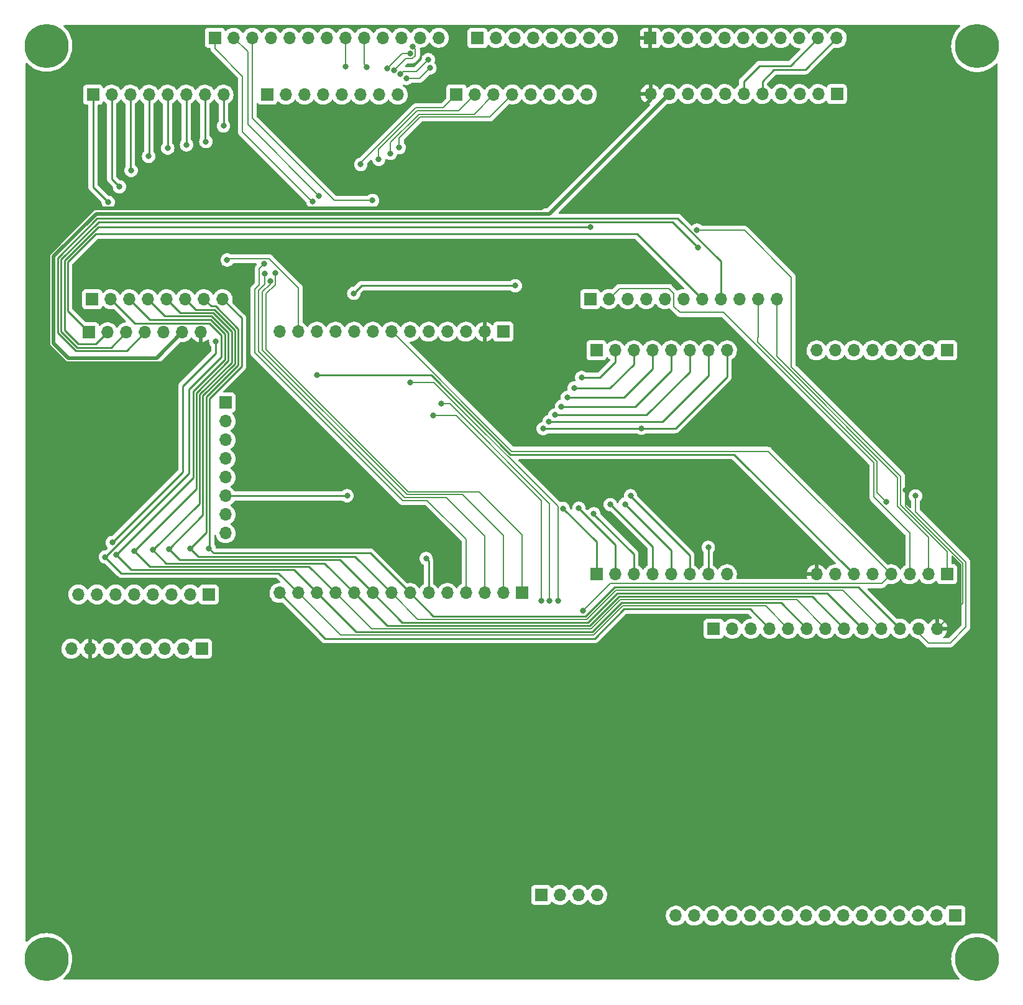
<source format=gbr>
%TF.GenerationSoftware,KiCad,Pcbnew,(6.0.0-0)*%
%TF.CreationDate,2022-01-18T19:17:43-05:00*%
%TF.ProjectId,ALU-Backplane,414c552d-4261-4636-9b70-6c616e652e6b,rev?*%
%TF.SameCoordinates,Original*%
%TF.FileFunction,Copper,L2,Bot*%
%TF.FilePolarity,Positive*%
%FSLAX46Y46*%
G04 Gerber Fmt 4.6, Leading zero omitted, Abs format (unit mm)*
G04 Created by KiCad (PCBNEW (6.0.0-0)) date 2022-01-18 19:17:43*
%MOMM*%
%LPD*%
G01*
G04 APERTURE LIST*
%TA.AperFunction,ComponentPad*%
%ADD10R,1.700000X1.700000*%
%TD*%
%TA.AperFunction,ComponentPad*%
%ADD11O,1.700000X1.700000*%
%TD*%
%TA.AperFunction,ComponentPad*%
%ADD12C,0.800000*%
%TD*%
%TA.AperFunction,ComponentPad*%
%ADD13C,6.000000*%
%TD*%
%TA.AperFunction,ViaPad*%
%ADD14C,0.800000*%
%TD*%
%TA.AperFunction,Conductor*%
%ADD15C,0.200000*%
%TD*%
%TA.AperFunction,Conductor*%
%ADD16C,0.500000*%
%TD*%
%TA.AperFunction,Conductor*%
%ADD17C,0.250000*%
%TD*%
G04 APERTURE END LIST*
D10*
%TO.P,J3,1,Pin_1*%
%TO.N,GND*%
X144837000Y-69897000D03*
D11*
%TO.P,J3,2,Pin_2*%
%TO.N,VCC*%
X142297000Y-69897000D03*
%TO.P,J3,3,Pin_3*%
%TO.N,GND*%
X139757000Y-69897000D03*
%TO.P,J3,4,Pin_4*%
%TO.N,ZF*%
X137217000Y-69897000D03*
%TO.P,J3,5,Pin_5*%
%TO.N,OF*%
X134677000Y-69897000D03*
%TO.P,J3,6,Pin_6*%
%TO.N,SF*%
X132137000Y-69897000D03*
%TO.P,J3,7,Pin_7*%
%TO.N,CF*%
X129597000Y-69897000D03*
%TO.P,J3,8,Pin_8*%
%TO.N,~{LATCH_FLAGS}*%
X127057000Y-69897000D03*
%TO.P,J3,9,Pin_9*%
%TO.N,CLOCK*%
X124517000Y-69897000D03*
%TO.P,J3,10,Pin_10*%
%TO.N,RESTORE_FLAGS*%
X121977000Y-69897000D03*
%TO.P,J3,11,Pin_11*%
%TO.N,ACO*%
X119437000Y-69897000D03*
%TO.P,J3,12,Pin_12*%
%TO.N,SHIFTER_CO*%
X116897000Y-69897000D03*
%TO.P,J3,13,Pin_13*%
%TO.N,~{FLAGS_OUT}*%
X114357000Y-69897000D03*
%TD*%
D10*
%TO.P,J4,1,Pin_1*%
%TO.N,BUS0*%
X147377000Y-105457000D03*
D11*
%TO.P,J4,2,Pin_2*%
%TO.N,BUS1*%
X144837000Y-105457000D03*
%TO.P,J4,3,Pin_3*%
%TO.N,BUS2*%
X142297000Y-105457000D03*
%TO.P,J4,4,Pin_4*%
%TO.N,BUS3*%
X139757000Y-105457000D03*
%TO.P,J4,5,Pin_5*%
%TO.N,B7*%
X137217000Y-105457000D03*
%TO.P,J4,6,Pin_6*%
%TO.N,A7*%
X134677000Y-105457000D03*
%TO.P,J4,7,Pin_7*%
%TO.N,Q7*%
X132137000Y-105457000D03*
%TO.P,J4,8,Pin_8*%
%TO.N,Q6*%
X129597000Y-105457000D03*
%TO.P,J4,9,Pin_9*%
%TO.N,Q5*%
X127057000Y-105457000D03*
%TO.P,J4,10,Pin_10*%
%TO.N,Q4*%
X124517000Y-105457000D03*
%TO.P,J4,11,Pin_11*%
%TO.N,Q3*%
X121977000Y-105457000D03*
%TO.P,J4,12,Pin_12*%
%TO.N,Q2*%
X119437000Y-105457000D03*
%TO.P,J4,13,Pin_13*%
%TO.N,Q1*%
X116897000Y-105457000D03*
%TO.P,J4,14,Pin_14*%
%TO.N,Q0*%
X114357000Y-105457000D03*
%TD*%
D10*
%TO.P,J5,1,Pin_1*%
%TO.N,B0*%
X157537000Y-72437000D03*
D11*
%TO.P,J5,2,Pin_2*%
%TO.N,B1*%
X160077000Y-72437000D03*
%TO.P,J5,3,Pin_3*%
%TO.N,B2*%
X162617000Y-72437000D03*
%TO.P,J5,4,Pin_4*%
%TO.N,B3*%
X165157000Y-72437000D03*
%TO.P,J5,5,Pin_5*%
%TO.N,B4*%
X167697000Y-72437000D03*
%TO.P,J5,6,Pin_6*%
%TO.N,B5*%
X170237000Y-72437000D03*
%TO.P,J5,7,Pin_7*%
%TO.N,B6*%
X172777000Y-72437000D03*
%TO.P,J5,8,Pin_8*%
%TO.N,B7*%
X175317000Y-72437000D03*
%TD*%
D10*
%TO.P,J6,1,Pin_1*%
%TO.N,Q7*%
X205289000Y-72437000D03*
D11*
%TO.P,J6,2,Pin_2*%
%TO.N,Q6*%
X202749000Y-72437000D03*
%TO.P,J6,3,Pin_3*%
%TO.N,Q5*%
X200209000Y-72437000D03*
%TO.P,J6,4,Pin_4*%
%TO.N,Q4*%
X197669000Y-72437000D03*
%TO.P,J6,5,Pin_5*%
%TO.N,Q3*%
X195129000Y-72437000D03*
%TO.P,J6,6,Pin_6*%
%TO.N,Q2*%
X192589000Y-72437000D03*
%TO.P,J6,7,Pin_7*%
%TO.N,Q1*%
X190049000Y-72437000D03*
%TO.P,J6,8,Pin_8*%
%TO.N,Q0*%
X187509000Y-72437000D03*
%TD*%
D10*
%TO.P,J7,1,Pin_1*%
%TO.N,ADDER_OUT*%
X205289000Y-102917000D03*
D11*
%TO.P,J7,2,Pin_2*%
%TO.N,TWOS_COMP*%
X202749000Y-102917000D03*
%TO.P,J7,3,Pin_3*%
%TO.N,ADC_SBB*%
X200209000Y-102917000D03*
%TO.P,J7,4,Pin_4*%
%TO.N,CF*%
X197669000Y-102917000D03*
%TO.P,J7,5,Pin_5*%
%TO.N,OP_MUX_SELECT*%
X195129000Y-102917000D03*
%TO.P,J7,6,Pin_6*%
%TO.N,ACO*%
X192589000Y-102917000D03*
%TO.P,J7,7,Pin_7*%
%TO.N,GND*%
X190049000Y-102917000D03*
%TO.P,J7,8,Pin_8*%
%TO.N,VCC*%
X187509000Y-102917000D03*
%TD*%
D10*
%TO.P,J8,1,Pin_1*%
%TO.N,A0*%
X157537000Y-102917000D03*
D11*
%TO.P,J8,2,Pin_2*%
%TO.N,A1*%
X160077000Y-102917000D03*
%TO.P,J8,3,Pin_3*%
%TO.N,A2*%
X162617000Y-102917000D03*
%TO.P,J8,4,Pin_4*%
%TO.N,A3*%
X165157000Y-102917000D03*
%TO.P,J8,5,Pin_5*%
%TO.N,A4*%
X167697000Y-102917000D03*
%TO.P,J8,6,Pin_6*%
%TO.N,A5*%
X170237000Y-102917000D03*
%TO.P,J8,7,Pin_7*%
%TO.N,A6*%
X172777000Y-102917000D03*
%TO.P,J8,8,Pin_8*%
%TO.N,A7*%
X175317000Y-102917000D03*
%TD*%
D12*
%TO.P,REF\u002A\u002A,1*%
%TO.N,N/C*%
X82625000Y-33225000D03*
D13*
X82625000Y-30975000D03*
D12*
X80375000Y-30975000D03*
X82625000Y-28725000D03*
X84215990Y-29384010D03*
X81034010Y-29384010D03*
X81034010Y-32565990D03*
X84215990Y-32565990D03*
X84875000Y-30975000D03*
%TD*%
%TO.P,REF\u002A\u002A,1*%
%TO.N,N/C*%
X210965990Y-156890990D03*
X209375000Y-153050000D03*
X209375000Y-157550000D03*
X211625000Y-155300000D03*
X207784010Y-156890990D03*
X210965990Y-153709010D03*
D13*
X209375000Y-155300000D03*
D12*
X207125000Y-155300000D03*
X207784010Y-153709010D03*
%TD*%
%TO.P,REF\u002A\u002A,1*%
%TO.N,N/C*%
X80350000Y-155275000D03*
X84190990Y-156865990D03*
D13*
X82600000Y-155275000D03*
D12*
X81009010Y-156865990D03*
X81009010Y-153684010D03*
X84190990Y-153684010D03*
X82600000Y-153025000D03*
X82600000Y-157525000D03*
X84850000Y-155275000D03*
%TD*%
%TO.P,REF\u002A\u002A,1*%
%TO.N,N/C*%
X207784010Y-32615990D03*
X211625000Y-31025000D03*
X207784010Y-29434010D03*
X207125000Y-31025000D03*
X210965990Y-29434010D03*
X209375000Y-28775000D03*
X210965990Y-32615990D03*
D13*
X209375000Y-31025000D03*
D12*
X209375000Y-33275000D03*
%TD*%
D10*
%TO.P,J18,1,Pin_1*%
%TO.N,~{FLAGS_OUT}*%
X105555000Y-29875000D03*
D11*
%TO.P,J18,2,Pin_2*%
%TO.N,RESTORE_FLAGS*%
X108095000Y-29875000D03*
%TO.P,J18,3,Pin_3*%
%TO.N,~{LATCH_FLAGS}*%
X110635000Y-29875000D03*
%TO.P,J18,4,Pin_4*%
%TO.N,CF*%
X113175000Y-29875000D03*
%TO.P,J18,5,Pin_5*%
%TO.N,SF*%
X115715000Y-29875000D03*
%TO.P,J18,6,Pin_6*%
%TO.N,OF*%
X118255000Y-29875000D03*
%TO.P,J18,7,Pin_7*%
%TO.N,ZF*%
X120795000Y-29875000D03*
%TO.P,J18,8,Pin_8*%
%TO.N,JCC_LD_PC_COND*%
X123335000Y-29875000D03*
%TO.P,J18,9,Pin_9*%
%TO.N,JCC_EN*%
X125875000Y-29875000D03*
%TO.P,J18,10,Pin_10*%
%TO.N,JCC_ADR3*%
X128415000Y-29875000D03*
%TO.P,J18,11,Pin_11*%
%TO.N,JCC_ADR2*%
X130955000Y-29875000D03*
%TO.P,J18,12,Pin_12*%
%TO.N,JCC_ADR1*%
X133495000Y-29875000D03*
%TO.P,J18,13,Pin_13*%
%TO.N,JCC_ADR0*%
X136035000Y-29875000D03*
%TD*%
D10*
%TO.P,J2,1,Pin_1*%
%TO.N,Q7*%
X104725000Y-105675000D03*
D11*
%TO.P,J2,2,Pin_2*%
%TO.N,Q6*%
X102185000Y-105675000D03*
%TO.P,J2,3,Pin_3*%
%TO.N,Q5*%
X99645000Y-105675000D03*
%TO.P,J2,4,Pin_4*%
%TO.N,Q4*%
X97105000Y-105675000D03*
%TO.P,J2,5,Pin_5*%
%TO.N,Q3*%
X94565000Y-105675000D03*
%TO.P,J2,6,Pin_6*%
%TO.N,Q2*%
X92025000Y-105675000D03*
%TO.P,J2,7,Pin_7*%
%TO.N,Q1*%
X89485000Y-105675000D03*
%TO.P,J2,8,Pin_8*%
%TO.N,Q0*%
X86945000Y-105675000D03*
%TD*%
D10*
%TO.P,J27,1,Pin_1*%
%TO.N,BUS0*%
X141325000Y-29925000D03*
D11*
%TO.P,J27,2,Pin_2*%
%TO.N,BUS1*%
X143865000Y-29925000D03*
%TO.P,J27,3,Pin_3*%
%TO.N,BUS2*%
X146405000Y-29925000D03*
%TO.P,J27,4,Pin_4*%
%TO.N,BUS3*%
X148945000Y-29925000D03*
%TO.P,J27,5,Pin_5*%
%TO.N,BUS4*%
X151485000Y-29925000D03*
%TO.P,J27,6,Pin_6*%
%TO.N,BUS5*%
X154025000Y-29925000D03*
%TO.P,J27,7,Pin_7*%
%TO.N,BUS6*%
X156565000Y-29925000D03*
%TO.P,J27,8,Pin_8*%
%TO.N,BUS7*%
X159105000Y-29925000D03*
%TD*%
D10*
%TO.P,J19,1,Pin_1*%
%TO.N,~{SHIFTER_SHR}*%
X88400000Y-69975000D03*
D11*
%TO.P,J19,2,Pin_2*%
%TO.N,~{SHIFTER_SHL}*%
X90940000Y-69975000D03*
%TO.P,J19,3,Pin_3*%
%TO.N,~{SHIFTER_ROT}*%
X93480000Y-69975000D03*
%TO.P,J19,4,Pin_4*%
%TO.N,~{SHIFTER_ARI}*%
X96020000Y-69975000D03*
%TO.P,J19,5,Pin_5*%
%TO.N,SHIFTER_CO*%
X98560000Y-69975000D03*
%TO.P,J19,6,Pin_6*%
%TO.N,GND*%
X101100000Y-69975000D03*
%TO.P,J19,7,Pin_7*%
%TO.N,VCC*%
X103640000Y-69975000D03*
%TD*%
D10*
%TO.P,J26,1,Pin_1*%
%TO.N,VCC*%
X164875000Y-29925000D03*
D11*
%TO.P,J26,2,Pin_2*%
%TO.N,GND*%
X167415000Y-29925000D03*
%TO.P,J26,3,Pin_3*%
%TO.N,CLOCK*%
X169955000Y-29925000D03*
%TO.P,J26,4,Pin_4*%
%TO.N,~{LATCH_ACCUMULATOR}*%
X172495000Y-29925000D03*
%TO.P,J26,5,Pin_5*%
%TO.N,~{LATCH_B}*%
X175035000Y-29925000D03*
%TO.P,J26,6,Pin_6*%
%TO.N,ALU_FUNC_0*%
X177575000Y-29925000D03*
%TO.P,J26,7,Pin_7*%
%TO.N,ALU_FUNC_1*%
X180115000Y-29925000D03*
%TO.P,J26,8,Pin_8*%
%TO.N,ALU_FUNC_2*%
X182655000Y-29925000D03*
%TO.P,J26,9,Pin_9*%
%TO.N,ALU_FUNC_3*%
X185195000Y-29925000D03*
%TO.P,J26,10,Pin_10*%
%TO.N,ALU_FUNC_4*%
X187735000Y-29925000D03*
%TO.P,J26,11,Pin_11*%
%TO.N,ALU_FUNC_5*%
X190275000Y-29925000D03*
%TD*%
D10*
%TO.P,J12,1,Pin_1*%
%TO.N,OF*%
X150000000Y-146575000D03*
D11*
%TO.P,J12,2,Pin_2*%
%TO.N,ZF*%
X152540000Y-146575000D03*
%TO.P,J12,3,Pin_3*%
%TO.N,SF*%
X155080000Y-146575000D03*
%TO.P,J12,4,Pin_4*%
%TO.N,CF*%
X157620000Y-146575000D03*
%TD*%
D10*
%TO.P,J21,1,Pin_1*%
%TO.N,~{SHIFTER_SHL}*%
X156679000Y-65459000D03*
D11*
%TO.P,J21,2,Pin_2*%
%TO.N,ADC_SBB*%
X159219000Y-65459000D03*
%TO.P,J21,3,Pin_3*%
%TO.N,~{AND}*%
X161759000Y-65459000D03*
%TO.P,J21,4,Pin_4*%
%TO.N,~{OR}*%
X164299000Y-65459000D03*
%TO.P,J21,5,Pin_5*%
%TO.N,~{XOR}*%
X166839000Y-65459000D03*
%TO.P,J21,6,Pin_6*%
%TO.N,ADDER_OUT*%
X169379000Y-65459000D03*
%TO.P,J21,7,Pin_7*%
%TO.N,~{SHIFTER_SHR}*%
X171919000Y-65459000D03*
%TO.P,J21,8,Pin_8*%
%TO.N,~{SHIFTER_ARI}*%
X174459000Y-65459000D03*
%TO.P,J21,9,Pin_9*%
%TO.N,~{SHIFTER_ROT}*%
X176999000Y-65459000D03*
%TO.P,J21,10,Pin_10*%
%TO.N,OP_MUX_SELECT*%
X179539000Y-65459000D03*
%TO.P,J21,11,Pin_11*%
%TO.N,TWOS_COMP*%
X182079000Y-65459000D03*
%TD*%
D10*
%TO.P,J22,1,Pin_1*%
%TO.N,BUS0*%
X138450000Y-37589000D03*
D11*
%TO.P,J22,2,Pin_2*%
%TO.N,BUS1*%
X140990000Y-37589000D03*
%TO.P,J22,3,Pin_3*%
%TO.N,BUS2*%
X143530000Y-37589000D03*
%TO.P,J22,4,Pin_4*%
%TO.N,BUS3*%
X146070000Y-37589000D03*
%TO.P,J22,5,Pin_5*%
%TO.N,BUS4*%
X148610000Y-37589000D03*
%TO.P,J22,6,Pin_6*%
%TO.N,BUS5*%
X151150000Y-37589000D03*
%TO.P,J22,7,Pin_7*%
%TO.N,BUS6*%
X153690000Y-37589000D03*
%TO.P,J22,8,Pin_8*%
%TO.N,BUS7*%
X156230000Y-37589000D03*
%TD*%
D10*
%TO.P,J9,1,Pin_1*%
%TO.N,B7*%
X206450000Y-149400000D03*
D11*
%TO.P,J9,2,Pin_2*%
%TO.N,B6*%
X203910000Y-149400000D03*
%TO.P,J9,3,Pin_3*%
%TO.N,B5*%
X201370000Y-149400000D03*
%TO.P,J9,4,Pin_4*%
%TO.N,B4*%
X198830000Y-149400000D03*
%TO.P,J9,5,Pin_5*%
%TO.N,B3*%
X196290000Y-149400000D03*
%TO.P,J9,6,Pin_6*%
%TO.N,B2*%
X193750000Y-149400000D03*
%TO.P,J9,7,Pin_7*%
%TO.N,B1*%
X191210000Y-149400000D03*
%TO.P,J9,8,Pin_8*%
%TO.N,B0*%
X188670000Y-149400000D03*
%TO.P,J9,9,Pin_9*%
%TO.N,A7*%
X186130000Y-149400000D03*
%TO.P,J9,10,Pin_10*%
%TO.N,A6*%
X183590000Y-149400000D03*
%TO.P,J9,11,Pin_11*%
%TO.N,A5*%
X181050000Y-149400000D03*
%TO.P,J9,12,Pin_12*%
%TO.N,A4*%
X178510000Y-149400000D03*
%TO.P,J9,13,Pin_13*%
%TO.N,A3*%
X175970000Y-149400000D03*
%TO.P,J9,14,Pin_14*%
%TO.N,A2*%
X173430000Y-149400000D03*
%TO.P,J9,15,Pin_15*%
%TO.N,A1*%
X170890000Y-149400000D03*
%TO.P,J9,16,Pin_16*%
%TO.N,A0*%
X168350000Y-149400000D03*
%TD*%
D10*
%TO.P,J24,1,Pin_1*%
%TO.N,A0*%
X88945000Y-37625000D03*
D11*
%TO.P,J24,2,Pin_2*%
%TO.N,A1*%
X91485000Y-37625000D03*
%TO.P,J24,3,Pin_3*%
%TO.N,A2*%
X94025000Y-37625000D03*
%TO.P,J24,4,Pin_4*%
%TO.N,A3*%
X96565000Y-37625000D03*
%TO.P,J24,5,Pin_5*%
%TO.N,A4*%
X99105000Y-37625000D03*
%TO.P,J24,6,Pin_6*%
%TO.N,A5*%
X101645000Y-37625000D03*
%TO.P,J24,7,Pin_7*%
%TO.N,A6*%
X104185000Y-37625000D03*
%TO.P,J24,8,Pin_8*%
%TO.N,A7*%
X106725000Y-37625000D03*
%TD*%
D10*
%TO.P,J10,1,Pin_1*%
%TO.N,~{XOR}*%
X173505000Y-110325000D03*
D11*
%TO.P,J10,2,Pin_2*%
%TO.N,~{OR}*%
X176045000Y-110325000D03*
%TO.P,J10,3,Pin_3*%
%TO.N,~{AND}*%
X178585000Y-110325000D03*
%TO.P,J10,4,Pin_4*%
%TO.N,Q0*%
X181125000Y-110325000D03*
%TO.P,J10,5,Pin_5*%
%TO.N,Q1*%
X183665000Y-110325000D03*
%TO.P,J10,6,Pin_6*%
%TO.N,Q2*%
X186205000Y-110325000D03*
%TO.P,J10,7,Pin_7*%
%TO.N,Q3*%
X188745000Y-110325000D03*
%TO.P,J10,8,Pin_8*%
%TO.N,Q4*%
X191285000Y-110325000D03*
%TO.P,J10,9,Pin_9*%
%TO.N,Q5*%
X193825000Y-110325000D03*
%TO.P,J10,10,Pin_10*%
%TO.N,Q6*%
X196365000Y-110325000D03*
%TO.P,J10,11,Pin_11*%
%TO.N,Q7*%
X198905000Y-110325000D03*
%TO.P,J10,12,Pin_12*%
%TO.N,GND*%
X201445000Y-110325000D03*
%TO.P,J10,13,Pin_13*%
%TO.N,VCC*%
X203985000Y-110325000D03*
%TD*%
D10*
%TO.P,J23,1,Pin_1*%
%TO.N,Q0*%
X88835000Y-65475000D03*
D11*
%TO.P,J23,2,Pin_2*%
%TO.N,Q1*%
X91375000Y-65475000D03*
%TO.P,J23,3,Pin_3*%
%TO.N,Q2*%
X93915000Y-65475000D03*
%TO.P,J23,4,Pin_4*%
%TO.N,Q3*%
X96455000Y-65475000D03*
%TO.P,J23,5,Pin_5*%
%TO.N,Q4*%
X98995000Y-65475000D03*
%TO.P,J23,6,Pin_6*%
%TO.N,Q5*%
X101535000Y-65475000D03*
%TO.P,J23,7,Pin_7*%
%TO.N,Q6*%
X104075000Y-65475000D03*
%TO.P,J23,8,Pin_8*%
%TO.N,Q7*%
X106615000Y-65475000D03*
%TD*%
D10*
%TO.P,J1,1,Pin_1*%
%TO.N,A0*%
X107025000Y-79545000D03*
D11*
%TO.P,J1,2,Pin_2*%
%TO.N,A1*%
X107025000Y-82085000D03*
%TO.P,J1,3,Pin_3*%
%TO.N,A2*%
X107025000Y-84625000D03*
%TO.P,J1,4,Pin_4*%
%TO.N,A3*%
X107025000Y-87165000D03*
%TO.P,J1,5,Pin_5*%
%TO.N,A4*%
X107025000Y-89705000D03*
%TO.P,J1,6,Pin_6*%
%TO.N,A5*%
X107025000Y-92245000D03*
%TO.P,J1,7,Pin_7*%
%TO.N,A6*%
X107025000Y-94785000D03*
%TO.P,J1,8,Pin_8*%
%TO.N,A7*%
X107025000Y-97325000D03*
%TD*%
D10*
%TO.P,J11,1,Pin_1*%
%TO.N,JCC_LD_PC_COND*%
X103766000Y-113051000D03*
D11*
%TO.P,J11,2,Pin_2*%
%TO.N,JCC_EN*%
X101226000Y-113051000D03*
%TO.P,J11,3,Pin_3*%
%TO.N,JCC_ADR3*%
X98686000Y-113051000D03*
%TO.P,J11,4,Pin_4*%
%TO.N,JCC_ADR2*%
X96146000Y-113051000D03*
%TO.P,J11,5,Pin_5*%
%TO.N,JCC_ADR1*%
X93606000Y-113051000D03*
%TO.P,J11,6,Pin_6*%
%TO.N,JCC_ADR0*%
X91066000Y-113051000D03*
%TO.P,J11,7,Pin_7*%
%TO.N,VCC*%
X88526000Y-113051000D03*
%TO.P,J11,8,Pin_8*%
%TO.N,GND*%
X85986000Y-113051000D03*
%TD*%
D10*
%TO.P,J20,1,Pin_1*%
%TO.N,ALU_FUNC_3*%
X190285000Y-37534000D03*
D11*
%TO.P,J20,2,Pin_2*%
%TO.N,ALU_FUNC_2*%
X187745000Y-37534000D03*
%TO.P,J20,3,Pin_3*%
%TO.N,ALU_FUNC_1*%
X185205000Y-37534000D03*
%TO.P,J20,4,Pin_4*%
%TO.N,ALU_FUNC_0*%
X182665000Y-37534000D03*
%TO.P,J20,5,Pin_5*%
%TO.N,ALU_FUNC_5*%
X180125000Y-37534000D03*
%TO.P,J20,6,Pin_6*%
%TO.N,ALU_FUNC_4*%
X177585000Y-37534000D03*
%TO.P,J20,7,Pin_7*%
%TO.N,~{LATCH_B}*%
X175045000Y-37534000D03*
%TO.P,J20,8,Pin_8*%
%TO.N,~{LATCH_ACCUMULATOR}*%
X172505000Y-37534000D03*
%TO.P,J20,9,Pin_9*%
%TO.N,CLOCK*%
X169965000Y-37534000D03*
%TO.P,J20,10,Pin_10*%
%TO.N,GND*%
X167425000Y-37534000D03*
%TO.P,J20,11,Pin_11*%
%TO.N,VCC*%
X164885000Y-37534000D03*
%TD*%
D10*
%TO.P,J25,1,Pin_1*%
%TO.N,B0*%
X112695000Y-37625000D03*
D11*
%TO.P,J25,2,Pin_2*%
%TO.N,B1*%
X115235000Y-37625000D03*
%TO.P,J25,3,Pin_3*%
%TO.N,B2*%
X117775000Y-37625000D03*
%TO.P,J25,4,Pin_4*%
%TO.N,B3*%
X120315000Y-37625000D03*
%TO.P,J25,5,Pin_5*%
%TO.N,B4*%
X122855000Y-37625000D03*
%TO.P,J25,6,Pin_6*%
%TO.N,B5*%
X125395000Y-37625000D03*
%TO.P,J25,7,Pin_7*%
%TO.N,B6*%
X127935000Y-37625000D03*
%TO.P,J25,8,Pin_8*%
%TO.N,B7*%
X130475000Y-37625000D03*
%TD*%
D14*
%TO.N,VCC*%
X199650000Y-91450000D03*
%TO.N,GND*%
X201000000Y-92250000D03*
%TO.N,Q0*%
X105675000Y-71225000D03*
X91574901Y-98600499D03*
%TO.N,Q1*%
X90625000Y-100575000D03*
%TO.N,Q2*%
X92075000Y-100275000D03*
%TO.N,Q3*%
X94575000Y-99775000D03*
%TO.N,Q4*%
X97125000Y-99625000D03*
%TO.N,Q5*%
X99275000Y-99475000D03*
%TO.N,Q6*%
X102175000Y-99375000D03*
%TO.N,Q7*%
X104725000Y-99375000D03*
%TO.N,ACO*%
X119475000Y-75825000D03*
%TO.N,CF*%
X155689086Y-107903434D03*
%TO.N,SF*%
X132150000Y-76800000D03*
X152275000Y-106525000D03*
%TO.N,OF*%
X135300000Y-81325000D03*
X150000000Y-106525000D03*
%TO.N,ZF*%
X151125000Y-106525000D03*
X136400000Y-79725000D03*
%TO.N,A7*%
X134325000Y-100775000D03*
X106725000Y-41875000D03*
%TO.N,B7*%
X163650000Y-83050000D03*
X150275000Y-83075000D03*
%TO.N,B6*%
X151075000Y-82125000D03*
%TO.N,B5*%
X151875000Y-81225000D03*
%TO.N,B4*%
X152775000Y-80075000D03*
%TO.N,B3*%
X153575000Y-78825000D03*
%TO.N,B2*%
X154475000Y-77575000D03*
%TO.N,B1*%
X155525000Y-76125000D03*
%TO.N,A6*%
X104325000Y-43999500D03*
X172775000Y-99250500D03*
%TO.N,A5*%
X123575000Y-92225000D03*
X162175000Y-92225000D03*
X101690055Y-44449011D03*
%TO.N,A4*%
X161425000Y-93375000D03*
X99125000Y-44898522D03*
%TO.N,A3*%
X96525000Y-46025000D03*
X159425000Y-93425000D03*
%TO.N,A2*%
X94140855Y-47940855D03*
X157175000Y-94675000D03*
%TO.N,A1*%
X155125000Y-93925000D03*
X92558707Y-50158707D03*
%TO.N,A0*%
X152976283Y-93953725D03*
X91030276Y-52275500D03*
%TO.N,~{SHIFTER_SHL}*%
X156725000Y-55649011D03*
%TO.N,~{SHIFTER_ROT}*%
X171375000Y-58425000D03*
%TO.N,SHIFTER_CO*%
X107225000Y-60125000D03*
%TO.N,CLOCK*%
X124475000Y-64675000D03*
X146475000Y-63625000D03*
%TO.N,ADDER_OUT*%
X171225000Y-56074500D03*
%TO.N,OP_MUX_SELECT*%
X196975000Y-93075000D03*
%TO.N,BUS0*%
X113774000Y-61944622D03*
X125425000Y-47124500D03*
%TO.N,BUS1*%
X127875000Y-46425000D03*
X113074500Y-62975000D03*
%TO.N,BUS2*%
X129475000Y-45625000D03*
X112375000Y-61975000D03*
%TO.N,BUS3*%
X130675000Y-44825000D03*
X112225000Y-60675000D03*
%TO.N,~{LATCH_FLAGS}*%
X127025000Y-52025000D03*
%TO.N,RESTORE_FLAGS*%
X119719622Y-51369622D03*
%TO.N,~{FLAGS_OUT}*%
X118894622Y-52194622D03*
%TO.N,JCC_LD_PC_COND*%
X123325000Y-33774999D03*
%TO.N,JCC_EN*%
X126225000Y-33850000D03*
%TO.N,JCC_ADR3*%
X129006423Y-34069852D03*
X132161789Y-32031173D03*
%TO.N,JCC_ADR2*%
X132525000Y-31100000D03*
X129969629Y-34336759D03*
%TO.N,JCC_ADR1*%
X130828507Y-34847968D03*
X134625000Y-32850000D03*
%TO.N,JCC_ADR0*%
X131655018Y-35410004D03*
X134850000Y-33975000D03*
%TD*%
D15*
%TO.N,VCC*%
X203985000Y-110325000D02*
X207450489Y-106859511D01*
D16*
X85275000Y-74175000D02*
X82875000Y-71775000D01*
X101325000Y-74175000D02*
X85275000Y-74175000D01*
D15*
X207450489Y-101425489D02*
X199650000Y-93625000D01*
D16*
X103640000Y-69975000D02*
X103640000Y-71860000D01*
X150025000Y-53125000D02*
X164885000Y-38265000D01*
X82875000Y-59325000D02*
X89075000Y-53125000D01*
D15*
X199650000Y-93625000D02*
X199650000Y-91450000D01*
X207450489Y-106859511D02*
X207450489Y-101425489D01*
D16*
X164885000Y-38265000D02*
X164885000Y-37534000D01*
X82875000Y-71775000D02*
X82875000Y-59325000D01*
X103640000Y-71860000D02*
X101325000Y-74175000D01*
X89075000Y-53125000D02*
X150025000Y-53125000D01*
D15*
%TO.N,GND*%
X201000000Y-92250000D02*
X201000000Y-94400000D01*
D16*
X85575489Y-73475489D02*
X83574511Y-71474511D01*
X101100000Y-69975000D02*
X97599511Y-73475489D01*
X89364747Y-53824511D02*
X151134489Y-53824511D01*
D15*
X207850000Y-110100000D02*
X205700000Y-112250000D01*
D16*
X83574511Y-59614747D02*
X89364747Y-53824511D01*
X97599511Y-73475489D02*
X85575489Y-73475489D01*
D15*
X207850000Y-101250000D02*
X207850000Y-110100000D01*
D16*
X83574511Y-71474511D02*
X83574511Y-59614747D01*
D15*
X201445000Y-110895000D02*
X201445000Y-110325000D01*
D16*
X151134489Y-53824511D02*
X167425000Y-37534000D01*
D15*
X205700000Y-112250000D02*
X202800000Y-112250000D01*
X201000000Y-94400000D02*
X207850000Y-101250000D01*
X202800000Y-112250000D02*
X201445000Y-110895000D01*
D17*
%TO.N,Q0*%
X114357000Y-105457000D02*
X120575000Y-111675000D01*
X101175000Y-77325000D02*
X105675000Y-72825000D01*
X91574901Y-98600499D02*
X91574901Y-98575099D01*
X91574901Y-98575099D02*
X101175000Y-88975000D01*
X101175000Y-88975000D02*
X101175000Y-77325000D01*
X105675000Y-72825000D02*
X105675000Y-71225000D01*
X161300000Y-107650000D02*
X178450000Y-107650000D01*
X120575000Y-111675000D02*
X157275000Y-111675000D01*
X178450000Y-107650000D02*
X181125000Y-110325000D01*
X157275000Y-111675000D02*
X161300000Y-107650000D01*
%TO.N,Q1*%
X102025000Y-77775000D02*
X102025000Y-89175000D01*
D15*
X161124161Y-107225489D02*
X157149650Y-111200000D01*
X157149650Y-111200000D02*
X122640000Y-111200000D01*
X183665000Y-110325000D02*
X180565489Y-107225489D01*
D17*
X106425000Y-73375000D02*
X102025000Y-77775000D01*
X94625000Y-68725000D02*
X104775000Y-68725000D01*
X106425000Y-70375000D02*
X106425000Y-73375000D01*
X90625000Y-100575000D02*
X92822063Y-102772063D01*
D15*
X180565489Y-107225489D02*
X161124161Y-107225489D01*
D17*
X102025000Y-89175000D02*
X90625000Y-100575000D01*
D15*
X122640000Y-111200000D02*
X116897000Y-105457000D01*
D17*
X104775000Y-68725000D02*
X106425000Y-70375000D01*
X91375000Y-65475000D02*
X94625000Y-68725000D01*
X92822063Y-102772063D02*
X114212063Y-102772063D01*
X114212063Y-102772063D02*
X116897000Y-105457000D01*
%TO.N,Q2*%
X102575000Y-78025000D02*
X102575000Y-89775000D01*
X124755489Y-110775489D02*
X156949511Y-110775489D01*
X94122551Y-102322551D02*
X92075000Y-100275000D01*
X160924022Y-106800978D02*
X182680978Y-106800978D01*
X106925000Y-70239296D02*
X106925000Y-73675000D01*
X119437000Y-105457000D02*
X116302551Y-102322551D01*
X102575000Y-89775000D02*
X92075000Y-100275000D01*
X104961194Y-68275490D02*
X106925000Y-70239296D01*
X119437000Y-105457000D02*
X124755489Y-110775489D01*
X156949511Y-110775489D02*
X160924022Y-106800978D01*
X96715490Y-68275490D02*
X104961194Y-68275490D01*
X182680978Y-106800978D02*
X186205000Y-110325000D01*
X106925000Y-73675000D02*
X102575000Y-78025000D01*
X93915000Y-65475000D02*
X96715490Y-68275490D01*
X116302551Y-102322551D02*
X94122551Y-102322551D01*
%TO.N,Q3*%
X107375000Y-73875000D02*
X103024511Y-78225489D01*
X96455000Y-65475000D02*
X98755489Y-67775489D01*
X96673042Y-101873042D02*
X118393042Y-101873042D01*
X103024511Y-78225489D02*
X103024511Y-91325489D01*
D15*
X156773672Y-110350978D02*
X126870978Y-110350978D01*
X160748183Y-106376467D02*
X156773672Y-110350978D01*
D17*
X105096897Y-67775489D02*
X107375000Y-70053592D01*
X103024511Y-91325489D02*
X94575000Y-99775000D01*
D15*
X184796467Y-106376467D02*
X160748183Y-106376467D01*
D17*
X98755489Y-67775489D02*
X105096897Y-67775489D01*
X118393042Y-101873042D02*
X121977000Y-105457000D01*
D15*
X188745000Y-110325000D02*
X184796467Y-106376467D01*
X126870978Y-110350978D02*
X121977000Y-105457000D01*
D17*
X107375000Y-70053592D02*
X107375000Y-73875000D01*
X94575000Y-99775000D02*
X96673042Y-101873042D01*
%TO.N,Q4*%
X107824510Y-69867398D02*
X107824510Y-74061194D01*
X124517000Y-105457000D02*
X120483530Y-101423530D01*
X124517000Y-105457000D02*
X128986467Y-109926467D01*
X103474022Y-93275978D02*
X97125000Y-99625000D01*
X107824510Y-74061194D02*
X103474022Y-78411682D01*
X160572344Y-105951956D02*
X186911956Y-105951956D01*
X98995000Y-65475000D02*
X100845978Y-67325978D01*
X186911956Y-105951956D02*
X191285000Y-110325000D01*
X120483530Y-101423530D02*
X98923530Y-101423530D01*
X105283090Y-67325978D02*
X107824510Y-69867398D01*
X128986467Y-109926467D02*
X156597833Y-109926467D01*
X103474022Y-78411682D02*
X103474022Y-93275978D01*
X98923530Y-101423530D02*
X97125000Y-99625000D01*
X156597833Y-109926467D02*
X160572344Y-105951956D01*
X100845978Y-67325978D02*
X105283090Y-67325978D01*
%TO.N,Q5*%
X127057000Y-105457000D02*
X122574020Y-100974020D01*
X100774020Y-100974020D02*
X99275000Y-99475000D01*
X101535000Y-65475000D02*
X102936467Y-66876467D01*
X102936467Y-66876467D02*
X105469291Y-66876467D01*
X156411640Y-109476956D02*
X160386150Y-105502446D01*
X103923533Y-78597875D02*
X103923533Y-94826467D01*
X127057000Y-105457000D02*
X131076956Y-109476956D01*
X122574020Y-100974020D02*
X100774020Y-100974020D01*
X189002446Y-105502446D02*
X193825000Y-110325000D01*
X108274020Y-69681196D02*
X108274020Y-74247388D01*
X103923533Y-94826467D02*
X99275000Y-99475000D01*
X108274020Y-74247388D02*
X103923533Y-78597875D01*
X131076956Y-109476956D02*
X156411640Y-109476956D01*
X160386150Y-105502446D02*
X189002446Y-105502446D01*
X105469291Y-66876467D02*
X108274020Y-69681196D01*
%TO.N,Q6*%
X104373044Y-97176956D02*
X102175000Y-99375000D01*
X103324510Y-100524510D02*
X102175000Y-99375000D01*
D15*
X196365000Y-110325000D02*
X191117935Y-105077935D01*
D17*
X108723530Y-69494993D02*
X108723530Y-74433582D01*
X104075000Y-65475000D02*
X105026957Y-66426957D01*
X129597000Y-105457000D02*
X124664510Y-100524510D01*
X108723530Y-74433582D02*
X104373044Y-78784068D01*
X105026957Y-66426957D02*
X105655494Y-66426957D01*
X105655494Y-66426957D02*
X108723530Y-69494993D01*
D15*
X191117935Y-105077935D02*
X160210312Y-105077935D01*
D17*
X124664510Y-100524510D02*
X103324510Y-100524510D01*
X104373044Y-78784068D02*
X104373044Y-97176956D01*
D15*
X156235802Y-109052445D02*
X133192445Y-109052445D01*
X133192445Y-109052445D02*
X129597000Y-105457000D01*
X160210312Y-105077935D02*
X156235802Y-109052445D01*
D17*
%TO.N,Q7*%
X160009479Y-104678419D02*
X160033780Y-104678419D01*
X135307934Y-108627934D02*
X156059963Y-108627934D01*
X160058786Y-104653419D02*
X160058790Y-104653419D01*
X109173043Y-74619773D02*
X104822555Y-78970261D01*
X106615000Y-65475000D02*
X109173043Y-68033043D01*
X104822555Y-78970261D02*
X104822555Y-99277445D01*
X160033780Y-104678419D02*
X160058777Y-104653423D01*
X160058808Y-104653411D02*
X193233411Y-104653411D01*
X160058797Y-104653417D02*
X160058801Y-104653413D01*
X105375000Y-100025000D02*
X104725000Y-99375000D01*
X160058782Y-104653423D02*
X160058786Y-104653419D01*
X193233411Y-104653411D02*
X198905000Y-110325000D01*
X132137000Y-105457000D02*
X135307934Y-108627934D01*
X132137000Y-105457000D02*
X126705000Y-100025000D01*
X160058801Y-104653413D02*
X160058806Y-104653413D01*
X156059963Y-108627934D02*
X160009479Y-104678419D01*
X160058777Y-104653423D02*
X160058782Y-104653423D01*
X109173043Y-68033043D02*
X109173043Y-74619773D01*
X104822555Y-99277445D02*
X104725000Y-99375000D01*
X160058790Y-104653419D02*
X160058792Y-104653417D01*
X126705000Y-100025000D02*
X105375000Y-100025000D01*
X160058806Y-104653413D02*
X160058808Y-104653411D01*
X160058792Y-104653417D02*
X160058797Y-104653417D01*
%TO.N,ACO*%
X192589000Y-102917000D02*
X176272978Y-86600978D01*
X145816322Y-86600978D02*
X135040344Y-75825000D01*
X176272978Y-86600978D02*
X145816322Y-86600978D01*
X135040344Y-75825000D02*
X119475000Y-75825000D01*
D15*
%TO.N,CF*%
X180928467Y-86176467D02*
X145992161Y-86176467D01*
X197669000Y-102917000D02*
X196390737Y-104195263D01*
X129712694Y-69897000D02*
X129597000Y-69897000D01*
X196390737Y-104195263D02*
X159397257Y-104195263D01*
X197669000Y-102917000D02*
X180928467Y-86176467D01*
X159397257Y-104195263D02*
X155689086Y-107903434D01*
X145992161Y-86176467D02*
X129712694Y-69897000D01*
%TO.N,SF*%
X135414993Y-76800000D02*
X132150000Y-76800000D01*
X152275000Y-93660007D02*
X135414993Y-76800000D01*
X152275000Y-106525000D02*
X152275000Y-93660007D01*
%TO.N,OF*%
X135300000Y-81325000D02*
X138460006Y-81325000D01*
X150000000Y-92864994D02*
X150000000Y-106525000D01*
X138460006Y-81325000D02*
X150000000Y-92864994D01*
%TO.N,ZF*%
X151125000Y-93289994D02*
X137560006Y-79725000D01*
X137560006Y-79725000D02*
X136400000Y-79725000D01*
X151125000Y-106525000D02*
X151125000Y-93289994D01*
D17*
%TO.N,A7*%
X106730000Y-41870000D02*
X106725000Y-41875000D01*
X134325000Y-100775000D02*
X134677000Y-101127000D01*
X134677000Y-101127000D02*
X134677000Y-105457000D01*
X106730000Y-37609000D02*
X106730000Y-41870000D01*
%TO.N,B7*%
X175317000Y-72437000D02*
X175317000Y-76033000D01*
X168275000Y-83075000D02*
X150275000Y-83075000D01*
X175317000Y-76033000D02*
X168275000Y-83075000D01*
%TO.N,B6*%
X166525000Y-82125000D02*
X151075000Y-82125000D01*
X166525000Y-82125000D02*
X172777000Y-75873000D01*
X172777000Y-72437000D02*
X172777000Y-75873000D01*
%TO.N,B5*%
X164375000Y-81225000D02*
X151875000Y-81225000D01*
X164375000Y-81225000D02*
X170237000Y-75363000D01*
X170237000Y-72437000D02*
X170237000Y-75363000D01*
%TO.N,B4*%
X162825000Y-80075000D02*
X152775000Y-80075000D01*
X167697000Y-72437000D02*
X167697000Y-75203000D01*
X162825000Y-80075000D02*
X167697000Y-75203000D01*
%TO.N,B3*%
X165157000Y-72437000D02*
X165157000Y-74943000D01*
X161275000Y-78825000D02*
X165157000Y-74943000D01*
X161275000Y-78825000D02*
X153575000Y-78825000D01*
%TO.N,B2*%
X162617000Y-74333000D02*
X159375000Y-77575000D01*
X162617000Y-72437000D02*
X162617000Y-74333000D01*
X159375000Y-77575000D02*
X154475000Y-77575000D01*
%TO.N,B1*%
X160077000Y-72437000D02*
X160077000Y-74023000D01*
X155825000Y-76125000D02*
X155525000Y-76125000D01*
X157975000Y-76125000D02*
X160077000Y-74023000D01*
X157975000Y-76125000D02*
X155825000Y-76125000D01*
%TO.N,A6*%
X172777000Y-99252500D02*
X172775000Y-99250500D01*
X104190000Y-37609000D02*
X104190000Y-43864500D01*
X104190000Y-43864500D02*
X104325000Y-43999500D01*
X172777000Y-102917000D02*
X172777000Y-99252500D01*
%TO.N,A5*%
X107025000Y-92245000D02*
X123555000Y-92245000D01*
X101650000Y-37609000D02*
X101650000Y-44408956D01*
X170237000Y-100337000D02*
X170237000Y-102917000D01*
X162145000Y-92245000D02*
X170237000Y-100337000D01*
X123555000Y-92245000D02*
X123575000Y-92225000D01*
X101650000Y-44408956D02*
X101690055Y-44449011D01*
%TO.N,A4*%
X99110000Y-44883522D02*
X99125000Y-44898522D01*
X167697000Y-99647000D02*
X161425000Y-93375000D01*
X167697000Y-102917000D02*
X167697000Y-99647000D01*
X99110000Y-37609000D02*
X99110000Y-44883522D01*
%TO.N,A3*%
X159425000Y-93425000D02*
X165157000Y-99157000D01*
X96570000Y-37609000D02*
X96570000Y-45980000D01*
X165157000Y-99157000D02*
X165157000Y-102917000D01*
X96570000Y-45980000D02*
X96525000Y-46025000D01*
%TO.N,A2*%
X157175000Y-94675000D02*
X157175000Y-94725000D01*
X94030000Y-37609000D02*
X94030000Y-47830000D01*
X162617000Y-100167000D02*
X162617000Y-102917000D01*
X94030000Y-47830000D02*
X94140855Y-47940855D01*
X157175000Y-94725000D02*
X162617000Y-100167000D01*
%TO.N,A1*%
X91490000Y-49090000D02*
X92558707Y-50158707D01*
X160077000Y-98877000D02*
X160077000Y-102917000D01*
X155125000Y-93925000D02*
X160077000Y-98877000D01*
X91490000Y-37609000D02*
X91490000Y-49090000D01*
%TO.N,A0*%
X88950000Y-50195224D02*
X91030276Y-52275500D01*
X157537000Y-102917000D02*
X157537000Y-98514442D01*
X157537000Y-98514442D02*
X152976283Y-93953725D01*
X88950000Y-37609000D02*
X88950000Y-50195224D01*
%TO.N,~{SHIFTER_SHR}*%
X89333852Y-56575000D02*
X85497555Y-60411297D01*
X85497555Y-60411297D02*
X85497555Y-67072555D01*
X85497555Y-67072555D02*
X88400000Y-69975000D01*
X163035000Y-56575000D02*
X89333852Y-56575000D01*
X171919000Y-65459000D02*
X163035000Y-56575000D01*
%TO.N,~{SHIFTER_SHL}*%
X85048044Y-60225104D02*
X89624137Y-55649011D01*
X85048044Y-69676636D02*
X85048044Y-60225104D01*
X90940000Y-69975000D02*
X89339024Y-71575976D01*
X89339024Y-71575976D02*
X86947386Y-71575978D01*
X86947386Y-71575978D02*
X85048044Y-69676636D01*
X89624137Y-55649011D02*
X156725000Y-55649011D01*
%TO.N,~{SHIFTER_ROT}*%
X84598533Y-69862829D02*
X84598533Y-60038911D01*
X167874511Y-54924511D02*
X171375000Y-58425000D01*
X91429513Y-72025487D02*
X86761192Y-72025488D01*
X86761192Y-72025488D02*
X84598533Y-69862829D01*
X89712933Y-54924511D02*
X167874511Y-54924511D01*
X84598533Y-60038911D02*
X89712933Y-54924511D01*
X93480000Y-69975000D02*
X91429513Y-72025487D01*
%TO.N,~{SHIFTER_ARI}*%
X96020000Y-69975000D02*
X93520002Y-72474998D01*
X174459000Y-60333100D02*
X174459000Y-65459000D01*
X93520002Y-72474998D02*
X86574998Y-72474998D01*
X84149022Y-59852718D02*
X89526740Y-54475000D01*
X89526740Y-54475000D02*
X168600900Y-54475000D01*
X84149022Y-70049022D02*
X84149022Y-59852718D01*
X168600900Y-54475000D02*
X174459000Y-60333100D01*
X86574998Y-72474998D02*
X84149022Y-70049022D01*
D15*
%TO.N,SHIFTER_CO*%
X112975499Y-59975499D02*
X116897000Y-63897000D01*
X116897000Y-63897000D02*
X116897000Y-69897000D01*
X107374501Y-59975499D02*
X112975499Y-59975499D01*
X107225000Y-60125000D02*
X107374501Y-59975499D01*
D17*
%TO.N,ALU_FUNC_5*%
X180125000Y-35825000D02*
X181725000Y-34225000D01*
X185975000Y-34225000D02*
X190275000Y-29925000D01*
X180125000Y-37534000D02*
X180125000Y-35825000D01*
X181725000Y-34225000D02*
X185975000Y-34225000D01*
%TO.N,ALU_FUNC_4*%
X187735000Y-29925000D02*
X183985000Y-33675000D01*
X177585000Y-35815000D02*
X177585000Y-37534000D01*
X179725000Y-33675000D02*
X177585000Y-35815000D01*
X183985000Y-33675000D02*
X179725000Y-33675000D01*
%TO.N,CLOCK*%
X125525000Y-63625000D02*
X124475000Y-64675000D01*
X146475000Y-63625000D02*
X125525000Y-63625000D01*
D15*
%TO.N,ADC_SBB*%
X195325489Y-87740483D02*
X174860006Y-67275000D01*
X168100000Y-64725000D02*
X167375000Y-64000000D01*
X174860006Y-67275000D02*
X168925000Y-67275000D01*
X160678000Y-64000000D02*
X159219000Y-65459000D01*
X200209000Y-102917000D02*
X200209000Y-97298245D01*
X167375000Y-64000000D02*
X160678000Y-64000000D01*
X195325489Y-92414734D02*
X195325489Y-87740483D01*
X168925000Y-67275000D02*
X168100000Y-66450000D01*
X200209000Y-97298245D02*
X195325489Y-92414734D01*
X168100000Y-66450000D02*
X168100000Y-64725000D01*
%TO.N,ADDER_OUT*%
X184075000Y-74714245D02*
X184075000Y-62475000D01*
X198950499Y-89589744D02*
X184075000Y-74714245D01*
X184075000Y-62475000D02*
X177674500Y-56074500D01*
X177674500Y-56074500D02*
X171225000Y-56074500D01*
X205289000Y-99828993D02*
X198950499Y-93490492D01*
X198950499Y-93490492D02*
X198950499Y-89589744D01*
X205289000Y-102917000D02*
X205289000Y-99828993D01*
%TO.N,OP_MUX_SELECT*%
X179475000Y-71325000D02*
X195725000Y-87575000D01*
X179539000Y-70661000D02*
X179475000Y-70725000D01*
X179539000Y-65459000D02*
X179539000Y-70661000D01*
X195725000Y-91825000D02*
X196975000Y-93075000D01*
X195725000Y-91775000D02*
X195725000Y-91825000D01*
X195725000Y-87575000D02*
X195725000Y-91775000D01*
X179475000Y-70725000D02*
X179475000Y-71325000D01*
%TO.N,TWOS_COMP*%
X202749000Y-102917000D02*
X202749000Y-97853987D01*
X182079000Y-73283239D02*
X182079000Y-65459000D01*
X198550989Y-89755228D02*
X182079000Y-73283239D01*
X198550989Y-93655976D02*
X198550989Y-89755228D01*
X202749000Y-97853987D02*
X198550989Y-93655976D01*
%TO.N,BUS0*%
X113774000Y-63476000D02*
X113774000Y-61944622D01*
X112525000Y-72310006D02*
X112525000Y-64725000D01*
X147377000Y-105457000D02*
X147377000Y-97527000D01*
X147377000Y-97527000D02*
X141526467Y-91676467D01*
X132960007Y-39425000D02*
X125425000Y-46960007D01*
X112525000Y-64725000D02*
X113774000Y-63476000D01*
X141526467Y-91676467D02*
X131891461Y-91676467D01*
X131891461Y-91676467D02*
X112525000Y-72310006D01*
X138450000Y-37589000D02*
X136614000Y-39425000D01*
X125425000Y-46960007D02*
X125425000Y-47124500D01*
X136614000Y-39425000D02*
X132960007Y-39425000D01*
%TO.N,BUS1*%
X144837000Y-105457000D02*
X144837000Y-97637000D01*
X138754000Y-39825000D02*
X140990000Y-37589000D01*
X131725978Y-92075978D02*
X112025000Y-72375000D01*
X113074500Y-63425500D02*
X113074500Y-62975000D01*
X144837000Y-97637000D02*
X139275978Y-92075978D01*
X112025000Y-72375000D02*
X112025000Y-64475000D01*
X127875000Y-45075000D02*
X133125000Y-39825000D01*
X127875000Y-46425000D02*
X127875000Y-45075000D01*
X139275978Y-92075978D02*
X131725978Y-92075978D01*
X112025000Y-64475000D02*
X113074500Y-63425500D01*
X133125000Y-39825000D02*
X138754000Y-39825000D01*
%TO.N,BUS2*%
X112375000Y-63425000D02*
X112375000Y-61975000D01*
X129475000Y-44160007D02*
X133360007Y-40275000D01*
X111525000Y-72575000D02*
X111525000Y-64275000D01*
X142297000Y-97697000D02*
X137075489Y-92475489D01*
X140844000Y-40275000D02*
X143530000Y-37589000D01*
X133360007Y-40275000D02*
X140844000Y-40275000D01*
X129475000Y-45625000D02*
X129475000Y-44160007D01*
X111525000Y-64275000D02*
X112375000Y-63425000D01*
X137075489Y-92475489D02*
X131425489Y-92475489D01*
X131425489Y-92475489D02*
X111525000Y-72575000D01*
X142297000Y-105457000D02*
X142297000Y-97697000D01*
%TO.N,BUS3*%
X142984000Y-40675000D02*
X146070000Y-37589000D01*
X131125000Y-92875000D02*
X134475000Y-92875000D01*
X111025000Y-64075000D02*
X111575000Y-63525000D01*
X130675000Y-43525000D02*
X133525000Y-40675000D01*
X111575000Y-63525000D02*
X111575000Y-61325000D01*
X111025000Y-72775000D02*
X131125000Y-92875000D01*
X111025000Y-72775000D02*
X111025000Y-64075000D01*
X133525000Y-40675000D02*
X142984000Y-40675000D01*
X139757000Y-105457000D02*
X139757000Y-98157000D01*
X134475000Y-92875000D02*
X139757000Y-98157000D01*
X111575000Y-61325000D02*
X112225000Y-60675000D01*
X130675000Y-44825000D02*
X130675000Y-43525000D01*
%TO.N,~{LATCH_FLAGS}*%
X110635000Y-40835000D02*
X121825000Y-52025000D01*
X121825000Y-52025000D02*
X127025000Y-52025000D01*
X110635000Y-29875000D02*
X110635000Y-40835000D01*
%TO.N,RESTORE_FLAGS*%
X108095000Y-29875000D02*
X110025000Y-31805000D01*
X110025000Y-31805000D02*
X110025000Y-41675000D01*
X110025000Y-41675000D02*
X119719622Y-51369622D01*
%TO.N,~{FLAGS_OUT}*%
X109325000Y-42725000D02*
X118794622Y-52194622D01*
X105555000Y-31355000D02*
X109325000Y-35125000D01*
X109325000Y-35125000D02*
X109325000Y-42725000D01*
X105555000Y-29875000D02*
X105555000Y-31355000D01*
X118794622Y-52194622D02*
X118894622Y-52194622D01*
%TO.N,JCC_LD_PC_COND*%
X123335000Y-29875000D02*
X123335000Y-33764999D01*
X123335000Y-33764999D02*
X123325000Y-33774999D01*
%TO.N,JCC_EN*%
X126225000Y-33850000D02*
X125875000Y-33500000D01*
X125875000Y-33500000D02*
X125875000Y-29875000D01*
%TO.N,JCC_ADR3*%
X132161789Y-32031173D02*
X131045102Y-32031173D01*
X131045102Y-32031173D02*
X129006423Y-34069852D01*
%TO.N,JCC_ADR2*%
X132864179Y-31439179D02*
X132864179Y-32318028D01*
X131575714Y-32730674D02*
X129969629Y-34336759D01*
X132525000Y-31100000D02*
X132864179Y-31439179D01*
X132864179Y-32318028D02*
X132451533Y-32730674D01*
X132451533Y-32730674D02*
X131575714Y-32730674D01*
%TO.N,JCC_ADR1*%
X131201475Y-34475000D02*
X130828507Y-34847968D01*
X133000000Y-34475000D02*
X131201475Y-34475000D01*
X134625000Y-32850000D02*
X133000000Y-34475000D01*
%TO.N,JCC_ADR0*%
X133414996Y-35410004D02*
X131655018Y-35410004D01*
X134850000Y-33975000D02*
X133414996Y-35410004D01*
%TD*%
%TA.AperFunction,Conductor*%
%TO.N,VCC*%
G36*
X207052696Y-28178002D02*
G01*
X207099189Y-28231658D01*
X207109293Y-28301932D01*
X207079799Y-28366512D01*
X207063873Y-28381917D01*
X207024133Y-28414098D01*
X206764098Y-28674133D01*
X206532668Y-28959925D01*
X206519118Y-28980791D01*
X206356735Y-29230840D01*
X206332380Y-29268343D01*
X206330885Y-29271277D01*
X206330881Y-29271284D01*
X206249525Y-29430954D01*
X206165427Y-29596006D01*
X206136640Y-29671000D01*
X206037847Y-29928365D01*
X206033639Y-29939326D01*
X205938459Y-30294541D01*
X205925429Y-30376811D01*
X205885012Y-30631994D01*
X205880931Y-30657759D01*
X205861685Y-31025000D01*
X205880931Y-31392241D01*
X205881444Y-31395481D01*
X205881445Y-31395489D01*
X205895990Y-31487323D01*
X205938459Y-31755459D01*
X206033639Y-32110674D01*
X206034824Y-32113762D01*
X206034825Y-32113764D01*
X206084902Y-32244218D01*
X206165427Y-32453994D01*
X206166925Y-32456934D01*
X206327193Y-32771476D01*
X206332380Y-32781657D01*
X206334176Y-32784423D01*
X206334178Y-32784426D01*
X206401952Y-32888789D01*
X206532668Y-33090075D01*
X206764098Y-33375867D01*
X207024133Y-33635902D01*
X207309925Y-33867332D01*
X207312700Y-33869134D01*
X207611670Y-34063287D01*
X207618342Y-34067620D01*
X207621276Y-34069115D01*
X207621283Y-34069119D01*
X207821641Y-34171206D01*
X207946006Y-34234573D01*
X208132666Y-34306225D01*
X208234734Y-34345405D01*
X208289326Y-34366361D01*
X208644541Y-34461541D01*
X208813586Y-34488315D01*
X209004511Y-34518555D01*
X209004519Y-34518556D01*
X209007759Y-34519069D01*
X209375000Y-34538315D01*
X209742241Y-34519069D01*
X209745481Y-34518556D01*
X209745489Y-34518555D01*
X209936414Y-34488315D01*
X210105459Y-34461541D01*
X210460674Y-34366361D01*
X210515267Y-34345405D01*
X210617334Y-34306225D01*
X210803994Y-34234573D01*
X210928359Y-34171206D01*
X211128717Y-34069119D01*
X211128724Y-34069115D01*
X211131658Y-34067620D01*
X211138331Y-34063287D01*
X211437300Y-33869134D01*
X211440075Y-33867332D01*
X211725867Y-33635902D01*
X211976905Y-33384864D01*
X212039217Y-33350838D01*
X212110032Y-33355903D01*
X212166868Y-33398450D01*
X212191679Y-33464970D01*
X212192000Y-33473959D01*
X212192000Y-152851041D01*
X212171998Y-152919162D01*
X212118342Y-152965655D01*
X212048068Y-152975759D01*
X211983488Y-152946265D01*
X211976905Y-152940136D01*
X211725867Y-152689098D01*
X211440075Y-152457668D01*
X211131658Y-152257380D01*
X211128724Y-152255885D01*
X211128717Y-152255881D01*
X210806934Y-152091925D01*
X210803994Y-152090427D01*
X210460674Y-151958639D01*
X210105459Y-151863459D01*
X209912442Y-151832888D01*
X209745489Y-151806445D01*
X209745481Y-151806444D01*
X209742241Y-151805931D01*
X209375000Y-151786685D01*
X209007759Y-151805931D01*
X209004519Y-151806444D01*
X209004511Y-151806445D01*
X208837558Y-151832888D01*
X208644541Y-151863459D01*
X208289326Y-151958639D01*
X207946006Y-152090427D01*
X207943066Y-152091925D01*
X207621284Y-152255881D01*
X207621277Y-152255885D01*
X207618343Y-152257380D01*
X207309925Y-152457668D01*
X207024133Y-152689098D01*
X206764098Y-152949133D01*
X206532668Y-153234925D01*
X206332380Y-153543343D01*
X206165427Y-153871006D01*
X206164243Y-153874091D01*
X206043236Y-154189326D01*
X206033639Y-154214326D01*
X205938459Y-154569541D01*
X205937943Y-154572802D01*
X205884370Y-154911049D01*
X205880931Y-154932759D01*
X205861685Y-155300000D01*
X205880931Y-155667241D01*
X205938459Y-156030459D01*
X206033639Y-156385674D01*
X206165427Y-156728994D01*
X206166925Y-156731934D01*
X206321053Y-157034426D01*
X206332380Y-157056657D01*
X206532668Y-157365075D01*
X206764098Y-157650867D01*
X207015136Y-157901905D01*
X207049162Y-157964217D01*
X207044097Y-158035032D01*
X207001550Y-158091868D01*
X206935030Y-158116679D01*
X206926041Y-158117000D01*
X85021297Y-158117000D01*
X84953176Y-158096998D01*
X84906683Y-158043342D01*
X84896579Y-157973068D01*
X84926073Y-157908488D01*
X84941997Y-157893085D01*
X84950867Y-157885902D01*
X85210902Y-157625867D01*
X85442332Y-157340075D01*
X85642620Y-157031657D01*
X85809573Y-156703994D01*
X85930578Y-156388764D01*
X85940175Y-156363764D01*
X85940176Y-156363762D01*
X85941361Y-156360674D01*
X86036541Y-156005459D01*
X86089595Y-155670489D01*
X86093555Y-155645489D01*
X86093556Y-155645481D01*
X86094069Y-155642241D01*
X86113315Y-155275000D01*
X86094069Y-154907759D01*
X86036541Y-154544541D01*
X85941361Y-154189326D01*
X85809573Y-153846006D01*
X85656857Y-153546284D01*
X85644119Y-153521284D01*
X85644115Y-153521277D01*
X85642620Y-153518343D01*
X85442332Y-153209925D01*
X85210902Y-152924133D01*
X84950867Y-152664098D01*
X84665075Y-152432668D01*
X84561526Y-152365423D01*
X84359427Y-152234178D01*
X84359424Y-152234176D01*
X84356658Y-152232380D01*
X84353724Y-152230885D01*
X84353717Y-152230881D01*
X84031934Y-152066925D01*
X84028994Y-152065427D01*
X83753891Y-151959825D01*
X83688764Y-151934825D01*
X83688762Y-151934824D01*
X83685674Y-151933639D01*
X83330459Y-151838459D01*
X83123999Y-151805759D01*
X82970489Y-151781445D01*
X82970481Y-151781444D01*
X82967241Y-151780931D01*
X82600000Y-151761685D01*
X82232759Y-151780931D01*
X82229519Y-151781444D01*
X82229511Y-151781445D01*
X82076001Y-151805759D01*
X81869541Y-151838459D01*
X81514326Y-151933639D01*
X81511238Y-151934824D01*
X81511236Y-151934825D01*
X81446109Y-151959825D01*
X81171006Y-152065427D01*
X81168066Y-152066925D01*
X80846284Y-152230881D01*
X80846277Y-152230885D01*
X80843343Y-152232380D01*
X80534925Y-152432668D01*
X80249133Y-152664098D01*
X79998095Y-152915136D01*
X79935783Y-152949162D01*
X79864968Y-152944097D01*
X79808132Y-152901550D01*
X79783321Y-152835030D01*
X79783000Y-152826041D01*
X79783000Y-149366695D01*
X166987251Y-149366695D01*
X167000110Y-149589715D01*
X167001247Y-149594761D01*
X167001248Y-149594767D01*
X167025304Y-149701508D01*
X167049222Y-149807639D01*
X167133266Y-150014616D01*
X167170685Y-150075678D01*
X167247291Y-150200688D01*
X167249987Y-150205088D01*
X167396250Y-150373938D01*
X167568126Y-150516632D01*
X167761000Y-150629338D01*
X167969692Y-150709030D01*
X167974760Y-150710061D01*
X167974763Y-150710062D01*
X168082017Y-150731883D01*
X168188597Y-150753567D01*
X168193772Y-150753757D01*
X168193774Y-150753757D01*
X168406673Y-150761564D01*
X168406677Y-150761564D01*
X168411837Y-150761753D01*
X168416957Y-150761097D01*
X168416959Y-150761097D01*
X168628288Y-150734025D01*
X168628289Y-150734025D01*
X168633416Y-150733368D01*
X168638366Y-150731883D01*
X168842429Y-150670661D01*
X168842434Y-150670659D01*
X168847384Y-150669174D01*
X169047994Y-150570896D01*
X169229860Y-150441173D01*
X169388096Y-150283489D01*
X169447594Y-150200689D01*
X169518453Y-150102077D01*
X169519776Y-150103028D01*
X169566645Y-150059857D01*
X169636580Y-150047625D01*
X169702026Y-150075144D01*
X169729875Y-150106994D01*
X169789987Y-150205088D01*
X169936250Y-150373938D01*
X170108126Y-150516632D01*
X170301000Y-150629338D01*
X170509692Y-150709030D01*
X170514760Y-150710061D01*
X170514763Y-150710062D01*
X170622017Y-150731883D01*
X170728597Y-150753567D01*
X170733772Y-150753757D01*
X170733774Y-150753757D01*
X170946673Y-150761564D01*
X170946677Y-150761564D01*
X170951837Y-150761753D01*
X170956957Y-150761097D01*
X170956959Y-150761097D01*
X171168288Y-150734025D01*
X171168289Y-150734025D01*
X171173416Y-150733368D01*
X171178366Y-150731883D01*
X171382429Y-150670661D01*
X171382434Y-150670659D01*
X171387384Y-150669174D01*
X171587994Y-150570896D01*
X171769860Y-150441173D01*
X171928096Y-150283489D01*
X171987594Y-150200689D01*
X172058453Y-150102077D01*
X172059776Y-150103028D01*
X172106645Y-150059857D01*
X172176580Y-150047625D01*
X172242026Y-150075144D01*
X172269875Y-150106994D01*
X172329987Y-150205088D01*
X172476250Y-150373938D01*
X172648126Y-150516632D01*
X172841000Y-150629338D01*
X173049692Y-150709030D01*
X173054760Y-150710061D01*
X173054763Y-150710062D01*
X173162017Y-150731883D01*
X173268597Y-150753567D01*
X173273772Y-150753757D01*
X173273774Y-150753757D01*
X173486673Y-150761564D01*
X173486677Y-150761564D01*
X173491837Y-150761753D01*
X173496957Y-150761097D01*
X173496959Y-150761097D01*
X173708288Y-150734025D01*
X173708289Y-150734025D01*
X173713416Y-150733368D01*
X173718366Y-150731883D01*
X173922429Y-150670661D01*
X173922434Y-150670659D01*
X173927384Y-150669174D01*
X174127994Y-150570896D01*
X174309860Y-150441173D01*
X174468096Y-150283489D01*
X174527594Y-150200689D01*
X174598453Y-150102077D01*
X174599776Y-150103028D01*
X174646645Y-150059857D01*
X174716580Y-150047625D01*
X174782026Y-150075144D01*
X174809875Y-150106994D01*
X174869987Y-150205088D01*
X175016250Y-150373938D01*
X175188126Y-150516632D01*
X175381000Y-150629338D01*
X175589692Y-150709030D01*
X175594760Y-150710061D01*
X175594763Y-150710062D01*
X175702017Y-150731883D01*
X175808597Y-150753567D01*
X175813772Y-150753757D01*
X175813774Y-150753757D01*
X176026673Y-150761564D01*
X176026677Y-150761564D01*
X176031837Y-150761753D01*
X176036957Y-150761097D01*
X176036959Y-150761097D01*
X176248288Y-150734025D01*
X176248289Y-150734025D01*
X176253416Y-150733368D01*
X176258366Y-150731883D01*
X176462429Y-150670661D01*
X176462434Y-150670659D01*
X176467384Y-150669174D01*
X176667994Y-150570896D01*
X176849860Y-150441173D01*
X177008096Y-150283489D01*
X177067594Y-150200689D01*
X177138453Y-150102077D01*
X177139776Y-150103028D01*
X177186645Y-150059857D01*
X177256580Y-150047625D01*
X177322026Y-150075144D01*
X177349875Y-150106994D01*
X177409987Y-150205088D01*
X177556250Y-150373938D01*
X177728126Y-150516632D01*
X177921000Y-150629338D01*
X178129692Y-150709030D01*
X178134760Y-150710061D01*
X178134763Y-150710062D01*
X178242017Y-150731883D01*
X178348597Y-150753567D01*
X178353772Y-150753757D01*
X178353774Y-150753757D01*
X178566673Y-150761564D01*
X178566677Y-150761564D01*
X178571837Y-150761753D01*
X178576957Y-150761097D01*
X178576959Y-150761097D01*
X178788288Y-150734025D01*
X178788289Y-150734025D01*
X178793416Y-150733368D01*
X178798366Y-150731883D01*
X179002429Y-150670661D01*
X179002434Y-150670659D01*
X179007384Y-150669174D01*
X179207994Y-150570896D01*
X179389860Y-150441173D01*
X179548096Y-150283489D01*
X179607594Y-150200689D01*
X179678453Y-150102077D01*
X179679776Y-150103028D01*
X179726645Y-150059857D01*
X179796580Y-150047625D01*
X179862026Y-150075144D01*
X179889875Y-150106994D01*
X179949987Y-150205088D01*
X180096250Y-150373938D01*
X180268126Y-150516632D01*
X180461000Y-150629338D01*
X180669692Y-150709030D01*
X180674760Y-150710061D01*
X180674763Y-150710062D01*
X180782017Y-150731883D01*
X180888597Y-150753567D01*
X180893772Y-150753757D01*
X180893774Y-150753757D01*
X181106673Y-150761564D01*
X181106677Y-150761564D01*
X181111837Y-150761753D01*
X181116957Y-150761097D01*
X181116959Y-150761097D01*
X181328288Y-150734025D01*
X181328289Y-150734025D01*
X181333416Y-150733368D01*
X181338366Y-150731883D01*
X181542429Y-150670661D01*
X181542434Y-150670659D01*
X181547384Y-150669174D01*
X181747994Y-150570896D01*
X181929860Y-150441173D01*
X182088096Y-150283489D01*
X182147594Y-150200689D01*
X182218453Y-150102077D01*
X182219776Y-150103028D01*
X182266645Y-150059857D01*
X182336580Y-150047625D01*
X182402026Y-150075144D01*
X182429875Y-150106994D01*
X182489987Y-150205088D01*
X182636250Y-150373938D01*
X182808126Y-150516632D01*
X183001000Y-150629338D01*
X183209692Y-150709030D01*
X183214760Y-150710061D01*
X183214763Y-150710062D01*
X183322017Y-150731883D01*
X183428597Y-150753567D01*
X183433772Y-150753757D01*
X183433774Y-150753757D01*
X183646673Y-150761564D01*
X183646677Y-150761564D01*
X183651837Y-150761753D01*
X183656957Y-150761097D01*
X183656959Y-150761097D01*
X183868288Y-150734025D01*
X183868289Y-150734025D01*
X183873416Y-150733368D01*
X183878366Y-150731883D01*
X184082429Y-150670661D01*
X184082434Y-150670659D01*
X184087384Y-150669174D01*
X184287994Y-150570896D01*
X184469860Y-150441173D01*
X184628096Y-150283489D01*
X184687594Y-150200689D01*
X184758453Y-150102077D01*
X184759776Y-150103028D01*
X184806645Y-150059857D01*
X184876580Y-150047625D01*
X184942026Y-150075144D01*
X184969875Y-150106994D01*
X185029987Y-150205088D01*
X185176250Y-150373938D01*
X185348126Y-150516632D01*
X185541000Y-150629338D01*
X185749692Y-150709030D01*
X185754760Y-150710061D01*
X185754763Y-150710062D01*
X185862017Y-150731883D01*
X185968597Y-150753567D01*
X185973772Y-150753757D01*
X185973774Y-150753757D01*
X186186673Y-150761564D01*
X186186677Y-150761564D01*
X186191837Y-150761753D01*
X186196957Y-150761097D01*
X186196959Y-150761097D01*
X186408288Y-150734025D01*
X186408289Y-150734025D01*
X186413416Y-150733368D01*
X186418366Y-150731883D01*
X186622429Y-150670661D01*
X186622434Y-150670659D01*
X186627384Y-150669174D01*
X186827994Y-150570896D01*
X187009860Y-150441173D01*
X187168096Y-150283489D01*
X187227594Y-150200689D01*
X187298453Y-150102077D01*
X187299776Y-150103028D01*
X187346645Y-150059857D01*
X187416580Y-150047625D01*
X187482026Y-150075144D01*
X187509875Y-150106994D01*
X187569987Y-150205088D01*
X187716250Y-150373938D01*
X187888126Y-150516632D01*
X188081000Y-150629338D01*
X188289692Y-150709030D01*
X188294760Y-150710061D01*
X188294763Y-150710062D01*
X188402017Y-150731883D01*
X188508597Y-150753567D01*
X188513772Y-150753757D01*
X188513774Y-150753757D01*
X188726673Y-150761564D01*
X188726677Y-150761564D01*
X188731837Y-150761753D01*
X188736957Y-150761097D01*
X188736959Y-150761097D01*
X188948288Y-150734025D01*
X188948289Y-150734025D01*
X188953416Y-150733368D01*
X188958366Y-150731883D01*
X189162429Y-150670661D01*
X189162434Y-150670659D01*
X189167384Y-150669174D01*
X189367994Y-150570896D01*
X189549860Y-150441173D01*
X189708096Y-150283489D01*
X189767594Y-150200689D01*
X189838453Y-150102077D01*
X189839776Y-150103028D01*
X189886645Y-150059857D01*
X189956580Y-150047625D01*
X190022026Y-150075144D01*
X190049875Y-150106994D01*
X190109987Y-150205088D01*
X190256250Y-150373938D01*
X190428126Y-150516632D01*
X190621000Y-150629338D01*
X190829692Y-150709030D01*
X190834760Y-150710061D01*
X190834763Y-150710062D01*
X190942017Y-150731883D01*
X191048597Y-150753567D01*
X191053772Y-150753757D01*
X191053774Y-150753757D01*
X191266673Y-150761564D01*
X191266677Y-150761564D01*
X191271837Y-150761753D01*
X191276957Y-150761097D01*
X191276959Y-150761097D01*
X191488288Y-150734025D01*
X191488289Y-150734025D01*
X191493416Y-150733368D01*
X191498366Y-150731883D01*
X191702429Y-150670661D01*
X191702434Y-150670659D01*
X191707384Y-150669174D01*
X191907994Y-150570896D01*
X192089860Y-150441173D01*
X192248096Y-150283489D01*
X192307594Y-150200689D01*
X192378453Y-150102077D01*
X192379776Y-150103028D01*
X192426645Y-150059857D01*
X192496580Y-150047625D01*
X192562026Y-150075144D01*
X192589875Y-150106994D01*
X192649987Y-150205088D01*
X192796250Y-150373938D01*
X192968126Y-150516632D01*
X193161000Y-150629338D01*
X193369692Y-150709030D01*
X193374760Y-150710061D01*
X193374763Y-150710062D01*
X193482017Y-150731883D01*
X193588597Y-150753567D01*
X193593772Y-150753757D01*
X193593774Y-150753757D01*
X193806673Y-150761564D01*
X193806677Y-150761564D01*
X193811837Y-150761753D01*
X193816957Y-150761097D01*
X193816959Y-150761097D01*
X194028288Y-150734025D01*
X194028289Y-150734025D01*
X194033416Y-150733368D01*
X194038366Y-150731883D01*
X194242429Y-150670661D01*
X194242434Y-150670659D01*
X194247384Y-150669174D01*
X194447994Y-150570896D01*
X194629860Y-150441173D01*
X194788096Y-150283489D01*
X194847594Y-150200689D01*
X194918453Y-150102077D01*
X194919776Y-150103028D01*
X194966645Y-150059857D01*
X195036580Y-150047625D01*
X195102026Y-150075144D01*
X195129875Y-150106994D01*
X195189987Y-150205088D01*
X195336250Y-150373938D01*
X195508126Y-150516632D01*
X195701000Y-150629338D01*
X195909692Y-150709030D01*
X195914760Y-150710061D01*
X195914763Y-150710062D01*
X196022017Y-150731883D01*
X196128597Y-150753567D01*
X196133772Y-150753757D01*
X196133774Y-150753757D01*
X196346673Y-150761564D01*
X196346677Y-150761564D01*
X196351837Y-150761753D01*
X196356957Y-150761097D01*
X196356959Y-150761097D01*
X196568288Y-150734025D01*
X196568289Y-150734025D01*
X196573416Y-150733368D01*
X196578366Y-150731883D01*
X196782429Y-150670661D01*
X196782434Y-150670659D01*
X196787384Y-150669174D01*
X196987994Y-150570896D01*
X197169860Y-150441173D01*
X197328096Y-150283489D01*
X197387594Y-150200689D01*
X197458453Y-150102077D01*
X197459776Y-150103028D01*
X197506645Y-150059857D01*
X197576580Y-150047625D01*
X197642026Y-150075144D01*
X197669875Y-150106994D01*
X197729987Y-150205088D01*
X197876250Y-150373938D01*
X198048126Y-150516632D01*
X198241000Y-150629338D01*
X198449692Y-150709030D01*
X198454760Y-150710061D01*
X198454763Y-150710062D01*
X198562017Y-150731883D01*
X198668597Y-150753567D01*
X198673772Y-150753757D01*
X198673774Y-150753757D01*
X198886673Y-150761564D01*
X198886677Y-150761564D01*
X198891837Y-150761753D01*
X198896957Y-150761097D01*
X198896959Y-150761097D01*
X199108288Y-150734025D01*
X199108289Y-150734025D01*
X199113416Y-150733368D01*
X199118366Y-150731883D01*
X199322429Y-150670661D01*
X199322434Y-150670659D01*
X199327384Y-150669174D01*
X199527994Y-150570896D01*
X199709860Y-150441173D01*
X199868096Y-150283489D01*
X199927594Y-150200689D01*
X199998453Y-150102077D01*
X199999776Y-150103028D01*
X200046645Y-150059857D01*
X200116580Y-150047625D01*
X200182026Y-150075144D01*
X200209875Y-150106994D01*
X200269987Y-150205088D01*
X200416250Y-150373938D01*
X200588126Y-150516632D01*
X200781000Y-150629338D01*
X200989692Y-150709030D01*
X200994760Y-150710061D01*
X200994763Y-150710062D01*
X201102017Y-150731883D01*
X201208597Y-150753567D01*
X201213772Y-150753757D01*
X201213774Y-150753757D01*
X201426673Y-150761564D01*
X201426677Y-150761564D01*
X201431837Y-150761753D01*
X201436957Y-150761097D01*
X201436959Y-150761097D01*
X201648288Y-150734025D01*
X201648289Y-150734025D01*
X201653416Y-150733368D01*
X201658366Y-150731883D01*
X201862429Y-150670661D01*
X201862434Y-150670659D01*
X201867384Y-150669174D01*
X202067994Y-150570896D01*
X202249860Y-150441173D01*
X202408096Y-150283489D01*
X202467594Y-150200689D01*
X202538453Y-150102077D01*
X202539776Y-150103028D01*
X202586645Y-150059857D01*
X202656580Y-150047625D01*
X202722026Y-150075144D01*
X202749875Y-150106994D01*
X202809987Y-150205088D01*
X202956250Y-150373938D01*
X203128126Y-150516632D01*
X203321000Y-150629338D01*
X203529692Y-150709030D01*
X203534760Y-150710061D01*
X203534763Y-150710062D01*
X203642017Y-150731883D01*
X203748597Y-150753567D01*
X203753772Y-150753757D01*
X203753774Y-150753757D01*
X203966673Y-150761564D01*
X203966677Y-150761564D01*
X203971837Y-150761753D01*
X203976957Y-150761097D01*
X203976959Y-150761097D01*
X204188288Y-150734025D01*
X204188289Y-150734025D01*
X204193416Y-150733368D01*
X204198366Y-150731883D01*
X204402429Y-150670661D01*
X204402434Y-150670659D01*
X204407384Y-150669174D01*
X204607994Y-150570896D01*
X204789860Y-150441173D01*
X204898091Y-150333319D01*
X204960462Y-150299404D01*
X205031268Y-150304592D01*
X205088030Y-150347238D01*
X205105012Y-150378341D01*
X205149385Y-150496705D01*
X205236739Y-150613261D01*
X205353295Y-150700615D01*
X205489684Y-150751745D01*
X205551866Y-150758500D01*
X207348134Y-150758500D01*
X207410316Y-150751745D01*
X207546705Y-150700615D01*
X207663261Y-150613261D01*
X207750615Y-150496705D01*
X207801745Y-150360316D01*
X207808500Y-150298134D01*
X207808500Y-148501866D01*
X207801745Y-148439684D01*
X207750615Y-148303295D01*
X207663261Y-148186739D01*
X207546705Y-148099385D01*
X207410316Y-148048255D01*
X207348134Y-148041500D01*
X205551866Y-148041500D01*
X205489684Y-148048255D01*
X205353295Y-148099385D01*
X205236739Y-148186739D01*
X205149385Y-148303295D01*
X205146233Y-148311703D01*
X205104919Y-148421907D01*
X205062277Y-148478671D01*
X204995716Y-148503371D01*
X204926367Y-148488163D01*
X204893743Y-148462476D01*
X204843151Y-148406875D01*
X204843142Y-148406866D01*
X204839670Y-148403051D01*
X204835619Y-148399852D01*
X204835615Y-148399848D01*
X204668414Y-148267800D01*
X204668410Y-148267798D01*
X204664359Y-148264598D01*
X204468789Y-148156638D01*
X204463920Y-148154914D01*
X204463916Y-148154912D01*
X204263087Y-148083795D01*
X204263083Y-148083794D01*
X204258212Y-148082069D01*
X204253119Y-148081162D01*
X204253116Y-148081161D01*
X204043373Y-148043800D01*
X204043367Y-148043799D01*
X204038284Y-148042894D01*
X203964452Y-148041992D01*
X203820081Y-148040228D01*
X203820079Y-148040228D01*
X203814911Y-148040165D01*
X203594091Y-148073955D01*
X203381756Y-148143357D01*
X203183607Y-148246507D01*
X203179474Y-148249610D01*
X203179471Y-148249612D01*
X203009100Y-148377530D01*
X203004965Y-148380635D01*
X202965525Y-148421907D01*
X202911280Y-148478671D01*
X202850629Y-148542138D01*
X202743201Y-148699621D01*
X202688293Y-148744621D01*
X202617768Y-148752792D01*
X202554021Y-148721538D01*
X202533324Y-148697054D01*
X202452822Y-148572617D01*
X202452820Y-148572614D01*
X202450014Y-148568277D01*
X202299670Y-148403051D01*
X202295619Y-148399852D01*
X202295615Y-148399848D01*
X202128414Y-148267800D01*
X202128410Y-148267798D01*
X202124359Y-148264598D01*
X201928789Y-148156638D01*
X201923920Y-148154914D01*
X201923916Y-148154912D01*
X201723087Y-148083795D01*
X201723083Y-148083794D01*
X201718212Y-148082069D01*
X201713119Y-148081162D01*
X201713116Y-148081161D01*
X201503373Y-148043800D01*
X201503367Y-148043799D01*
X201498284Y-148042894D01*
X201424452Y-148041992D01*
X201280081Y-148040228D01*
X201280079Y-148040228D01*
X201274911Y-148040165D01*
X201054091Y-148073955D01*
X200841756Y-148143357D01*
X200643607Y-148246507D01*
X200639474Y-148249610D01*
X200639471Y-148249612D01*
X200469100Y-148377530D01*
X200464965Y-148380635D01*
X200425525Y-148421907D01*
X200371280Y-148478671D01*
X200310629Y-148542138D01*
X200203201Y-148699621D01*
X200148293Y-148744621D01*
X200077768Y-148752792D01*
X200014021Y-148721538D01*
X199993324Y-148697054D01*
X199912822Y-148572617D01*
X199912820Y-148572614D01*
X199910014Y-148568277D01*
X199759670Y-148403051D01*
X199755619Y-148399852D01*
X199755615Y-148399848D01*
X199588414Y-148267800D01*
X199588410Y-148267798D01*
X199584359Y-148264598D01*
X199388789Y-148156638D01*
X199383920Y-148154914D01*
X199383916Y-148154912D01*
X199183087Y-148083795D01*
X199183083Y-148083794D01*
X199178212Y-148082069D01*
X199173119Y-148081162D01*
X199173116Y-148081161D01*
X198963373Y-148043800D01*
X198963367Y-148043799D01*
X198958284Y-148042894D01*
X198884452Y-148041992D01*
X198740081Y-148040228D01*
X198740079Y-148040228D01*
X198734911Y-148040165D01*
X198514091Y-148073955D01*
X198301756Y-148143357D01*
X198103607Y-148246507D01*
X198099474Y-148249610D01*
X198099471Y-148249612D01*
X197929100Y-148377530D01*
X197924965Y-148380635D01*
X197885525Y-148421907D01*
X197831280Y-148478671D01*
X197770629Y-148542138D01*
X197663201Y-148699621D01*
X197608293Y-148744621D01*
X197537768Y-148752792D01*
X197474021Y-148721538D01*
X197453324Y-148697054D01*
X197372822Y-148572617D01*
X197372820Y-148572614D01*
X197370014Y-148568277D01*
X197219670Y-148403051D01*
X197215619Y-148399852D01*
X197215615Y-148399848D01*
X197048414Y-148267800D01*
X197048410Y-148267798D01*
X197044359Y-148264598D01*
X196848789Y-148156638D01*
X196843920Y-148154914D01*
X196843916Y-148154912D01*
X196643087Y-148083795D01*
X196643083Y-148083794D01*
X196638212Y-148082069D01*
X196633119Y-148081162D01*
X196633116Y-148081161D01*
X196423373Y-148043800D01*
X196423367Y-148043799D01*
X196418284Y-148042894D01*
X196344452Y-148041992D01*
X196200081Y-148040228D01*
X196200079Y-148040228D01*
X196194911Y-148040165D01*
X195974091Y-148073955D01*
X195761756Y-148143357D01*
X195563607Y-148246507D01*
X195559474Y-148249610D01*
X195559471Y-148249612D01*
X195389100Y-148377530D01*
X195384965Y-148380635D01*
X195345525Y-148421907D01*
X195291280Y-148478671D01*
X195230629Y-148542138D01*
X195123201Y-148699621D01*
X195068293Y-148744621D01*
X194997768Y-148752792D01*
X194934021Y-148721538D01*
X194913324Y-148697054D01*
X194832822Y-148572617D01*
X194832820Y-148572614D01*
X194830014Y-148568277D01*
X194679670Y-148403051D01*
X194675619Y-148399852D01*
X194675615Y-148399848D01*
X194508414Y-148267800D01*
X194508410Y-148267798D01*
X194504359Y-148264598D01*
X194308789Y-148156638D01*
X194303920Y-148154914D01*
X194303916Y-148154912D01*
X194103087Y-148083795D01*
X194103083Y-148083794D01*
X194098212Y-148082069D01*
X194093119Y-148081162D01*
X194093116Y-148081161D01*
X193883373Y-148043800D01*
X193883367Y-148043799D01*
X193878284Y-148042894D01*
X193804452Y-148041992D01*
X193660081Y-148040228D01*
X193660079Y-148040228D01*
X193654911Y-148040165D01*
X193434091Y-148073955D01*
X193221756Y-148143357D01*
X193023607Y-148246507D01*
X193019474Y-148249610D01*
X193019471Y-148249612D01*
X192849100Y-148377530D01*
X192844965Y-148380635D01*
X192805525Y-148421907D01*
X192751280Y-148478671D01*
X192690629Y-148542138D01*
X192583201Y-148699621D01*
X192528293Y-148744621D01*
X192457768Y-148752792D01*
X192394021Y-148721538D01*
X192373324Y-148697054D01*
X192292822Y-148572617D01*
X192292820Y-148572614D01*
X192290014Y-148568277D01*
X192139670Y-148403051D01*
X192135619Y-148399852D01*
X192135615Y-148399848D01*
X191968414Y-148267800D01*
X191968410Y-148267798D01*
X191964359Y-148264598D01*
X191768789Y-148156638D01*
X191763920Y-148154914D01*
X191763916Y-148154912D01*
X191563087Y-148083795D01*
X191563083Y-148083794D01*
X191558212Y-148082069D01*
X191553119Y-148081162D01*
X191553116Y-148081161D01*
X191343373Y-148043800D01*
X191343367Y-148043799D01*
X191338284Y-148042894D01*
X191264452Y-148041992D01*
X191120081Y-148040228D01*
X191120079Y-148040228D01*
X191114911Y-148040165D01*
X190894091Y-148073955D01*
X190681756Y-148143357D01*
X190483607Y-148246507D01*
X190479474Y-148249610D01*
X190479471Y-148249612D01*
X190309100Y-148377530D01*
X190304965Y-148380635D01*
X190265525Y-148421907D01*
X190211280Y-148478671D01*
X190150629Y-148542138D01*
X190043201Y-148699621D01*
X189988293Y-148744621D01*
X189917768Y-148752792D01*
X189854021Y-148721538D01*
X189833324Y-148697054D01*
X189752822Y-148572617D01*
X189752820Y-148572614D01*
X189750014Y-148568277D01*
X189599670Y-148403051D01*
X189595619Y-148399852D01*
X189595615Y-148399848D01*
X189428414Y-148267800D01*
X189428410Y-148267798D01*
X189424359Y-148264598D01*
X189228789Y-148156638D01*
X189223920Y-148154914D01*
X189223916Y-148154912D01*
X189023087Y-148083795D01*
X189023083Y-148083794D01*
X189018212Y-148082069D01*
X189013119Y-148081162D01*
X189013116Y-148081161D01*
X188803373Y-148043800D01*
X188803367Y-148043799D01*
X188798284Y-148042894D01*
X188724452Y-148041992D01*
X188580081Y-148040228D01*
X188580079Y-148040228D01*
X188574911Y-148040165D01*
X188354091Y-148073955D01*
X188141756Y-148143357D01*
X187943607Y-148246507D01*
X187939474Y-148249610D01*
X187939471Y-148249612D01*
X187769100Y-148377530D01*
X187764965Y-148380635D01*
X187725525Y-148421907D01*
X187671280Y-148478671D01*
X187610629Y-148542138D01*
X187503201Y-148699621D01*
X187448293Y-148744621D01*
X187377768Y-148752792D01*
X187314021Y-148721538D01*
X187293324Y-148697054D01*
X187212822Y-148572617D01*
X187212820Y-148572614D01*
X187210014Y-148568277D01*
X187059670Y-148403051D01*
X187055619Y-148399852D01*
X187055615Y-148399848D01*
X186888414Y-148267800D01*
X186888410Y-148267798D01*
X186884359Y-148264598D01*
X186688789Y-148156638D01*
X186683920Y-148154914D01*
X186683916Y-148154912D01*
X186483087Y-148083795D01*
X186483083Y-148083794D01*
X186478212Y-148082069D01*
X186473119Y-148081162D01*
X186473116Y-148081161D01*
X186263373Y-148043800D01*
X186263367Y-148043799D01*
X186258284Y-148042894D01*
X186184452Y-148041992D01*
X186040081Y-148040228D01*
X186040079Y-148040228D01*
X186034911Y-148040165D01*
X185814091Y-148073955D01*
X185601756Y-148143357D01*
X185403607Y-148246507D01*
X185399474Y-148249610D01*
X185399471Y-148249612D01*
X185229100Y-148377530D01*
X185224965Y-148380635D01*
X185185525Y-148421907D01*
X185131280Y-148478671D01*
X185070629Y-148542138D01*
X184963201Y-148699621D01*
X184908293Y-148744621D01*
X184837768Y-148752792D01*
X184774021Y-148721538D01*
X184753324Y-148697054D01*
X184672822Y-148572617D01*
X184672820Y-148572614D01*
X184670014Y-148568277D01*
X184519670Y-148403051D01*
X184515619Y-148399852D01*
X184515615Y-148399848D01*
X184348414Y-148267800D01*
X184348410Y-148267798D01*
X184344359Y-148264598D01*
X184148789Y-148156638D01*
X184143920Y-148154914D01*
X184143916Y-148154912D01*
X183943087Y-148083795D01*
X183943083Y-148083794D01*
X183938212Y-148082069D01*
X183933119Y-148081162D01*
X183933116Y-148081161D01*
X183723373Y-148043800D01*
X183723367Y-148043799D01*
X183718284Y-148042894D01*
X183644452Y-148041992D01*
X183500081Y-148040228D01*
X183500079Y-148040228D01*
X183494911Y-148040165D01*
X183274091Y-148073955D01*
X183061756Y-148143357D01*
X182863607Y-148246507D01*
X182859474Y-148249610D01*
X182859471Y-148249612D01*
X182689100Y-148377530D01*
X182684965Y-148380635D01*
X182645525Y-148421907D01*
X182591280Y-148478671D01*
X182530629Y-148542138D01*
X182423201Y-148699621D01*
X182368293Y-148744621D01*
X182297768Y-148752792D01*
X182234021Y-148721538D01*
X182213324Y-148697054D01*
X182132822Y-148572617D01*
X182132820Y-148572614D01*
X182130014Y-148568277D01*
X181979670Y-148403051D01*
X181975619Y-148399852D01*
X181975615Y-148399848D01*
X181808414Y-148267800D01*
X181808410Y-148267798D01*
X181804359Y-148264598D01*
X181608789Y-148156638D01*
X181603920Y-148154914D01*
X181603916Y-148154912D01*
X181403087Y-148083795D01*
X181403083Y-148083794D01*
X181398212Y-148082069D01*
X181393119Y-148081162D01*
X181393116Y-148081161D01*
X181183373Y-148043800D01*
X181183367Y-148043799D01*
X181178284Y-148042894D01*
X181104452Y-148041992D01*
X180960081Y-148040228D01*
X180960079Y-148040228D01*
X180954911Y-148040165D01*
X180734091Y-148073955D01*
X180521756Y-148143357D01*
X180323607Y-148246507D01*
X180319474Y-148249610D01*
X180319471Y-148249612D01*
X180149100Y-148377530D01*
X180144965Y-148380635D01*
X180105525Y-148421907D01*
X180051280Y-148478671D01*
X179990629Y-148542138D01*
X179883201Y-148699621D01*
X179828293Y-148744621D01*
X179757768Y-148752792D01*
X179694021Y-148721538D01*
X179673324Y-148697054D01*
X179592822Y-148572617D01*
X179592820Y-148572614D01*
X179590014Y-148568277D01*
X179439670Y-148403051D01*
X179435619Y-148399852D01*
X179435615Y-148399848D01*
X179268414Y-148267800D01*
X179268410Y-148267798D01*
X179264359Y-148264598D01*
X179068789Y-148156638D01*
X179063920Y-148154914D01*
X179063916Y-148154912D01*
X178863087Y-148083795D01*
X178863083Y-148083794D01*
X178858212Y-148082069D01*
X178853119Y-148081162D01*
X178853116Y-148081161D01*
X178643373Y-148043800D01*
X178643367Y-148043799D01*
X178638284Y-148042894D01*
X178564452Y-148041992D01*
X178420081Y-148040228D01*
X178420079Y-148040228D01*
X178414911Y-148040165D01*
X178194091Y-148073955D01*
X177981756Y-148143357D01*
X177783607Y-148246507D01*
X177779474Y-148249610D01*
X177779471Y-148249612D01*
X177609100Y-148377530D01*
X177604965Y-148380635D01*
X177565525Y-148421907D01*
X177511280Y-148478671D01*
X177450629Y-148542138D01*
X177343201Y-148699621D01*
X177288293Y-148744621D01*
X177217768Y-148752792D01*
X177154021Y-148721538D01*
X177133324Y-148697054D01*
X177052822Y-148572617D01*
X177052820Y-148572614D01*
X177050014Y-148568277D01*
X176899670Y-148403051D01*
X176895619Y-148399852D01*
X176895615Y-148399848D01*
X176728414Y-148267800D01*
X176728410Y-148267798D01*
X176724359Y-148264598D01*
X176528789Y-148156638D01*
X176523920Y-148154914D01*
X176523916Y-148154912D01*
X176323087Y-148083795D01*
X176323083Y-148083794D01*
X176318212Y-148082069D01*
X176313119Y-148081162D01*
X176313116Y-148081161D01*
X176103373Y-148043800D01*
X176103367Y-148043799D01*
X176098284Y-148042894D01*
X176024452Y-148041992D01*
X175880081Y-148040228D01*
X175880079Y-148040228D01*
X175874911Y-148040165D01*
X175654091Y-148073955D01*
X175441756Y-148143357D01*
X175243607Y-148246507D01*
X175239474Y-148249610D01*
X175239471Y-148249612D01*
X175069100Y-148377530D01*
X175064965Y-148380635D01*
X175025525Y-148421907D01*
X174971280Y-148478671D01*
X174910629Y-148542138D01*
X174803201Y-148699621D01*
X174748293Y-148744621D01*
X174677768Y-148752792D01*
X174614021Y-148721538D01*
X174593324Y-148697054D01*
X174512822Y-148572617D01*
X174512820Y-148572614D01*
X174510014Y-148568277D01*
X174359670Y-148403051D01*
X174355619Y-148399852D01*
X174355615Y-148399848D01*
X174188414Y-148267800D01*
X174188410Y-148267798D01*
X174184359Y-148264598D01*
X173988789Y-148156638D01*
X173983920Y-148154914D01*
X173983916Y-148154912D01*
X173783087Y-148083795D01*
X173783083Y-148083794D01*
X173778212Y-148082069D01*
X173773119Y-148081162D01*
X173773116Y-148081161D01*
X173563373Y-148043800D01*
X173563367Y-148043799D01*
X173558284Y-148042894D01*
X173484452Y-148041992D01*
X173340081Y-148040228D01*
X173340079Y-148040228D01*
X173334911Y-148040165D01*
X173114091Y-148073955D01*
X172901756Y-148143357D01*
X172703607Y-148246507D01*
X172699474Y-148249610D01*
X172699471Y-148249612D01*
X172529100Y-148377530D01*
X172524965Y-148380635D01*
X172485525Y-148421907D01*
X172431280Y-148478671D01*
X172370629Y-148542138D01*
X172263201Y-148699621D01*
X172208293Y-148744621D01*
X172137768Y-148752792D01*
X172074021Y-148721538D01*
X172053324Y-148697054D01*
X171972822Y-148572617D01*
X171972820Y-148572614D01*
X171970014Y-148568277D01*
X171819670Y-148403051D01*
X171815619Y-148399852D01*
X171815615Y-148399848D01*
X171648414Y-148267800D01*
X171648410Y-148267798D01*
X171644359Y-148264598D01*
X171448789Y-148156638D01*
X171443920Y-148154914D01*
X171443916Y-148154912D01*
X171243087Y-148083795D01*
X171243083Y-148083794D01*
X171238212Y-148082069D01*
X171233119Y-148081162D01*
X171233116Y-148081161D01*
X171023373Y-148043800D01*
X171023367Y-148043799D01*
X171018284Y-148042894D01*
X170944452Y-148041992D01*
X170800081Y-148040228D01*
X170800079Y-148040228D01*
X170794911Y-148040165D01*
X170574091Y-148073955D01*
X170361756Y-148143357D01*
X170163607Y-148246507D01*
X170159474Y-148249610D01*
X170159471Y-148249612D01*
X169989100Y-148377530D01*
X169984965Y-148380635D01*
X169945525Y-148421907D01*
X169891280Y-148478671D01*
X169830629Y-148542138D01*
X169723201Y-148699621D01*
X169668293Y-148744621D01*
X169597768Y-148752792D01*
X169534021Y-148721538D01*
X169513324Y-148697054D01*
X169432822Y-148572617D01*
X169432820Y-148572614D01*
X169430014Y-148568277D01*
X169279670Y-148403051D01*
X169275619Y-148399852D01*
X169275615Y-148399848D01*
X169108414Y-148267800D01*
X169108410Y-148267798D01*
X169104359Y-148264598D01*
X168908789Y-148156638D01*
X168903920Y-148154914D01*
X168903916Y-148154912D01*
X168703087Y-148083795D01*
X168703083Y-148083794D01*
X168698212Y-148082069D01*
X168693119Y-148081162D01*
X168693116Y-148081161D01*
X168483373Y-148043800D01*
X168483367Y-148043799D01*
X168478284Y-148042894D01*
X168404452Y-148041992D01*
X168260081Y-148040228D01*
X168260079Y-148040228D01*
X168254911Y-148040165D01*
X168034091Y-148073955D01*
X167821756Y-148143357D01*
X167623607Y-148246507D01*
X167619474Y-148249610D01*
X167619471Y-148249612D01*
X167449100Y-148377530D01*
X167444965Y-148380635D01*
X167405525Y-148421907D01*
X167351280Y-148478671D01*
X167290629Y-148542138D01*
X167164743Y-148726680D01*
X167070688Y-148929305D01*
X167010989Y-149144570D01*
X166987251Y-149366695D01*
X79783000Y-149366695D01*
X79783000Y-147473134D01*
X148641500Y-147473134D01*
X148648255Y-147535316D01*
X148699385Y-147671705D01*
X148786739Y-147788261D01*
X148903295Y-147875615D01*
X149039684Y-147926745D01*
X149101866Y-147933500D01*
X150898134Y-147933500D01*
X150960316Y-147926745D01*
X151096705Y-147875615D01*
X151213261Y-147788261D01*
X151300615Y-147671705D01*
X151322799Y-147612529D01*
X151344598Y-147554382D01*
X151387240Y-147497618D01*
X151453802Y-147472918D01*
X151523150Y-147488126D01*
X151557817Y-147516114D01*
X151586250Y-147548938D01*
X151758126Y-147691632D01*
X151951000Y-147804338D01*
X152159692Y-147884030D01*
X152164760Y-147885061D01*
X152164763Y-147885062D01*
X152272017Y-147906883D01*
X152378597Y-147928567D01*
X152383772Y-147928757D01*
X152383774Y-147928757D01*
X152596673Y-147936564D01*
X152596677Y-147936564D01*
X152601837Y-147936753D01*
X152606957Y-147936097D01*
X152606959Y-147936097D01*
X152818288Y-147909025D01*
X152818289Y-147909025D01*
X152823416Y-147908368D01*
X152828366Y-147906883D01*
X153032429Y-147845661D01*
X153032434Y-147845659D01*
X153037384Y-147844174D01*
X153237994Y-147745896D01*
X153419860Y-147616173D01*
X153578096Y-147458489D01*
X153708453Y-147277077D01*
X153709776Y-147278028D01*
X153756645Y-147234857D01*
X153826580Y-147222625D01*
X153892026Y-147250144D01*
X153919875Y-147281994D01*
X153979987Y-147380088D01*
X154126250Y-147548938D01*
X154298126Y-147691632D01*
X154491000Y-147804338D01*
X154699692Y-147884030D01*
X154704760Y-147885061D01*
X154704763Y-147885062D01*
X154812017Y-147906883D01*
X154918597Y-147928567D01*
X154923772Y-147928757D01*
X154923774Y-147928757D01*
X155136673Y-147936564D01*
X155136677Y-147936564D01*
X155141837Y-147936753D01*
X155146957Y-147936097D01*
X155146959Y-147936097D01*
X155358288Y-147909025D01*
X155358289Y-147909025D01*
X155363416Y-147908368D01*
X155368366Y-147906883D01*
X155572429Y-147845661D01*
X155572434Y-147845659D01*
X155577384Y-147844174D01*
X155777994Y-147745896D01*
X155959860Y-147616173D01*
X156118096Y-147458489D01*
X156248453Y-147277077D01*
X156249776Y-147278028D01*
X156296645Y-147234857D01*
X156366580Y-147222625D01*
X156432026Y-147250144D01*
X156459875Y-147281994D01*
X156519987Y-147380088D01*
X156666250Y-147548938D01*
X156838126Y-147691632D01*
X157031000Y-147804338D01*
X157239692Y-147884030D01*
X157244760Y-147885061D01*
X157244763Y-147885062D01*
X157352017Y-147906883D01*
X157458597Y-147928567D01*
X157463772Y-147928757D01*
X157463774Y-147928757D01*
X157676673Y-147936564D01*
X157676677Y-147936564D01*
X157681837Y-147936753D01*
X157686957Y-147936097D01*
X157686959Y-147936097D01*
X157898288Y-147909025D01*
X157898289Y-147909025D01*
X157903416Y-147908368D01*
X157908366Y-147906883D01*
X158112429Y-147845661D01*
X158112434Y-147845659D01*
X158117384Y-147844174D01*
X158317994Y-147745896D01*
X158499860Y-147616173D01*
X158658096Y-147458489D01*
X158788453Y-147277077D01*
X158809320Y-147234857D01*
X158885136Y-147081453D01*
X158885137Y-147081451D01*
X158887430Y-147076811D01*
X158952370Y-146863069D01*
X158981529Y-146641590D01*
X158983156Y-146575000D01*
X158964852Y-146352361D01*
X158910431Y-146135702D01*
X158821354Y-145930840D01*
X158700014Y-145743277D01*
X158549670Y-145578051D01*
X158545619Y-145574852D01*
X158545615Y-145574848D01*
X158378414Y-145442800D01*
X158378410Y-145442798D01*
X158374359Y-145439598D01*
X158178789Y-145331638D01*
X158173920Y-145329914D01*
X158173916Y-145329912D01*
X157973087Y-145258795D01*
X157973083Y-145258794D01*
X157968212Y-145257069D01*
X157963119Y-145256162D01*
X157963116Y-145256161D01*
X157753373Y-145218800D01*
X157753367Y-145218799D01*
X157748284Y-145217894D01*
X157674452Y-145216992D01*
X157530081Y-145215228D01*
X157530079Y-145215228D01*
X157524911Y-145215165D01*
X157304091Y-145248955D01*
X157091756Y-145318357D01*
X156893607Y-145421507D01*
X156889474Y-145424610D01*
X156889471Y-145424612D01*
X156719100Y-145552530D01*
X156714965Y-145555635D01*
X156711393Y-145559373D01*
X156603729Y-145672037D01*
X156560629Y-145717138D01*
X156453201Y-145874621D01*
X156398293Y-145919621D01*
X156327768Y-145927792D01*
X156264021Y-145896538D01*
X156243324Y-145872054D01*
X156162822Y-145747617D01*
X156162820Y-145747614D01*
X156160014Y-145743277D01*
X156009670Y-145578051D01*
X156005619Y-145574852D01*
X156005615Y-145574848D01*
X155838414Y-145442800D01*
X155838410Y-145442798D01*
X155834359Y-145439598D01*
X155638789Y-145331638D01*
X155633920Y-145329914D01*
X155633916Y-145329912D01*
X155433087Y-145258795D01*
X155433083Y-145258794D01*
X155428212Y-145257069D01*
X155423119Y-145256162D01*
X155423116Y-145256161D01*
X155213373Y-145218800D01*
X155213367Y-145218799D01*
X155208284Y-145217894D01*
X155134452Y-145216992D01*
X154990081Y-145215228D01*
X154990079Y-145215228D01*
X154984911Y-145215165D01*
X154764091Y-145248955D01*
X154551756Y-145318357D01*
X154353607Y-145421507D01*
X154349474Y-145424610D01*
X154349471Y-145424612D01*
X154179100Y-145552530D01*
X154174965Y-145555635D01*
X154171393Y-145559373D01*
X154063729Y-145672037D01*
X154020629Y-145717138D01*
X153913201Y-145874621D01*
X153858293Y-145919621D01*
X153787768Y-145927792D01*
X153724021Y-145896538D01*
X153703324Y-145872054D01*
X153622822Y-145747617D01*
X153622820Y-145747614D01*
X153620014Y-145743277D01*
X153469670Y-145578051D01*
X153465619Y-145574852D01*
X153465615Y-145574848D01*
X153298414Y-145442800D01*
X153298410Y-145442798D01*
X153294359Y-145439598D01*
X153098789Y-145331638D01*
X153093920Y-145329914D01*
X153093916Y-145329912D01*
X152893087Y-145258795D01*
X152893083Y-145258794D01*
X152888212Y-145257069D01*
X152883119Y-145256162D01*
X152883116Y-145256161D01*
X152673373Y-145218800D01*
X152673367Y-145218799D01*
X152668284Y-145217894D01*
X152594452Y-145216992D01*
X152450081Y-145215228D01*
X152450079Y-145215228D01*
X152444911Y-145215165D01*
X152224091Y-145248955D01*
X152011756Y-145318357D01*
X151813607Y-145421507D01*
X151809474Y-145424610D01*
X151809471Y-145424612D01*
X151639100Y-145552530D01*
X151634965Y-145555635D01*
X151578537Y-145614684D01*
X151554283Y-145640064D01*
X151492759Y-145675494D01*
X151421846Y-145672037D01*
X151364060Y-145630791D01*
X151345207Y-145597243D01*
X151303767Y-145486703D01*
X151300615Y-145478295D01*
X151213261Y-145361739D01*
X151096705Y-145274385D01*
X150960316Y-145223255D01*
X150898134Y-145216500D01*
X149101866Y-145216500D01*
X149039684Y-145223255D01*
X148903295Y-145274385D01*
X148786739Y-145361739D01*
X148699385Y-145478295D01*
X148648255Y-145614684D01*
X148641500Y-145676866D01*
X148641500Y-147473134D01*
X79783000Y-147473134D01*
X79783000Y-113017695D01*
X84623251Y-113017695D01*
X84636110Y-113240715D01*
X84637247Y-113245761D01*
X84637248Y-113245767D01*
X84658275Y-113339069D01*
X84685222Y-113458639D01*
X84769266Y-113665616D01*
X84806685Y-113726678D01*
X84883291Y-113851688D01*
X84885987Y-113856088D01*
X85032250Y-114024938D01*
X85204126Y-114167632D01*
X85397000Y-114280338D01*
X85605692Y-114360030D01*
X85610760Y-114361061D01*
X85610763Y-114361062D01*
X85705862Y-114380410D01*
X85824597Y-114404567D01*
X85829772Y-114404757D01*
X85829774Y-114404757D01*
X86042673Y-114412564D01*
X86042677Y-114412564D01*
X86047837Y-114412753D01*
X86052957Y-114412097D01*
X86052959Y-114412097D01*
X86264288Y-114385025D01*
X86264289Y-114385025D01*
X86269416Y-114384368D01*
X86274366Y-114382883D01*
X86478429Y-114321661D01*
X86478434Y-114321659D01*
X86483384Y-114320174D01*
X86683994Y-114221896D01*
X86865860Y-114092173D01*
X87024096Y-113934489D01*
X87083594Y-113851689D01*
X87154453Y-113753077D01*
X87155640Y-113753930D01*
X87202960Y-113710362D01*
X87272897Y-113698145D01*
X87338338Y-113725678D01*
X87366166Y-113757511D01*
X87423694Y-113851388D01*
X87429777Y-113859699D01*
X87569213Y-114020667D01*
X87576580Y-114027883D01*
X87740434Y-114163916D01*
X87748881Y-114169831D01*
X87932756Y-114277279D01*
X87942042Y-114281729D01*
X88141001Y-114357703D01*
X88150899Y-114360579D01*
X88254250Y-114381606D01*
X88268299Y-114380410D01*
X88272000Y-114370065D01*
X88272000Y-114369517D01*
X88780000Y-114369517D01*
X88784064Y-114383359D01*
X88797478Y-114385393D01*
X88804184Y-114384534D01*
X88814262Y-114382392D01*
X89018255Y-114321191D01*
X89027842Y-114317433D01*
X89219095Y-114223739D01*
X89227945Y-114218464D01*
X89401328Y-114094792D01*
X89409200Y-114088139D01*
X89560052Y-113937812D01*
X89566730Y-113929965D01*
X89694022Y-113752819D01*
X89695279Y-113753722D01*
X89742373Y-113710362D01*
X89812311Y-113698145D01*
X89877751Y-113725678D01*
X89905579Y-113757511D01*
X89965987Y-113856088D01*
X90112250Y-114024938D01*
X90284126Y-114167632D01*
X90477000Y-114280338D01*
X90685692Y-114360030D01*
X90690760Y-114361061D01*
X90690763Y-114361062D01*
X90785862Y-114380410D01*
X90904597Y-114404567D01*
X90909772Y-114404757D01*
X90909774Y-114404757D01*
X91122673Y-114412564D01*
X91122677Y-114412564D01*
X91127837Y-114412753D01*
X91132957Y-114412097D01*
X91132959Y-114412097D01*
X91344288Y-114385025D01*
X91344289Y-114385025D01*
X91349416Y-114384368D01*
X91354366Y-114382883D01*
X91558429Y-114321661D01*
X91558434Y-114321659D01*
X91563384Y-114320174D01*
X91763994Y-114221896D01*
X91945860Y-114092173D01*
X92104096Y-113934489D01*
X92163594Y-113851689D01*
X92234453Y-113753077D01*
X92235776Y-113754028D01*
X92282645Y-113710857D01*
X92352580Y-113698625D01*
X92418026Y-113726144D01*
X92445875Y-113757994D01*
X92505987Y-113856088D01*
X92652250Y-114024938D01*
X92824126Y-114167632D01*
X93017000Y-114280338D01*
X93225692Y-114360030D01*
X93230760Y-114361061D01*
X93230763Y-114361062D01*
X93325862Y-114380410D01*
X93444597Y-114404567D01*
X93449772Y-114404757D01*
X93449774Y-114404757D01*
X93662673Y-114412564D01*
X93662677Y-114412564D01*
X93667837Y-114412753D01*
X93672957Y-114412097D01*
X93672959Y-114412097D01*
X93884288Y-114385025D01*
X93884289Y-114385025D01*
X93889416Y-114384368D01*
X93894366Y-114382883D01*
X94098429Y-114321661D01*
X94098434Y-114321659D01*
X94103384Y-114320174D01*
X94303994Y-114221896D01*
X94485860Y-114092173D01*
X94644096Y-113934489D01*
X94703594Y-113851689D01*
X94774453Y-113753077D01*
X94775776Y-113754028D01*
X94822645Y-113710857D01*
X94892580Y-113698625D01*
X94958026Y-113726144D01*
X94985875Y-113757994D01*
X95045987Y-113856088D01*
X95192250Y-114024938D01*
X95364126Y-114167632D01*
X95557000Y-114280338D01*
X95765692Y-114360030D01*
X95770760Y-114361061D01*
X95770763Y-114361062D01*
X95865862Y-114380410D01*
X95984597Y-114404567D01*
X95989772Y-114404757D01*
X95989774Y-114404757D01*
X96202673Y-114412564D01*
X96202677Y-114412564D01*
X96207837Y-114412753D01*
X96212957Y-114412097D01*
X96212959Y-114412097D01*
X96424288Y-114385025D01*
X96424289Y-114385025D01*
X96429416Y-114384368D01*
X96434366Y-114382883D01*
X96638429Y-114321661D01*
X96638434Y-114321659D01*
X96643384Y-114320174D01*
X96843994Y-114221896D01*
X97025860Y-114092173D01*
X97184096Y-113934489D01*
X97243594Y-113851689D01*
X97314453Y-113753077D01*
X97315776Y-113754028D01*
X97362645Y-113710857D01*
X97432580Y-113698625D01*
X97498026Y-113726144D01*
X97525875Y-113757994D01*
X97585987Y-113856088D01*
X97732250Y-114024938D01*
X97904126Y-114167632D01*
X98097000Y-114280338D01*
X98305692Y-114360030D01*
X98310760Y-114361061D01*
X98310763Y-114361062D01*
X98405862Y-114380410D01*
X98524597Y-114404567D01*
X98529772Y-114404757D01*
X98529774Y-114404757D01*
X98742673Y-114412564D01*
X98742677Y-114412564D01*
X98747837Y-114412753D01*
X98752957Y-114412097D01*
X98752959Y-114412097D01*
X98964288Y-114385025D01*
X98964289Y-114385025D01*
X98969416Y-114384368D01*
X98974366Y-114382883D01*
X99178429Y-114321661D01*
X99178434Y-114321659D01*
X99183384Y-114320174D01*
X99383994Y-114221896D01*
X99565860Y-114092173D01*
X99724096Y-113934489D01*
X99783594Y-113851689D01*
X99854453Y-113753077D01*
X99855776Y-113754028D01*
X99902645Y-113710857D01*
X99972580Y-113698625D01*
X100038026Y-113726144D01*
X100065875Y-113757994D01*
X100125987Y-113856088D01*
X100272250Y-114024938D01*
X100444126Y-114167632D01*
X100637000Y-114280338D01*
X100845692Y-114360030D01*
X100850760Y-114361061D01*
X100850763Y-114361062D01*
X100945862Y-114380410D01*
X101064597Y-114404567D01*
X101069772Y-114404757D01*
X101069774Y-114404757D01*
X101282673Y-114412564D01*
X101282677Y-114412564D01*
X101287837Y-114412753D01*
X101292957Y-114412097D01*
X101292959Y-114412097D01*
X101504288Y-114385025D01*
X101504289Y-114385025D01*
X101509416Y-114384368D01*
X101514366Y-114382883D01*
X101718429Y-114321661D01*
X101718434Y-114321659D01*
X101723384Y-114320174D01*
X101923994Y-114221896D01*
X102105860Y-114092173D01*
X102214091Y-113984319D01*
X102276462Y-113950404D01*
X102347268Y-113955592D01*
X102404030Y-113998238D01*
X102421012Y-114029341D01*
X102465385Y-114147705D01*
X102552739Y-114264261D01*
X102669295Y-114351615D01*
X102805684Y-114402745D01*
X102867866Y-114409500D01*
X104664134Y-114409500D01*
X104726316Y-114402745D01*
X104862705Y-114351615D01*
X104979261Y-114264261D01*
X105066615Y-114147705D01*
X105117745Y-114011316D01*
X105124500Y-113949134D01*
X105124500Y-112152866D01*
X105117745Y-112090684D01*
X105066615Y-111954295D01*
X104979261Y-111837739D01*
X104862705Y-111750385D01*
X104726316Y-111699255D01*
X104664134Y-111692500D01*
X102867866Y-111692500D01*
X102805684Y-111699255D01*
X102669295Y-111750385D01*
X102552739Y-111837739D01*
X102465385Y-111954295D01*
X102462233Y-111962703D01*
X102420919Y-112072907D01*
X102378277Y-112129671D01*
X102311716Y-112154371D01*
X102242367Y-112139163D01*
X102209743Y-112113476D01*
X102159151Y-112057875D01*
X102159142Y-112057866D01*
X102155670Y-112054051D01*
X102151619Y-112050852D01*
X102151615Y-112050848D01*
X101984414Y-111918800D01*
X101984410Y-111918798D01*
X101980359Y-111915598D01*
X101944028Y-111895542D01*
X101928136Y-111886769D01*
X101784789Y-111807638D01*
X101779920Y-111805914D01*
X101779916Y-111805912D01*
X101579087Y-111734795D01*
X101579083Y-111734794D01*
X101574212Y-111733069D01*
X101569119Y-111732162D01*
X101569116Y-111732161D01*
X101359373Y-111694800D01*
X101359367Y-111694799D01*
X101354284Y-111693894D01*
X101280452Y-111692992D01*
X101136081Y-111691228D01*
X101136079Y-111691228D01*
X101130911Y-111691165D01*
X100910091Y-111724955D01*
X100697756Y-111794357D01*
X100499607Y-111897507D01*
X100495474Y-111900610D01*
X100495471Y-111900612D01*
X100325100Y-112028530D01*
X100320965Y-112031635D01*
X100295541Y-112058240D01*
X100227280Y-112129671D01*
X100166629Y-112193138D01*
X100059201Y-112350621D01*
X100004293Y-112395621D01*
X99933768Y-112403792D01*
X99870021Y-112372538D01*
X99849324Y-112348054D01*
X99768822Y-112223617D01*
X99768820Y-112223614D01*
X99766014Y-112219277D01*
X99615670Y-112054051D01*
X99611619Y-112050852D01*
X99611615Y-112050848D01*
X99444414Y-111918800D01*
X99444410Y-111918798D01*
X99440359Y-111915598D01*
X99404028Y-111895542D01*
X99388136Y-111886769D01*
X99244789Y-111807638D01*
X99239920Y-111805914D01*
X99239916Y-111805912D01*
X99039087Y-111734795D01*
X99039083Y-111734794D01*
X99034212Y-111733069D01*
X99029119Y-111732162D01*
X99029116Y-111732161D01*
X98819373Y-111694800D01*
X98819367Y-111694799D01*
X98814284Y-111693894D01*
X98740452Y-111692992D01*
X98596081Y-111691228D01*
X98596079Y-111691228D01*
X98590911Y-111691165D01*
X98370091Y-111724955D01*
X98157756Y-111794357D01*
X97959607Y-111897507D01*
X97955474Y-111900610D01*
X97955471Y-111900612D01*
X97785100Y-112028530D01*
X97780965Y-112031635D01*
X97755541Y-112058240D01*
X97687280Y-112129671D01*
X97626629Y-112193138D01*
X97519201Y-112350621D01*
X97464293Y-112395621D01*
X97393768Y-112403792D01*
X97330021Y-112372538D01*
X97309324Y-112348054D01*
X97228822Y-112223617D01*
X97228820Y-112223614D01*
X97226014Y-112219277D01*
X97075670Y-112054051D01*
X97071619Y-112050852D01*
X97071615Y-112050848D01*
X96904414Y-111918800D01*
X96904410Y-111918798D01*
X96900359Y-111915598D01*
X96864028Y-111895542D01*
X96848136Y-111886769D01*
X96704789Y-111807638D01*
X96699920Y-111805914D01*
X96699916Y-111805912D01*
X96499087Y-111734795D01*
X96499083Y-111734794D01*
X96494212Y-111733069D01*
X96489119Y-111732162D01*
X96489116Y-111732161D01*
X96279373Y-111694800D01*
X96279367Y-111694799D01*
X96274284Y-111693894D01*
X96200452Y-111692992D01*
X96056081Y-111691228D01*
X96056079Y-111691228D01*
X96050911Y-111691165D01*
X95830091Y-111724955D01*
X95617756Y-111794357D01*
X95419607Y-111897507D01*
X95415474Y-111900610D01*
X95415471Y-111900612D01*
X95245100Y-112028530D01*
X95240965Y-112031635D01*
X95215541Y-112058240D01*
X95147280Y-112129671D01*
X95086629Y-112193138D01*
X94979201Y-112350621D01*
X94924293Y-112395621D01*
X94853768Y-112403792D01*
X94790021Y-112372538D01*
X94769324Y-112348054D01*
X94688822Y-112223617D01*
X94688820Y-112223614D01*
X94686014Y-112219277D01*
X94535670Y-112054051D01*
X94531619Y-112050852D01*
X94531615Y-112050848D01*
X94364414Y-111918800D01*
X94364410Y-111918798D01*
X94360359Y-111915598D01*
X94324028Y-111895542D01*
X94308136Y-111886769D01*
X94164789Y-111807638D01*
X94159920Y-111805914D01*
X94159916Y-111805912D01*
X93959087Y-111734795D01*
X93959083Y-111734794D01*
X93954212Y-111733069D01*
X93949119Y-111732162D01*
X93949116Y-111732161D01*
X93739373Y-111694800D01*
X93739367Y-111694799D01*
X93734284Y-111693894D01*
X93660452Y-111692992D01*
X93516081Y-111691228D01*
X93516079Y-111691228D01*
X93510911Y-111691165D01*
X93290091Y-111724955D01*
X93077756Y-111794357D01*
X92879607Y-111897507D01*
X92875474Y-111900610D01*
X92875471Y-111900612D01*
X92705100Y-112028530D01*
X92700965Y-112031635D01*
X92675541Y-112058240D01*
X92607280Y-112129671D01*
X92546629Y-112193138D01*
X92439201Y-112350621D01*
X92384293Y-112395621D01*
X92313768Y-112403792D01*
X92250021Y-112372538D01*
X92229324Y-112348054D01*
X92148822Y-112223617D01*
X92148820Y-112223614D01*
X92146014Y-112219277D01*
X91995670Y-112054051D01*
X91991619Y-112050852D01*
X91991615Y-112050848D01*
X91824414Y-111918800D01*
X91824410Y-111918798D01*
X91820359Y-111915598D01*
X91784028Y-111895542D01*
X91768136Y-111886769D01*
X91624789Y-111807638D01*
X91619920Y-111805914D01*
X91619916Y-111805912D01*
X91419087Y-111734795D01*
X91419083Y-111734794D01*
X91414212Y-111733069D01*
X91409119Y-111732162D01*
X91409116Y-111732161D01*
X91199373Y-111694800D01*
X91199367Y-111694799D01*
X91194284Y-111693894D01*
X91120452Y-111692992D01*
X90976081Y-111691228D01*
X90976079Y-111691228D01*
X90970911Y-111691165D01*
X90750091Y-111724955D01*
X90537756Y-111794357D01*
X90339607Y-111897507D01*
X90335474Y-111900610D01*
X90335471Y-111900612D01*
X90165100Y-112028530D01*
X90160965Y-112031635D01*
X90135541Y-112058240D01*
X90067280Y-112129671D01*
X90006629Y-112193138D01*
X90003720Y-112197403D01*
X90003714Y-112197411D01*
X89973179Y-112242174D01*
X89899204Y-112350618D01*
X89898898Y-112351066D01*
X89843987Y-112396069D01*
X89773462Y-112404240D01*
X89709715Y-112372986D01*
X89689018Y-112348502D01*
X89608426Y-112223926D01*
X89602136Y-112215757D01*
X89458806Y-112058240D01*
X89451273Y-112051215D01*
X89284139Y-111919222D01*
X89275552Y-111913517D01*
X89089117Y-111810599D01*
X89079705Y-111806369D01*
X88878959Y-111735280D01*
X88868988Y-111732646D01*
X88797837Y-111719972D01*
X88784540Y-111721432D01*
X88780000Y-111735989D01*
X88780000Y-114369517D01*
X88272000Y-114369517D01*
X88272000Y-111734102D01*
X88268082Y-111720758D01*
X88253806Y-111718771D01*
X88215324Y-111724660D01*
X88205288Y-111727051D01*
X88002868Y-111793212D01*
X87993359Y-111797209D01*
X87804463Y-111895542D01*
X87795738Y-111901036D01*
X87625433Y-112028905D01*
X87617726Y-112035748D01*
X87470590Y-112189717D01*
X87464109Y-112197722D01*
X87359498Y-112351074D01*
X87304587Y-112396076D01*
X87234062Y-112404247D01*
X87170315Y-112372993D01*
X87149618Y-112348509D01*
X87068822Y-112223617D01*
X87068820Y-112223614D01*
X87066014Y-112219277D01*
X86915670Y-112054051D01*
X86911619Y-112050852D01*
X86911615Y-112050848D01*
X86744414Y-111918800D01*
X86744410Y-111918798D01*
X86740359Y-111915598D01*
X86704028Y-111895542D01*
X86688136Y-111886769D01*
X86544789Y-111807638D01*
X86539920Y-111805914D01*
X86539916Y-111805912D01*
X86339087Y-111734795D01*
X86339083Y-111734794D01*
X86334212Y-111733069D01*
X86329119Y-111732162D01*
X86329116Y-111732161D01*
X86119373Y-111694800D01*
X86119367Y-111694799D01*
X86114284Y-111693894D01*
X86040452Y-111692992D01*
X85896081Y-111691228D01*
X85896079Y-111691228D01*
X85890911Y-111691165D01*
X85670091Y-111724955D01*
X85457756Y-111794357D01*
X85259607Y-111897507D01*
X85255474Y-111900610D01*
X85255471Y-111900612D01*
X85085100Y-112028530D01*
X85080965Y-112031635D01*
X85055541Y-112058240D01*
X84987280Y-112129671D01*
X84926629Y-112193138D01*
X84923720Y-112197403D01*
X84923714Y-112197411D01*
X84844715Y-112313220D01*
X84800743Y-112377680D01*
X84706688Y-112580305D01*
X84646989Y-112795570D01*
X84623251Y-113017695D01*
X79783000Y-113017695D01*
X79783000Y-105641695D01*
X85582251Y-105641695D01*
X85582548Y-105646848D01*
X85582548Y-105646851D01*
X85589557Y-105768403D01*
X85595110Y-105864715D01*
X85596247Y-105869761D01*
X85596248Y-105869767D01*
X85613131Y-105944680D01*
X85644222Y-106082639D01*
X85675260Y-106159077D01*
X85718673Y-106265990D01*
X85728266Y-106289616D01*
X85765685Y-106350678D01*
X85842291Y-106475688D01*
X85844987Y-106480088D01*
X85991250Y-106648938D01*
X86163126Y-106791632D01*
X86356000Y-106904338D01*
X86564692Y-106984030D01*
X86569760Y-106985061D01*
X86569763Y-106985062D01*
X86667610Y-107004969D01*
X86783597Y-107028567D01*
X86788772Y-107028757D01*
X86788774Y-107028757D01*
X87001673Y-107036564D01*
X87001677Y-107036564D01*
X87006837Y-107036753D01*
X87011957Y-107036097D01*
X87011959Y-107036097D01*
X87223288Y-107009025D01*
X87223289Y-107009025D01*
X87228416Y-107008368D01*
X87233366Y-107006883D01*
X87437429Y-106945661D01*
X87437434Y-106945659D01*
X87442384Y-106944174D01*
X87642994Y-106845896D01*
X87824860Y-106716173D01*
X87832696Y-106708365D01*
X87930815Y-106610588D01*
X87983096Y-106558489D01*
X87992576Y-106545297D01*
X88113453Y-106377077D01*
X88114776Y-106378028D01*
X88161645Y-106334857D01*
X88231580Y-106322625D01*
X88297026Y-106350144D01*
X88324875Y-106381994D01*
X88384987Y-106480088D01*
X88531250Y-106648938D01*
X88703126Y-106791632D01*
X88896000Y-106904338D01*
X89104692Y-106984030D01*
X89109760Y-106985061D01*
X89109763Y-106985062D01*
X89207610Y-107004969D01*
X89323597Y-107028567D01*
X89328772Y-107028757D01*
X89328774Y-107028757D01*
X89541673Y-107036564D01*
X89541677Y-107036564D01*
X89546837Y-107036753D01*
X89551957Y-107036097D01*
X89551959Y-107036097D01*
X89763288Y-107009025D01*
X89763289Y-107009025D01*
X89768416Y-107008368D01*
X89773366Y-107006883D01*
X89977429Y-106945661D01*
X89977434Y-106945659D01*
X89982384Y-106944174D01*
X90182994Y-106845896D01*
X90364860Y-106716173D01*
X90372696Y-106708365D01*
X90470815Y-106610588D01*
X90523096Y-106558489D01*
X90532576Y-106545297D01*
X90653453Y-106377077D01*
X90654776Y-106378028D01*
X90701645Y-106334857D01*
X90771580Y-106322625D01*
X90837026Y-106350144D01*
X90864875Y-106381994D01*
X90924987Y-106480088D01*
X91071250Y-106648938D01*
X91243126Y-106791632D01*
X91436000Y-106904338D01*
X91644692Y-106984030D01*
X91649760Y-106985061D01*
X91649763Y-106985062D01*
X91747610Y-107004969D01*
X91863597Y-107028567D01*
X91868772Y-107028757D01*
X91868774Y-107028757D01*
X92081673Y-107036564D01*
X92081677Y-107036564D01*
X92086837Y-107036753D01*
X92091957Y-107036097D01*
X92091959Y-107036097D01*
X92303288Y-107009025D01*
X92303289Y-107009025D01*
X92308416Y-107008368D01*
X92313366Y-107006883D01*
X92517429Y-106945661D01*
X92517434Y-106945659D01*
X92522384Y-106944174D01*
X92722994Y-106845896D01*
X92904860Y-106716173D01*
X92912696Y-106708365D01*
X93010815Y-106610588D01*
X93063096Y-106558489D01*
X93072576Y-106545297D01*
X93193453Y-106377077D01*
X93194776Y-106378028D01*
X93241645Y-106334857D01*
X93311580Y-106322625D01*
X93377026Y-106350144D01*
X93404875Y-106381994D01*
X93464987Y-106480088D01*
X93611250Y-106648938D01*
X93783126Y-106791632D01*
X93976000Y-106904338D01*
X94184692Y-106984030D01*
X94189760Y-106985061D01*
X94189763Y-106985062D01*
X94287610Y-107004969D01*
X94403597Y-107028567D01*
X94408772Y-107028757D01*
X94408774Y-107028757D01*
X94621673Y-107036564D01*
X94621677Y-107036564D01*
X94626837Y-107036753D01*
X94631957Y-107036097D01*
X94631959Y-107036097D01*
X94843288Y-107009025D01*
X94843289Y-107009025D01*
X94848416Y-107008368D01*
X94853366Y-107006883D01*
X95057429Y-106945661D01*
X95057434Y-106945659D01*
X95062384Y-106944174D01*
X95262994Y-106845896D01*
X95444860Y-106716173D01*
X95452696Y-106708365D01*
X95550815Y-106610588D01*
X95603096Y-106558489D01*
X95612576Y-106545297D01*
X95733453Y-106377077D01*
X95734776Y-106378028D01*
X95781645Y-106334857D01*
X95851580Y-106322625D01*
X95917026Y-106350144D01*
X95944875Y-106381994D01*
X96004987Y-106480088D01*
X96151250Y-106648938D01*
X96323126Y-106791632D01*
X96516000Y-106904338D01*
X96724692Y-106984030D01*
X96729760Y-106985061D01*
X96729763Y-106985062D01*
X96827610Y-107004969D01*
X96943597Y-107028567D01*
X96948772Y-107028757D01*
X96948774Y-107028757D01*
X97161673Y-107036564D01*
X97161677Y-107036564D01*
X97166837Y-107036753D01*
X97171957Y-107036097D01*
X97171959Y-107036097D01*
X97383288Y-107009025D01*
X97383289Y-107009025D01*
X97388416Y-107008368D01*
X97393366Y-107006883D01*
X97597429Y-106945661D01*
X97597434Y-106945659D01*
X97602384Y-106944174D01*
X97802994Y-106845896D01*
X97984860Y-106716173D01*
X97992696Y-106708365D01*
X98090815Y-106610588D01*
X98143096Y-106558489D01*
X98152576Y-106545297D01*
X98273453Y-106377077D01*
X98274776Y-106378028D01*
X98321645Y-106334857D01*
X98391580Y-106322625D01*
X98457026Y-106350144D01*
X98484875Y-106381994D01*
X98544987Y-106480088D01*
X98691250Y-106648938D01*
X98863126Y-106791632D01*
X99056000Y-106904338D01*
X99264692Y-106984030D01*
X99269760Y-106985061D01*
X99269763Y-106985062D01*
X99367610Y-107004969D01*
X99483597Y-107028567D01*
X99488772Y-107028757D01*
X99488774Y-107028757D01*
X99701673Y-107036564D01*
X99701677Y-107036564D01*
X99706837Y-107036753D01*
X99711957Y-107036097D01*
X99711959Y-107036097D01*
X99923288Y-107009025D01*
X99923289Y-107009025D01*
X99928416Y-107008368D01*
X99933366Y-107006883D01*
X100137429Y-106945661D01*
X100137434Y-106945659D01*
X100142384Y-106944174D01*
X100342994Y-106845896D01*
X100524860Y-106716173D01*
X100532696Y-106708365D01*
X100630815Y-106610588D01*
X100683096Y-106558489D01*
X100692576Y-106545297D01*
X100813453Y-106377077D01*
X100814776Y-106378028D01*
X100861645Y-106334857D01*
X100931580Y-106322625D01*
X100997026Y-106350144D01*
X101024875Y-106381994D01*
X101084987Y-106480088D01*
X101231250Y-106648938D01*
X101403126Y-106791632D01*
X101596000Y-106904338D01*
X101804692Y-106984030D01*
X101809760Y-106985061D01*
X101809763Y-106985062D01*
X101907610Y-107004969D01*
X102023597Y-107028567D01*
X102028772Y-107028757D01*
X102028774Y-107028757D01*
X102241673Y-107036564D01*
X102241677Y-107036564D01*
X102246837Y-107036753D01*
X102251957Y-107036097D01*
X102251959Y-107036097D01*
X102463288Y-107009025D01*
X102463289Y-107009025D01*
X102468416Y-107008368D01*
X102473366Y-107006883D01*
X102677429Y-106945661D01*
X102677434Y-106945659D01*
X102682384Y-106944174D01*
X102882994Y-106845896D01*
X103064860Y-106716173D01*
X103173091Y-106608319D01*
X103235462Y-106574404D01*
X103306268Y-106579592D01*
X103363030Y-106622238D01*
X103380012Y-106653341D01*
X103391405Y-106683731D01*
X103424385Y-106771705D01*
X103511739Y-106888261D01*
X103628295Y-106975615D01*
X103764684Y-107026745D01*
X103826866Y-107033500D01*
X105623134Y-107033500D01*
X105685316Y-107026745D01*
X105821705Y-106975615D01*
X105938261Y-106888261D01*
X106025615Y-106771705D01*
X106076745Y-106635316D01*
X106083500Y-106573134D01*
X106083500Y-104776866D01*
X106076745Y-104714684D01*
X106025615Y-104578295D01*
X105938261Y-104461739D01*
X105821705Y-104374385D01*
X105685316Y-104323255D01*
X105623134Y-104316500D01*
X103826866Y-104316500D01*
X103764684Y-104323255D01*
X103628295Y-104374385D01*
X103511739Y-104461739D01*
X103424385Y-104578295D01*
X103421233Y-104586703D01*
X103379919Y-104696907D01*
X103337277Y-104753671D01*
X103270716Y-104778371D01*
X103201367Y-104763163D01*
X103168743Y-104737476D01*
X103118151Y-104681875D01*
X103118142Y-104681866D01*
X103114670Y-104678051D01*
X103110619Y-104674852D01*
X103110615Y-104674848D01*
X102943414Y-104542800D01*
X102943410Y-104542798D01*
X102939359Y-104539598D01*
X102932246Y-104535671D01*
X102848217Y-104489285D01*
X102743789Y-104431638D01*
X102738920Y-104429914D01*
X102738916Y-104429912D01*
X102538087Y-104358795D01*
X102538083Y-104358794D01*
X102533212Y-104357069D01*
X102528119Y-104356162D01*
X102528116Y-104356161D01*
X102318373Y-104318800D01*
X102318367Y-104318799D01*
X102313284Y-104317894D01*
X102239452Y-104316992D01*
X102095081Y-104315228D01*
X102095079Y-104315228D01*
X102089911Y-104315165D01*
X101869091Y-104348955D01*
X101656756Y-104418357D01*
X101458607Y-104521507D01*
X101454474Y-104524610D01*
X101454471Y-104524612D01*
X101284100Y-104652530D01*
X101279965Y-104655635D01*
X101240525Y-104696907D01*
X101134424Y-104807935D01*
X101125629Y-104817138D01*
X101018201Y-104974621D01*
X100963293Y-105019621D01*
X100892768Y-105027792D01*
X100829021Y-104996538D01*
X100808324Y-104972054D01*
X100727822Y-104847617D01*
X100727820Y-104847614D01*
X100725014Y-104843277D01*
X100574670Y-104678051D01*
X100570619Y-104674852D01*
X100570615Y-104674848D01*
X100403414Y-104542800D01*
X100403410Y-104542798D01*
X100399359Y-104539598D01*
X100392246Y-104535671D01*
X100308217Y-104489285D01*
X100203789Y-104431638D01*
X100198920Y-104429914D01*
X100198916Y-104429912D01*
X99998087Y-104358795D01*
X99998083Y-104358794D01*
X99993212Y-104357069D01*
X99988119Y-104356162D01*
X99988116Y-104356161D01*
X99778373Y-104318800D01*
X99778367Y-104318799D01*
X99773284Y-104317894D01*
X99699452Y-104316992D01*
X99555081Y-104315228D01*
X99555079Y-104315228D01*
X99549911Y-104315165D01*
X99329091Y-104348955D01*
X99116756Y-104418357D01*
X98918607Y-104521507D01*
X98914474Y-104524610D01*
X98914471Y-104524612D01*
X98744100Y-104652530D01*
X98739965Y-104655635D01*
X98700525Y-104696907D01*
X98594424Y-104807935D01*
X98585629Y-104817138D01*
X98478201Y-104974621D01*
X98423293Y-105019621D01*
X98352768Y-105027792D01*
X98289021Y-104996538D01*
X98268324Y-104972054D01*
X98187822Y-104847617D01*
X98187820Y-104847614D01*
X98185014Y-104843277D01*
X98034670Y-104678051D01*
X98030619Y-104674852D01*
X98030615Y-104674848D01*
X97863414Y-104542800D01*
X97863410Y-104542798D01*
X97859359Y-104539598D01*
X97852246Y-104535671D01*
X97768217Y-104489285D01*
X97663789Y-104431638D01*
X97658920Y-104429914D01*
X97658916Y-104429912D01*
X97458087Y-104358795D01*
X97458083Y-104358794D01*
X97453212Y-104357069D01*
X97448119Y-104356162D01*
X97448116Y-104356161D01*
X97238373Y-104318800D01*
X97238367Y-104318799D01*
X97233284Y-104317894D01*
X97159452Y-104316992D01*
X97015081Y-104315228D01*
X97015079Y-104315228D01*
X97009911Y-104315165D01*
X96789091Y-104348955D01*
X96576756Y-104418357D01*
X96378607Y-104521507D01*
X96374474Y-104524610D01*
X96374471Y-104524612D01*
X96204100Y-104652530D01*
X96199965Y-104655635D01*
X96160525Y-104696907D01*
X96054424Y-104807935D01*
X96045629Y-104817138D01*
X95938201Y-104974621D01*
X95883293Y-105019621D01*
X95812768Y-105027792D01*
X95749021Y-104996538D01*
X95728324Y-104972054D01*
X95647822Y-104847617D01*
X95647820Y-104847614D01*
X95645014Y-104843277D01*
X95494670Y-104678051D01*
X95490619Y-104674852D01*
X95490615Y-104674848D01*
X95323414Y-104542800D01*
X95323410Y-104542798D01*
X95319359Y-104539598D01*
X95312246Y-104535671D01*
X95228217Y-104489285D01*
X95123789Y-104431638D01*
X95118920Y-104429914D01*
X95118916Y-104429912D01*
X94918087Y-104358795D01*
X94918083Y-104358794D01*
X94913212Y-104357069D01*
X94908119Y-104356162D01*
X94908116Y-104356161D01*
X94698373Y-104318800D01*
X94698367Y-104318799D01*
X94693284Y-104317894D01*
X94619452Y-104316992D01*
X94475081Y-104315228D01*
X94475079Y-104315228D01*
X94469911Y-104315165D01*
X94249091Y-104348955D01*
X94036756Y-104418357D01*
X93838607Y-104521507D01*
X93834474Y-104524610D01*
X93834471Y-104524612D01*
X93664100Y-104652530D01*
X93659965Y-104655635D01*
X93620525Y-104696907D01*
X93514424Y-104807935D01*
X93505629Y-104817138D01*
X93398201Y-104974621D01*
X93343293Y-105019621D01*
X93272768Y-105027792D01*
X93209021Y-104996538D01*
X93188324Y-104972054D01*
X93107822Y-104847617D01*
X93107820Y-104847614D01*
X93105014Y-104843277D01*
X92954670Y-104678051D01*
X92950619Y-104674852D01*
X92950615Y-104674848D01*
X92783414Y-104542800D01*
X92783410Y-104542798D01*
X92779359Y-104539598D01*
X92772246Y-104535671D01*
X92688217Y-104489285D01*
X92583789Y-104431638D01*
X92578920Y-104429914D01*
X92578916Y-104429912D01*
X92378087Y-104358795D01*
X92378083Y-104358794D01*
X92373212Y-104357069D01*
X92368119Y-104356162D01*
X92368116Y-104356161D01*
X92158373Y-104318800D01*
X92158367Y-104318799D01*
X92153284Y-104317894D01*
X92079452Y-104316992D01*
X91935081Y-104315228D01*
X91935079Y-104315228D01*
X91929911Y-104315165D01*
X91709091Y-104348955D01*
X91496756Y-104418357D01*
X91298607Y-104521507D01*
X91294474Y-104524610D01*
X91294471Y-104524612D01*
X91124100Y-104652530D01*
X91119965Y-104655635D01*
X91080525Y-104696907D01*
X90974424Y-104807935D01*
X90965629Y-104817138D01*
X90858201Y-104974621D01*
X90803293Y-105019621D01*
X90732768Y-105027792D01*
X90669021Y-104996538D01*
X90648324Y-104972054D01*
X90567822Y-104847617D01*
X90567820Y-104847614D01*
X90565014Y-104843277D01*
X90414670Y-104678051D01*
X90410619Y-104674852D01*
X90410615Y-104674848D01*
X90243414Y-104542800D01*
X90243410Y-104542798D01*
X90239359Y-104539598D01*
X90232246Y-104535671D01*
X90148217Y-104489285D01*
X90043789Y-104431638D01*
X90038920Y-104429914D01*
X90038916Y-104429912D01*
X89838087Y-104358795D01*
X89838083Y-104358794D01*
X89833212Y-104357069D01*
X89828119Y-104356162D01*
X89828116Y-104356161D01*
X89618373Y-104318800D01*
X89618367Y-104318799D01*
X89613284Y-104317894D01*
X89539452Y-104316992D01*
X89395081Y-104315228D01*
X89395079Y-104315228D01*
X89389911Y-104315165D01*
X89169091Y-104348955D01*
X88956756Y-104418357D01*
X88758607Y-104521507D01*
X88754474Y-104524610D01*
X88754471Y-104524612D01*
X88584100Y-104652530D01*
X88579965Y-104655635D01*
X88540525Y-104696907D01*
X88434424Y-104807935D01*
X88425629Y-104817138D01*
X88318201Y-104974621D01*
X88263293Y-105019621D01*
X88192768Y-105027792D01*
X88129021Y-104996538D01*
X88108324Y-104972054D01*
X88027822Y-104847617D01*
X88027820Y-104847614D01*
X88025014Y-104843277D01*
X87874670Y-104678051D01*
X87870619Y-104674852D01*
X87870615Y-104674848D01*
X87703414Y-104542800D01*
X87703410Y-104542798D01*
X87699359Y-104539598D01*
X87692246Y-104535671D01*
X87608217Y-104489285D01*
X87503789Y-104431638D01*
X87498920Y-104429914D01*
X87498916Y-104429912D01*
X87298087Y-104358795D01*
X87298083Y-104358794D01*
X87293212Y-104357069D01*
X87288119Y-104356162D01*
X87288116Y-104356161D01*
X87078373Y-104318800D01*
X87078367Y-104318799D01*
X87073284Y-104317894D01*
X86999452Y-104316992D01*
X86855081Y-104315228D01*
X86855079Y-104315228D01*
X86849911Y-104315165D01*
X86629091Y-104348955D01*
X86416756Y-104418357D01*
X86218607Y-104521507D01*
X86214474Y-104524610D01*
X86214471Y-104524612D01*
X86044100Y-104652530D01*
X86039965Y-104655635D01*
X86000525Y-104696907D01*
X85894424Y-104807935D01*
X85885629Y-104817138D01*
X85759743Y-105001680D01*
X85665688Y-105204305D01*
X85605989Y-105419570D01*
X85582251Y-105641695D01*
X79783000Y-105641695D01*
X79783000Y-71447860D01*
X82811312Y-71447860D01*
X82811905Y-71455152D01*
X82811905Y-71455155D01*
X82815596Y-71500529D01*
X82816011Y-71510744D01*
X82816011Y-71518804D01*
X82816436Y-71522448D01*
X82819300Y-71547018D01*
X82819733Y-71551393D01*
X82823407Y-71596556D01*
X82825651Y-71624148D01*
X82827907Y-71631112D01*
X82829098Y-71637071D01*
X82830482Y-71642926D01*
X82831329Y-71650192D01*
X82856246Y-71718838D01*
X82857663Y-71722966D01*
X82872374Y-71768375D01*
X82880160Y-71792410D01*
X82883956Y-71798665D01*
X82886462Y-71804139D01*
X82889181Y-71809569D01*
X82891678Y-71816448D01*
X82895691Y-71822568D01*
X82895691Y-71822569D01*
X82931697Y-71877487D01*
X82934034Y-71881191D01*
X82971916Y-71943618D01*
X82975632Y-71947826D01*
X82975633Y-71947827D01*
X82979314Y-71951995D01*
X82979287Y-71952019D01*
X82981940Y-71955011D01*
X82984643Y-71958244D01*
X82988655Y-71964363D01*
X82993967Y-71969395D01*
X83044894Y-72017639D01*
X83047336Y-72020017D01*
X84991719Y-73964400D01*
X85004105Y-73978812D01*
X85012638Y-73990407D01*
X85012643Y-73990412D01*
X85016981Y-73996307D01*
X85022559Y-74001046D01*
X85022562Y-74001049D01*
X85057257Y-74030524D01*
X85064773Y-74037454D01*
X85070468Y-74043149D01*
X85073350Y-74045429D01*
X85092740Y-74060770D01*
X85096144Y-74063561D01*
X85133269Y-74095101D01*
X85151774Y-74110822D01*
X85158290Y-74114150D01*
X85163339Y-74117517D01*
X85168468Y-74120684D01*
X85174205Y-74125223D01*
X85240364Y-74156144D01*
X85244258Y-74158047D01*
X85309297Y-74191258D01*
X85316405Y-74192997D01*
X85322048Y-74195096D01*
X85327811Y-74197013D01*
X85334439Y-74200111D01*
X85341601Y-74201601D01*
X85341602Y-74201601D01*
X85405901Y-74214975D01*
X85410185Y-74215945D01*
X85481099Y-74233297D01*
X85486701Y-74233645D01*
X85486704Y-74233645D01*
X85492253Y-74233989D01*
X85492251Y-74234025D01*
X85496244Y-74234264D01*
X85500436Y-74234638D01*
X85507604Y-74236129D01*
X85585009Y-74234035D01*
X85588417Y-74233989D01*
X97532441Y-74233989D01*
X97551391Y-74235422D01*
X97565626Y-74237588D01*
X97565630Y-74237588D01*
X97572860Y-74238688D01*
X97580152Y-74238095D01*
X97580155Y-74238095D01*
X97625529Y-74234404D01*
X97635744Y-74233989D01*
X97643804Y-74233989D01*
X97661191Y-74231962D01*
X97672018Y-74230700D01*
X97676393Y-74230267D01*
X97741850Y-74224943D01*
X97741853Y-74224942D01*
X97749148Y-74224349D01*
X97756112Y-74222093D01*
X97762071Y-74220902D01*
X97767926Y-74219518D01*
X97775192Y-74218671D01*
X97843838Y-74193754D01*
X97847966Y-74192337D01*
X97910447Y-74172096D01*
X97910449Y-74172095D01*
X97917410Y-74169840D01*
X97923665Y-74166044D01*
X97929139Y-74163538D01*
X97934569Y-74160819D01*
X97941448Y-74158322D01*
X97960462Y-74145856D01*
X98002487Y-74118303D01*
X98006191Y-74115966D01*
X98068618Y-74078084D01*
X98076995Y-74070686D01*
X98077019Y-74070713D01*
X98080011Y-74068060D01*
X98083244Y-74065357D01*
X98089363Y-74061345D01*
X98142639Y-74005106D01*
X98145017Y-74002664D01*
X100791441Y-71356240D01*
X100853753Y-71322214D01*
X100905657Y-71321865D01*
X100938597Y-71328567D01*
X100943772Y-71328757D01*
X100943774Y-71328757D01*
X101156673Y-71336564D01*
X101156677Y-71336564D01*
X101161837Y-71336753D01*
X101166957Y-71336097D01*
X101166959Y-71336097D01*
X101378288Y-71309025D01*
X101378289Y-71309025D01*
X101383416Y-71308368D01*
X101388366Y-71306883D01*
X101592429Y-71245661D01*
X101592434Y-71245659D01*
X101597384Y-71244174D01*
X101797994Y-71145896D01*
X101979860Y-71016173D01*
X101985727Y-71010327D01*
X102134435Y-70862137D01*
X102138096Y-70858489D01*
X102148707Y-70843723D01*
X102268453Y-70677077D01*
X102269640Y-70677930D01*
X102316960Y-70634362D01*
X102386897Y-70622145D01*
X102452338Y-70649678D01*
X102480166Y-70681511D01*
X102537694Y-70775388D01*
X102543777Y-70783699D01*
X102683213Y-70944667D01*
X102690580Y-70951883D01*
X102854434Y-71087916D01*
X102862881Y-71093831D01*
X103046756Y-71201279D01*
X103056042Y-71205729D01*
X103255001Y-71281703D01*
X103264899Y-71284579D01*
X103368250Y-71305606D01*
X103382299Y-71304410D01*
X103386000Y-71294065D01*
X103386000Y-69847000D01*
X103406002Y-69778879D01*
X103459658Y-69732386D01*
X103512000Y-69721000D01*
X103768000Y-69721000D01*
X103836121Y-69741002D01*
X103882614Y-69794658D01*
X103894000Y-69847000D01*
X103894000Y-71293517D01*
X103898064Y-71307359D01*
X103911478Y-71309393D01*
X103918184Y-71308534D01*
X103928262Y-71306392D01*
X104132255Y-71245191D01*
X104141842Y-71241433D01*
X104333095Y-71147739D01*
X104341945Y-71142464D01*
X104515328Y-71018792D01*
X104523200Y-71012139D01*
X104563025Y-70972452D01*
X104625396Y-70938535D01*
X104696203Y-70943723D01*
X104752964Y-70986369D01*
X104777659Y-71052932D01*
X104777275Y-71074871D01*
X104761496Y-71225000D01*
X104762186Y-71231565D01*
X104774498Y-71348703D01*
X104781458Y-71414928D01*
X104840473Y-71596556D01*
X104935960Y-71761944D01*
X105009137Y-71843215D01*
X105039853Y-71907221D01*
X105041500Y-71927524D01*
X105041500Y-72510406D01*
X105021498Y-72578527D01*
X105004595Y-72599501D01*
X102889994Y-74714101D01*
X100782747Y-76821348D01*
X100774461Y-76828888D01*
X100767982Y-76833000D01*
X100762557Y-76838777D01*
X100721357Y-76882651D01*
X100718602Y-76885493D01*
X100698865Y-76905230D01*
X100696385Y-76908427D01*
X100688682Y-76917447D01*
X100658414Y-76949679D01*
X100654595Y-76956625D01*
X100654593Y-76956628D01*
X100648652Y-76967434D01*
X100637801Y-76983953D01*
X100625386Y-76999959D01*
X100622241Y-77007228D01*
X100622238Y-77007232D01*
X100607826Y-77040537D01*
X100602609Y-77051187D01*
X100581305Y-77089940D01*
X100579334Y-77097615D01*
X100579334Y-77097616D01*
X100576267Y-77109562D01*
X100569863Y-77128266D01*
X100561819Y-77146855D01*
X100560580Y-77154678D01*
X100560577Y-77154688D01*
X100554901Y-77190524D01*
X100552495Y-77202144D01*
X100550548Y-77209729D01*
X100541500Y-77244970D01*
X100541500Y-77265224D01*
X100539949Y-77284934D01*
X100536780Y-77304943D01*
X100539265Y-77331226D01*
X100540941Y-77348961D01*
X100541500Y-77360819D01*
X100541500Y-88660405D01*
X100521498Y-88728526D01*
X100504595Y-88749500D01*
X91599001Y-97655094D01*
X91536689Y-97689120D01*
X91509906Y-97691999D01*
X91479414Y-97691999D01*
X91472962Y-97693371D01*
X91472957Y-97693371D01*
X91386013Y-97711852D01*
X91292613Y-97731705D01*
X91286583Y-97734390D01*
X91286582Y-97734390D01*
X91124179Y-97806696D01*
X91124177Y-97806697D01*
X91118149Y-97809381D01*
X91112808Y-97813261D01*
X91112807Y-97813262D01*
X91071091Y-97843571D01*
X90963648Y-97921633D01*
X90959227Y-97926543D01*
X90959226Y-97926544D01*
X90891971Y-98001239D01*
X90835861Y-98063555D01*
X90740374Y-98228943D01*
X90681359Y-98410571D01*
X90680669Y-98417132D01*
X90680669Y-98417134D01*
X90671025Y-98508891D01*
X90661397Y-98600499D01*
X90662087Y-98607064D01*
X90680450Y-98781774D01*
X90681359Y-98790427D01*
X90740374Y-98972055D01*
X90743677Y-98977777D01*
X90743678Y-98977778D01*
X90762125Y-99009729D01*
X90835861Y-99137443D01*
X90912582Y-99222650D01*
X90943299Y-99286658D01*
X90934534Y-99357111D01*
X90908040Y-99396055D01*
X90674500Y-99629595D01*
X90612188Y-99663621D01*
X90585405Y-99666500D01*
X90529513Y-99666500D01*
X90523061Y-99667872D01*
X90523056Y-99667872D01*
X90438220Y-99685905D01*
X90342712Y-99706206D01*
X90336682Y-99708891D01*
X90336681Y-99708891D01*
X90174278Y-99781197D01*
X90174276Y-99781198D01*
X90168248Y-99783882D01*
X90162907Y-99787762D01*
X90162906Y-99787763D01*
X90125517Y-99814928D01*
X90013747Y-99896134D01*
X90009326Y-99901044D01*
X90009325Y-99901045D01*
X89905763Y-100016063D01*
X89885960Y-100038056D01*
X89834525Y-100127144D01*
X89809302Y-100170832D01*
X89790473Y-100203444D01*
X89731458Y-100385072D01*
X89730768Y-100391633D01*
X89730768Y-100391635D01*
X89712837Y-100562237D01*
X89711496Y-100575000D01*
X89712186Y-100581565D01*
X89722914Y-100683632D01*
X89731458Y-100764928D01*
X89790473Y-100946556D01*
X89885960Y-101111944D01*
X89890378Y-101116851D01*
X89890379Y-101116852D01*
X90000850Y-101239542D01*
X90013747Y-101253866D01*
X90168248Y-101366118D01*
X90174276Y-101368802D01*
X90174278Y-101368803D01*
X90317345Y-101432500D01*
X90342712Y-101443794D01*
X90408365Y-101457749D01*
X90523056Y-101482128D01*
X90523061Y-101482128D01*
X90529513Y-101483500D01*
X90585406Y-101483500D01*
X90653527Y-101503502D01*
X90674501Y-101520405D01*
X92318406Y-103164310D01*
X92325950Y-103172600D01*
X92330063Y-103179081D01*
X92335840Y-103184506D01*
X92379730Y-103225721D01*
X92382572Y-103228476D01*
X92402293Y-103248197D01*
X92405488Y-103250675D01*
X92414510Y-103258381D01*
X92446742Y-103288649D01*
X92453691Y-103292469D01*
X92464495Y-103298409D01*
X92481019Y-103309262D01*
X92497022Y-103321676D01*
X92537606Y-103339239D01*
X92548236Y-103344446D01*
X92587003Y-103365758D01*
X92594680Y-103367729D01*
X92594685Y-103367731D01*
X92606621Y-103370795D01*
X92625329Y-103377200D01*
X92643918Y-103385244D01*
X92651746Y-103386484D01*
X92651753Y-103386486D01*
X92687587Y-103392162D01*
X92699207Y-103394568D01*
X92734352Y-103403591D01*
X92742033Y-103405563D01*
X92762287Y-103405563D01*
X92781997Y-103407114D01*
X92802006Y-103410283D01*
X92809898Y-103409537D01*
X92846024Y-103406122D01*
X92857882Y-103405563D01*
X113897469Y-103405563D01*
X113965590Y-103425565D01*
X113986564Y-103442468D01*
X114427086Y-103882990D01*
X114461112Y-103945302D01*
X114456047Y-104016117D01*
X114413500Y-104072953D01*
X114346980Y-104097764D01*
X114336459Y-104098076D01*
X114288962Y-104097495D01*
X114267080Y-104097228D01*
X114267078Y-104097228D01*
X114261911Y-104097165D01*
X114041091Y-104130955D01*
X113828756Y-104200357D01*
X113798443Y-104216137D01*
X113654975Y-104290822D01*
X113630607Y-104303507D01*
X113626474Y-104306610D01*
X113626471Y-104306612D01*
X113456100Y-104434530D01*
X113451965Y-104437635D01*
X113422069Y-104468919D01*
X113358280Y-104535671D01*
X113297629Y-104599138D01*
X113294720Y-104603403D01*
X113294714Y-104603411D01*
X113223856Y-104707285D01*
X113171743Y-104783680D01*
X113154233Y-104821403D01*
X113091502Y-104956546D01*
X113077688Y-104986305D01*
X113017989Y-105201570D01*
X112994251Y-105423695D01*
X113007110Y-105646715D01*
X113008247Y-105651761D01*
X113008248Y-105651767D01*
X113020569Y-105706437D01*
X113056222Y-105864639D01*
X113140266Y-106071616D01*
X113177685Y-106132678D01*
X113254291Y-106257688D01*
X113256987Y-106262088D01*
X113403250Y-106430938D01*
X113575126Y-106573632D01*
X113768000Y-106686338D01*
X113976692Y-106766030D01*
X113981760Y-106767061D01*
X113981763Y-106767062D01*
X114039905Y-106778891D01*
X114195597Y-106810567D01*
X114200772Y-106810757D01*
X114200774Y-106810757D01*
X114413673Y-106818564D01*
X114413677Y-106818564D01*
X114418837Y-106818753D01*
X114423957Y-106818097D01*
X114423959Y-106818097D01*
X114635288Y-106791025D01*
X114635289Y-106791025D01*
X114640416Y-106790368D01*
X114645367Y-106788883D01*
X114645370Y-106788882D01*
X114686829Y-106776444D01*
X114757825Y-106776028D01*
X114812131Y-106808035D01*
X117467496Y-109463401D01*
X120071348Y-112067253D01*
X120078888Y-112075539D01*
X120083000Y-112082018D01*
X120088777Y-112087443D01*
X120132651Y-112128643D01*
X120135493Y-112131398D01*
X120155230Y-112151135D01*
X120158427Y-112153615D01*
X120167447Y-112161318D01*
X120199679Y-112191586D01*
X120206625Y-112195405D01*
X120206628Y-112195407D01*
X120217434Y-112201348D01*
X120233953Y-112212199D01*
X120249959Y-112224614D01*
X120257228Y-112227759D01*
X120257232Y-112227762D01*
X120290537Y-112242174D01*
X120301187Y-112247391D01*
X120339940Y-112268695D01*
X120347615Y-112270666D01*
X120347616Y-112270666D01*
X120359562Y-112273733D01*
X120378267Y-112280137D01*
X120396855Y-112288181D01*
X120404678Y-112289420D01*
X120404688Y-112289423D01*
X120440524Y-112295099D01*
X120452144Y-112297505D01*
X120483959Y-112305673D01*
X120494970Y-112308500D01*
X120515224Y-112308500D01*
X120534934Y-112310051D01*
X120554943Y-112313220D01*
X120562835Y-112312474D01*
X120581580Y-112310702D01*
X120598962Y-112309059D01*
X120610819Y-112308500D01*
X157196233Y-112308500D01*
X157207416Y-112309027D01*
X157214909Y-112310702D01*
X157222835Y-112310453D01*
X157222836Y-112310453D01*
X157282986Y-112308562D01*
X157286945Y-112308500D01*
X157314856Y-112308500D01*
X157318791Y-112308003D01*
X157318856Y-112307995D01*
X157330693Y-112307062D01*
X157362951Y-112306048D01*
X157366970Y-112305922D01*
X157374889Y-112305673D01*
X157394343Y-112300021D01*
X157413700Y-112296013D01*
X157425930Y-112294468D01*
X157425931Y-112294468D01*
X157433797Y-112293474D01*
X157441168Y-112290555D01*
X157441170Y-112290555D01*
X157474912Y-112277196D01*
X157486142Y-112273351D01*
X157520983Y-112263229D01*
X157520984Y-112263229D01*
X157528593Y-112261018D01*
X157535412Y-112256985D01*
X157535417Y-112256983D01*
X157546028Y-112250707D01*
X157563776Y-112242012D01*
X157582617Y-112234552D01*
X157608900Y-112215457D01*
X157618387Y-112208564D01*
X157628307Y-112202048D01*
X157659535Y-112183580D01*
X157659538Y-112183578D01*
X157666362Y-112179542D01*
X157680683Y-112165221D01*
X157695717Y-112152380D01*
X157697431Y-112151135D01*
X157712107Y-112140472D01*
X157740298Y-112106395D01*
X157748288Y-112097616D01*
X161525499Y-108320405D01*
X161587811Y-108286379D01*
X161614594Y-108283500D01*
X178135406Y-108283500D01*
X178203527Y-108303502D01*
X178224501Y-108320405D01*
X178655086Y-108750990D01*
X178689112Y-108813302D01*
X178684047Y-108884117D01*
X178641500Y-108940953D01*
X178574980Y-108965764D01*
X178564459Y-108966076D01*
X178516962Y-108965495D01*
X178495080Y-108965228D01*
X178495078Y-108965228D01*
X178489911Y-108965165D01*
X178269091Y-108998955D01*
X178056756Y-109068357D01*
X177858607Y-109171507D01*
X177854474Y-109174610D01*
X177854471Y-109174612D01*
X177696837Y-109292967D01*
X177679965Y-109305635D01*
X177676393Y-109309373D01*
X177568729Y-109422037D01*
X177525629Y-109467138D01*
X177418201Y-109624621D01*
X177363293Y-109669621D01*
X177292768Y-109677792D01*
X177229021Y-109646538D01*
X177208324Y-109622054D01*
X177127822Y-109497617D01*
X177127820Y-109497614D01*
X177125014Y-109493277D01*
X176974670Y-109328051D01*
X176970619Y-109324852D01*
X176970615Y-109324848D01*
X176803414Y-109192800D01*
X176803410Y-109192798D01*
X176799359Y-109189598D01*
X176763028Y-109169542D01*
X176709845Y-109140184D01*
X176603789Y-109081638D01*
X176598920Y-109079914D01*
X176598916Y-109079912D01*
X176398087Y-109008795D01*
X176398083Y-109008794D01*
X176393212Y-109007069D01*
X176388119Y-109006162D01*
X176388116Y-109006161D01*
X176178373Y-108968800D01*
X176178367Y-108968799D01*
X176173284Y-108967894D01*
X176099452Y-108966992D01*
X175955081Y-108965228D01*
X175955079Y-108965228D01*
X175949911Y-108965165D01*
X175729091Y-108998955D01*
X175516756Y-109068357D01*
X175318607Y-109171507D01*
X175314474Y-109174610D01*
X175314471Y-109174612D01*
X175156837Y-109292967D01*
X175139965Y-109305635D01*
X175083537Y-109364684D01*
X175059283Y-109390064D01*
X174997759Y-109425494D01*
X174926846Y-109422037D01*
X174869060Y-109380791D01*
X174850207Y-109347243D01*
X174808767Y-109236703D01*
X174805615Y-109228295D01*
X174718261Y-109111739D01*
X174601705Y-109024385D01*
X174465316Y-108973255D01*
X174403134Y-108966500D01*
X172606866Y-108966500D01*
X172544684Y-108973255D01*
X172408295Y-109024385D01*
X172291739Y-109111739D01*
X172204385Y-109228295D01*
X172153255Y-109364684D01*
X172146500Y-109426866D01*
X172146500Y-111223134D01*
X172153255Y-111285316D01*
X172204385Y-111421705D01*
X172291739Y-111538261D01*
X172408295Y-111625615D01*
X172544684Y-111676745D01*
X172606866Y-111683500D01*
X174403134Y-111683500D01*
X174465316Y-111676745D01*
X174601705Y-111625615D01*
X174718261Y-111538261D01*
X174805615Y-111421705D01*
X174827799Y-111362529D01*
X174849598Y-111304382D01*
X174892240Y-111247618D01*
X174958802Y-111222918D01*
X175028150Y-111238126D01*
X175062817Y-111266114D01*
X175091250Y-111298938D01*
X175263126Y-111441632D01*
X175456000Y-111554338D01*
X175664692Y-111634030D01*
X175669760Y-111635061D01*
X175669763Y-111635062D01*
X175777017Y-111656883D01*
X175883597Y-111678567D01*
X175888772Y-111678757D01*
X175888774Y-111678757D01*
X176101673Y-111686564D01*
X176101677Y-111686564D01*
X176106837Y-111686753D01*
X176111957Y-111686097D01*
X176111959Y-111686097D01*
X176323288Y-111659025D01*
X176323289Y-111659025D01*
X176328416Y-111658368D01*
X176394236Y-111638621D01*
X176537429Y-111595661D01*
X176537434Y-111595659D01*
X176542384Y-111594174D01*
X176742994Y-111495896D01*
X176924860Y-111366173D01*
X177083096Y-111208489D01*
X177213453Y-111027077D01*
X177214776Y-111028028D01*
X177261645Y-110984857D01*
X177331580Y-110972625D01*
X177397026Y-111000144D01*
X177424875Y-111031994D01*
X177484987Y-111130088D01*
X177631250Y-111298938D01*
X177803126Y-111441632D01*
X177996000Y-111554338D01*
X178204692Y-111634030D01*
X178209760Y-111635061D01*
X178209763Y-111635062D01*
X178317017Y-111656883D01*
X178423597Y-111678567D01*
X178428772Y-111678757D01*
X178428774Y-111678757D01*
X178641673Y-111686564D01*
X178641677Y-111686564D01*
X178646837Y-111686753D01*
X178651957Y-111686097D01*
X178651959Y-111686097D01*
X178863288Y-111659025D01*
X178863289Y-111659025D01*
X178868416Y-111658368D01*
X178934236Y-111638621D01*
X179077429Y-111595661D01*
X179077434Y-111595659D01*
X179082384Y-111594174D01*
X179282994Y-111495896D01*
X179464860Y-111366173D01*
X179623096Y-111208489D01*
X179753453Y-111027077D01*
X179754776Y-111028028D01*
X179801645Y-110984857D01*
X179871580Y-110972625D01*
X179937026Y-111000144D01*
X179964875Y-111031994D01*
X180024987Y-111130088D01*
X180171250Y-111298938D01*
X180343126Y-111441632D01*
X180536000Y-111554338D01*
X180744692Y-111634030D01*
X180749760Y-111635061D01*
X180749763Y-111635062D01*
X180857017Y-111656883D01*
X180963597Y-111678567D01*
X180968772Y-111678757D01*
X180968774Y-111678757D01*
X181181673Y-111686564D01*
X181181677Y-111686564D01*
X181186837Y-111686753D01*
X181191957Y-111686097D01*
X181191959Y-111686097D01*
X181403288Y-111659025D01*
X181403289Y-111659025D01*
X181408416Y-111658368D01*
X181474236Y-111638621D01*
X181617429Y-111595661D01*
X181617434Y-111595659D01*
X181622384Y-111594174D01*
X181822994Y-111495896D01*
X182004860Y-111366173D01*
X182163096Y-111208489D01*
X182293453Y-111027077D01*
X182294776Y-111028028D01*
X182341645Y-110984857D01*
X182411580Y-110972625D01*
X182477026Y-111000144D01*
X182504875Y-111031994D01*
X182564987Y-111130088D01*
X182711250Y-111298938D01*
X182883126Y-111441632D01*
X183076000Y-111554338D01*
X183284692Y-111634030D01*
X183289760Y-111635061D01*
X183289763Y-111635062D01*
X183397017Y-111656883D01*
X183503597Y-111678567D01*
X183508772Y-111678757D01*
X183508774Y-111678757D01*
X183721673Y-111686564D01*
X183721677Y-111686564D01*
X183726837Y-111686753D01*
X183731957Y-111686097D01*
X183731959Y-111686097D01*
X183943288Y-111659025D01*
X183943289Y-111659025D01*
X183948416Y-111658368D01*
X184014236Y-111638621D01*
X184157429Y-111595661D01*
X184157434Y-111595659D01*
X184162384Y-111594174D01*
X184362994Y-111495896D01*
X184544860Y-111366173D01*
X184703096Y-111208489D01*
X184833453Y-111027077D01*
X184834776Y-111028028D01*
X184881645Y-110984857D01*
X184951580Y-110972625D01*
X185017026Y-111000144D01*
X185044875Y-111031994D01*
X185104987Y-111130088D01*
X185251250Y-111298938D01*
X185423126Y-111441632D01*
X185616000Y-111554338D01*
X185824692Y-111634030D01*
X185829760Y-111635061D01*
X185829763Y-111635062D01*
X185937017Y-111656883D01*
X186043597Y-111678567D01*
X186048772Y-111678757D01*
X186048774Y-111678757D01*
X186261673Y-111686564D01*
X186261677Y-111686564D01*
X186266837Y-111686753D01*
X186271957Y-111686097D01*
X186271959Y-111686097D01*
X186483288Y-111659025D01*
X186483289Y-111659025D01*
X186488416Y-111658368D01*
X186554236Y-111638621D01*
X186697429Y-111595661D01*
X186697434Y-111595659D01*
X186702384Y-111594174D01*
X186902994Y-111495896D01*
X187084860Y-111366173D01*
X187243096Y-111208489D01*
X187373453Y-111027077D01*
X187374776Y-111028028D01*
X187421645Y-110984857D01*
X187491580Y-110972625D01*
X187557026Y-111000144D01*
X187584875Y-111031994D01*
X187644987Y-111130088D01*
X187791250Y-111298938D01*
X187963126Y-111441632D01*
X188156000Y-111554338D01*
X188364692Y-111634030D01*
X188369760Y-111635061D01*
X188369763Y-111635062D01*
X188477017Y-111656883D01*
X188583597Y-111678567D01*
X188588772Y-111678757D01*
X188588774Y-111678757D01*
X188801673Y-111686564D01*
X188801677Y-111686564D01*
X188806837Y-111686753D01*
X188811957Y-111686097D01*
X188811959Y-111686097D01*
X189023288Y-111659025D01*
X189023289Y-111659025D01*
X189028416Y-111658368D01*
X189094236Y-111638621D01*
X189237429Y-111595661D01*
X189237434Y-111595659D01*
X189242384Y-111594174D01*
X189442994Y-111495896D01*
X189624860Y-111366173D01*
X189783096Y-111208489D01*
X189913453Y-111027077D01*
X189914776Y-111028028D01*
X189961645Y-110984857D01*
X190031580Y-110972625D01*
X190097026Y-111000144D01*
X190124875Y-111031994D01*
X190184987Y-111130088D01*
X190331250Y-111298938D01*
X190503126Y-111441632D01*
X190696000Y-111554338D01*
X190904692Y-111634030D01*
X190909760Y-111635061D01*
X190909763Y-111635062D01*
X191017017Y-111656883D01*
X191123597Y-111678567D01*
X191128772Y-111678757D01*
X191128774Y-111678757D01*
X191341673Y-111686564D01*
X191341677Y-111686564D01*
X191346837Y-111686753D01*
X191351957Y-111686097D01*
X191351959Y-111686097D01*
X191563288Y-111659025D01*
X191563289Y-111659025D01*
X191568416Y-111658368D01*
X191634236Y-111638621D01*
X191777429Y-111595661D01*
X191777434Y-111595659D01*
X191782384Y-111594174D01*
X191982994Y-111495896D01*
X192164860Y-111366173D01*
X192323096Y-111208489D01*
X192453453Y-111027077D01*
X192454776Y-111028028D01*
X192501645Y-110984857D01*
X192571580Y-110972625D01*
X192637026Y-111000144D01*
X192664875Y-111031994D01*
X192724987Y-111130088D01*
X192871250Y-111298938D01*
X193043126Y-111441632D01*
X193236000Y-111554338D01*
X193444692Y-111634030D01*
X193449760Y-111635061D01*
X193449763Y-111635062D01*
X193557017Y-111656883D01*
X193663597Y-111678567D01*
X193668772Y-111678757D01*
X193668774Y-111678757D01*
X193881673Y-111686564D01*
X193881677Y-111686564D01*
X193886837Y-111686753D01*
X193891957Y-111686097D01*
X193891959Y-111686097D01*
X194103288Y-111659025D01*
X194103289Y-111659025D01*
X194108416Y-111658368D01*
X194174236Y-111638621D01*
X194317429Y-111595661D01*
X194317434Y-111595659D01*
X194322384Y-111594174D01*
X194522994Y-111495896D01*
X194704860Y-111366173D01*
X194863096Y-111208489D01*
X194993453Y-111027077D01*
X194994776Y-111028028D01*
X195041645Y-110984857D01*
X195111580Y-110972625D01*
X195177026Y-111000144D01*
X195204875Y-111031994D01*
X195264987Y-111130088D01*
X195411250Y-111298938D01*
X195583126Y-111441632D01*
X195776000Y-111554338D01*
X195984692Y-111634030D01*
X195989760Y-111635061D01*
X195989763Y-111635062D01*
X196097017Y-111656883D01*
X196203597Y-111678567D01*
X196208772Y-111678757D01*
X196208774Y-111678757D01*
X196421673Y-111686564D01*
X196421677Y-111686564D01*
X196426837Y-111686753D01*
X196431957Y-111686097D01*
X196431959Y-111686097D01*
X196643288Y-111659025D01*
X196643289Y-111659025D01*
X196648416Y-111658368D01*
X196714236Y-111638621D01*
X196857429Y-111595661D01*
X196857434Y-111595659D01*
X196862384Y-111594174D01*
X197062994Y-111495896D01*
X197244860Y-111366173D01*
X197403096Y-111208489D01*
X197533453Y-111027077D01*
X197534776Y-111028028D01*
X197581645Y-110984857D01*
X197651580Y-110972625D01*
X197717026Y-111000144D01*
X197744875Y-111031994D01*
X197804987Y-111130088D01*
X197951250Y-111298938D01*
X198123126Y-111441632D01*
X198316000Y-111554338D01*
X198524692Y-111634030D01*
X198529760Y-111635061D01*
X198529763Y-111635062D01*
X198637017Y-111656883D01*
X198743597Y-111678567D01*
X198748772Y-111678757D01*
X198748774Y-111678757D01*
X198961673Y-111686564D01*
X198961677Y-111686564D01*
X198966837Y-111686753D01*
X198971957Y-111686097D01*
X198971959Y-111686097D01*
X199183288Y-111659025D01*
X199183289Y-111659025D01*
X199188416Y-111658368D01*
X199254236Y-111638621D01*
X199397429Y-111595661D01*
X199397434Y-111595659D01*
X199402384Y-111594174D01*
X199602994Y-111495896D01*
X199784860Y-111366173D01*
X199943096Y-111208489D01*
X200073453Y-111027077D01*
X200074776Y-111028028D01*
X200121645Y-110984857D01*
X200191580Y-110972625D01*
X200257026Y-111000144D01*
X200284875Y-111031994D01*
X200344987Y-111130088D01*
X200491250Y-111298938D01*
X200663126Y-111441632D01*
X200856000Y-111554338D01*
X201064692Y-111634030D01*
X201069760Y-111635061D01*
X201069763Y-111635062D01*
X201177017Y-111656883D01*
X201283597Y-111678567D01*
X201288770Y-111678757D01*
X201288773Y-111678757D01*
X201309821Y-111679528D01*
X201321758Y-111679966D01*
X201389100Y-111702450D01*
X201406237Y-111716786D01*
X202335685Y-112646234D01*
X202346552Y-112658625D01*
X202366013Y-112683987D01*
X202372563Y-112689013D01*
X202397925Y-112708474D01*
X202397928Y-112708477D01*
X202467318Y-112761722D01*
X202486570Y-112776495D01*
X202486572Y-112776496D01*
X202493125Y-112781524D01*
X202641150Y-112842838D01*
X202760115Y-112858500D01*
X202760120Y-112858500D01*
X202760129Y-112858501D01*
X202791812Y-112862672D01*
X202800000Y-112863750D01*
X202831693Y-112859578D01*
X202848136Y-112858500D01*
X205651864Y-112858500D01*
X205668307Y-112859578D01*
X205700000Y-112863750D01*
X205708189Y-112862672D01*
X205739874Y-112858501D01*
X205739884Y-112858500D01*
X205739885Y-112858500D01*
X205739901Y-112858498D01*
X205839457Y-112845391D01*
X205850664Y-112843916D01*
X205850666Y-112843915D01*
X205858851Y-112842838D01*
X206006876Y-112781524D01*
X206032683Y-112761722D01*
X206102072Y-112708477D01*
X206102075Y-112708474D01*
X206127434Y-112689015D01*
X206133987Y-112683987D01*
X206139017Y-112677432D01*
X206153452Y-112658621D01*
X206164319Y-112646230D01*
X208246234Y-110564315D01*
X208258625Y-110553448D01*
X208277437Y-110539013D01*
X208283987Y-110533987D01*
X208308474Y-110502075D01*
X208308480Y-110502069D01*
X208376496Y-110413429D01*
X208376497Y-110413427D01*
X208381524Y-110406876D01*
X208442838Y-110258851D01*
X208448432Y-110216356D01*
X208458500Y-110139885D01*
X208458500Y-110139880D01*
X208463750Y-110100000D01*
X208459578Y-110068307D01*
X208458500Y-110051864D01*
X208458500Y-101298136D01*
X208459578Y-101281690D01*
X208462672Y-101258188D01*
X208463750Y-101250000D01*
X208458500Y-101210120D01*
X208458500Y-101210115D01*
X208449305Y-101140271D01*
X208443916Y-101099336D01*
X208443915Y-101099334D01*
X208442838Y-101091150D01*
X208439902Y-101084062D01*
X208381524Y-100943124D01*
X208313589Y-100854591D01*
X208283987Y-100816013D01*
X208277437Y-100810987D01*
X208277434Y-100810984D01*
X208258620Y-100796548D01*
X208246229Y-100785681D01*
X201645405Y-94184856D01*
X201611379Y-94122544D01*
X201608500Y-94095761D01*
X201608500Y-92980290D01*
X201628502Y-92912169D01*
X201640864Y-92895980D01*
X201734621Y-92791852D01*
X201734622Y-92791851D01*
X201739040Y-92786944D01*
X201825170Y-92637763D01*
X201831223Y-92627279D01*
X201831224Y-92627278D01*
X201834527Y-92621556D01*
X201893542Y-92439928D01*
X201896860Y-92408365D01*
X201912814Y-92256565D01*
X201913504Y-92250000D01*
X201893542Y-92060072D01*
X201834527Y-91878444D01*
X201739040Y-91713056D01*
X201721679Y-91693774D01*
X201615675Y-91576045D01*
X201615674Y-91576044D01*
X201611253Y-91571134D01*
X201456752Y-91458882D01*
X201450724Y-91456198D01*
X201450722Y-91456197D01*
X201288319Y-91383891D01*
X201288318Y-91383891D01*
X201282288Y-91381206D01*
X201177305Y-91358891D01*
X201101944Y-91342872D01*
X201101939Y-91342872D01*
X201095487Y-91341500D01*
X200904513Y-91341500D01*
X200898061Y-91342872D01*
X200898056Y-91342872D01*
X200822695Y-91358891D01*
X200717712Y-91381206D01*
X200711682Y-91383891D01*
X200711681Y-91383891D01*
X200549278Y-91456197D01*
X200549276Y-91456198D01*
X200543248Y-91458882D01*
X200388747Y-91571134D01*
X200384326Y-91576044D01*
X200384325Y-91576045D01*
X200278322Y-91693774D01*
X200260960Y-91713056D01*
X200165473Y-91878444D01*
X200106458Y-92060072D01*
X200086496Y-92250000D01*
X200087186Y-92256565D01*
X200103141Y-92408365D01*
X200106458Y-92439928D01*
X200165473Y-92621556D01*
X200168776Y-92627278D01*
X200168777Y-92627279D01*
X200174830Y-92637763D01*
X200260960Y-92786944D01*
X200265378Y-92791851D01*
X200265379Y-92791852D01*
X200359136Y-92895980D01*
X200389854Y-92959987D01*
X200391500Y-92980290D01*
X200391500Y-93766754D01*
X200371498Y-93834875D01*
X200317842Y-93881368D01*
X200247568Y-93891472D01*
X200182988Y-93861978D01*
X200176405Y-93855849D01*
X199595904Y-93275348D01*
X199561878Y-93213036D01*
X199558999Y-93186253D01*
X199558999Y-89637880D01*
X199560077Y-89621434D01*
X199563171Y-89597932D01*
X199564249Y-89589744D01*
X199558999Y-89549866D01*
X199558999Y-89549859D01*
X199543337Y-89430894D01*
X199482023Y-89282869D01*
X199454408Y-89246880D01*
X199408976Y-89187672D01*
X199408973Y-89187669D01*
X199408970Y-89187665D01*
X199389515Y-89162310D01*
X199389512Y-89162307D01*
X199384486Y-89155757D01*
X199377931Y-89150727D01*
X199359120Y-89136292D01*
X199346729Y-89125425D01*
X184720405Y-74499101D01*
X184686379Y-74436789D01*
X184683500Y-74410006D01*
X184683500Y-72403695D01*
X186146251Y-72403695D01*
X186146548Y-72408848D01*
X186146548Y-72408851D01*
X186157541Y-72599501D01*
X186159110Y-72626715D01*
X186160247Y-72631761D01*
X186160248Y-72631767D01*
X186179454Y-72716989D01*
X186208222Y-72844639D01*
X186292266Y-73051616D01*
X186329685Y-73112678D01*
X186406291Y-73237688D01*
X186408987Y-73242088D01*
X186555250Y-73410938D01*
X186727126Y-73553632D01*
X186920000Y-73666338D01*
X187128692Y-73746030D01*
X187133760Y-73747061D01*
X187133763Y-73747062D01*
X187241017Y-73768883D01*
X187347597Y-73790567D01*
X187352772Y-73790757D01*
X187352774Y-73790757D01*
X187565673Y-73798564D01*
X187565677Y-73798564D01*
X187570837Y-73798753D01*
X187575957Y-73798097D01*
X187575959Y-73798097D01*
X187787288Y-73771025D01*
X187787289Y-73771025D01*
X187792416Y-73770368D01*
X187824988Y-73760596D01*
X188001429Y-73707661D01*
X188001434Y-73707659D01*
X188006384Y-73706174D01*
X188206994Y-73607896D01*
X188388860Y-73478173D01*
X188547096Y-73320489D01*
X188606594Y-73237689D01*
X188677453Y-73139077D01*
X188678776Y-73140028D01*
X188725645Y-73096857D01*
X188795580Y-73084625D01*
X188861026Y-73112144D01*
X188888875Y-73143994D01*
X188948987Y-73242088D01*
X189095250Y-73410938D01*
X189267126Y-73553632D01*
X189460000Y-73666338D01*
X189668692Y-73746030D01*
X189673760Y-73747061D01*
X189673763Y-73747062D01*
X189781017Y-73768883D01*
X189887597Y-73790567D01*
X189892772Y-73790757D01*
X189892774Y-73790757D01*
X190105673Y-73798564D01*
X190105677Y-73798564D01*
X190110837Y-73798753D01*
X190115957Y-73798097D01*
X190115959Y-73798097D01*
X190327288Y-73771025D01*
X190327289Y-73771025D01*
X190332416Y-73770368D01*
X190364988Y-73760596D01*
X190541429Y-73707661D01*
X190541434Y-73707659D01*
X190546384Y-73706174D01*
X190746994Y-73607896D01*
X190928860Y-73478173D01*
X191087096Y-73320489D01*
X191146594Y-73237689D01*
X191217453Y-73139077D01*
X191218776Y-73140028D01*
X191265645Y-73096857D01*
X191335580Y-73084625D01*
X191401026Y-73112144D01*
X191428875Y-73143994D01*
X191488987Y-73242088D01*
X191635250Y-73410938D01*
X191807126Y-73553632D01*
X192000000Y-73666338D01*
X192208692Y-73746030D01*
X192213760Y-73747061D01*
X192213763Y-73747062D01*
X192321017Y-73768883D01*
X192427597Y-73790567D01*
X192432772Y-73790757D01*
X192432774Y-73790757D01*
X192645673Y-73798564D01*
X192645677Y-73798564D01*
X192650837Y-73798753D01*
X192655957Y-73798097D01*
X192655959Y-73798097D01*
X192867288Y-73771025D01*
X192867289Y-73771025D01*
X192872416Y-73770368D01*
X192904988Y-73760596D01*
X193081429Y-73707661D01*
X193081434Y-73707659D01*
X193086384Y-73706174D01*
X193286994Y-73607896D01*
X193468860Y-73478173D01*
X193627096Y-73320489D01*
X193686594Y-73237689D01*
X193757453Y-73139077D01*
X193758776Y-73140028D01*
X193805645Y-73096857D01*
X193875580Y-73084625D01*
X193941026Y-73112144D01*
X193968875Y-73143994D01*
X194028987Y-73242088D01*
X194175250Y-73410938D01*
X194347126Y-73553632D01*
X194540000Y-73666338D01*
X194748692Y-73746030D01*
X194753760Y-73747061D01*
X194753763Y-73747062D01*
X194861017Y-73768883D01*
X194967597Y-73790567D01*
X194972772Y-73790757D01*
X194972774Y-73790757D01*
X195185673Y-73798564D01*
X195185677Y-73798564D01*
X195190837Y-73798753D01*
X195195957Y-73798097D01*
X195195959Y-73798097D01*
X195407288Y-73771025D01*
X195407289Y-73771025D01*
X195412416Y-73770368D01*
X195444988Y-73760596D01*
X195621429Y-73707661D01*
X195621434Y-73707659D01*
X195626384Y-73706174D01*
X195826994Y-73607896D01*
X196008860Y-73478173D01*
X196167096Y-73320489D01*
X196226594Y-73237689D01*
X196297453Y-73139077D01*
X196298776Y-73140028D01*
X196345645Y-73096857D01*
X196415580Y-73084625D01*
X196481026Y-73112144D01*
X196508875Y-73143994D01*
X196568987Y-73242088D01*
X196715250Y-73410938D01*
X196887126Y-73553632D01*
X197080000Y-73666338D01*
X197288692Y-73746030D01*
X197293760Y-73747061D01*
X197293763Y-73747062D01*
X197401017Y-73768883D01*
X197507597Y-73790567D01*
X197512772Y-73790757D01*
X197512774Y-73790757D01*
X197725673Y-73798564D01*
X197725677Y-73798564D01*
X197730837Y-73798753D01*
X197735957Y-73798097D01*
X197735959Y-73798097D01*
X197947288Y-73771025D01*
X197947289Y-73771025D01*
X197952416Y-73770368D01*
X197984988Y-73760596D01*
X198161429Y-73707661D01*
X198161434Y-73707659D01*
X198166384Y-73706174D01*
X198366994Y-73607896D01*
X198548860Y-73478173D01*
X198707096Y-73320489D01*
X198766594Y-73237689D01*
X198837453Y-73139077D01*
X198838776Y-73140028D01*
X198885645Y-73096857D01*
X198955580Y-73084625D01*
X199021026Y-73112144D01*
X199048875Y-73143994D01*
X199108987Y-73242088D01*
X199255250Y-73410938D01*
X199427126Y-73553632D01*
X199620000Y-73666338D01*
X199828692Y-73746030D01*
X199833760Y-73747061D01*
X199833763Y-73747062D01*
X199941017Y-73768883D01*
X200047597Y-73790567D01*
X200052772Y-73790757D01*
X200052774Y-73790757D01*
X200265673Y-73798564D01*
X200265677Y-73798564D01*
X200270837Y-73798753D01*
X200275957Y-73798097D01*
X200275959Y-73798097D01*
X200487288Y-73771025D01*
X200487289Y-73771025D01*
X200492416Y-73770368D01*
X200524988Y-73760596D01*
X200701429Y-73707661D01*
X200701434Y-73707659D01*
X200706384Y-73706174D01*
X200906994Y-73607896D01*
X201088860Y-73478173D01*
X201247096Y-73320489D01*
X201306594Y-73237689D01*
X201377453Y-73139077D01*
X201378776Y-73140028D01*
X201425645Y-73096857D01*
X201495580Y-73084625D01*
X201561026Y-73112144D01*
X201588875Y-73143994D01*
X201648987Y-73242088D01*
X201795250Y-73410938D01*
X201967126Y-73553632D01*
X202160000Y-73666338D01*
X202368692Y-73746030D01*
X202373760Y-73747061D01*
X202373763Y-73747062D01*
X202481017Y-73768883D01*
X202587597Y-73790567D01*
X202592772Y-73790757D01*
X202592774Y-73790757D01*
X202805673Y-73798564D01*
X202805677Y-73798564D01*
X202810837Y-73798753D01*
X202815957Y-73798097D01*
X202815959Y-73798097D01*
X203027288Y-73771025D01*
X203027289Y-73771025D01*
X203032416Y-73770368D01*
X203064988Y-73760596D01*
X203241429Y-73707661D01*
X203241434Y-73707659D01*
X203246384Y-73706174D01*
X203446994Y-73607896D01*
X203628860Y-73478173D01*
X203737091Y-73370319D01*
X203799462Y-73336404D01*
X203870268Y-73341592D01*
X203927030Y-73384238D01*
X203944012Y-73415341D01*
X203966201Y-73474529D01*
X203988385Y-73533705D01*
X204075739Y-73650261D01*
X204192295Y-73737615D01*
X204328684Y-73788745D01*
X204390866Y-73795500D01*
X206187134Y-73795500D01*
X206249316Y-73788745D01*
X206385705Y-73737615D01*
X206502261Y-73650261D01*
X206589615Y-73533705D01*
X206640745Y-73397316D01*
X206647500Y-73335134D01*
X206647500Y-71538866D01*
X206640745Y-71476684D01*
X206589615Y-71340295D01*
X206502261Y-71223739D01*
X206385705Y-71136385D01*
X206249316Y-71085255D01*
X206187134Y-71078500D01*
X204390866Y-71078500D01*
X204328684Y-71085255D01*
X204192295Y-71136385D01*
X204075739Y-71223739D01*
X203988385Y-71340295D01*
X203985233Y-71348703D01*
X203943919Y-71458907D01*
X203901277Y-71515671D01*
X203834716Y-71540371D01*
X203765367Y-71525163D01*
X203732743Y-71499476D01*
X203682151Y-71443875D01*
X203682142Y-71443866D01*
X203678670Y-71440051D01*
X203674619Y-71436852D01*
X203674615Y-71436848D01*
X203507414Y-71304800D01*
X203507410Y-71304798D01*
X203503359Y-71301598D01*
X203494418Y-71296662D01*
X203410916Y-71250567D01*
X203307789Y-71193638D01*
X203302920Y-71191914D01*
X203302916Y-71191912D01*
X203102087Y-71120795D01*
X203102083Y-71120794D01*
X203097212Y-71119069D01*
X203092119Y-71118162D01*
X203092116Y-71118161D01*
X202882373Y-71080800D01*
X202882367Y-71080799D01*
X202877284Y-71079894D01*
X202803452Y-71078992D01*
X202659081Y-71077228D01*
X202659079Y-71077228D01*
X202653911Y-71077165D01*
X202433091Y-71110955D01*
X202220756Y-71180357D01*
X202190443Y-71196137D01*
X202039024Y-71274961D01*
X202022607Y-71283507D01*
X202018474Y-71286610D01*
X202018471Y-71286612D01*
X201856311Y-71408365D01*
X201843965Y-71417635D01*
X201815081Y-71447860D01*
X201718236Y-71549203D01*
X201689629Y-71579138D01*
X201582201Y-71736621D01*
X201527293Y-71781621D01*
X201456768Y-71789792D01*
X201393021Y-71758538D01*
X201372324Y-71734054D01*
X201291822Y-71609617D01*
X201291820Y-71609614D01*
X201289014Y-71605277D01*
X201138670Y-71440051D01*
X201134619Y-71436852D01*
X201134615Y-71436848D01*
X200967414Y-71304800D01*
X200967410Y-71304798D01*
X200963359Y-71301598D01*
X200954418Y-71296662D01*
X200870916Y-71250567D01*
X200767789Y-71193638D01*
X200762920Y-71191914D01*
X200762916Y-71191912D01*
X200562087Y-71120795D01*
X200562083Y-71120794D01*
X200557212Y-71119069D01*
X200552119Y-71118162D01*
X200552116Y-71118161D01*
X200342373Y-71080800D01*
X200342367Y-71080799D01*
X200337284Y-71079894D01*
X200263452Y-71078992D01*
X200119081Y-71077228D01*
X200119079Y-71077228D01*
X200113911Y-71077165D01*
X199893091Y-71110955D01*
X199680756Y-71180357D01*
X199650443Y-71196137D01*
X199499024Y-71274961D01*
X199482607Y-71283507D01*
X199478474Y-71286610D01*
X199478471Y-71286612D01*
X199316311Y-71408365D01*
X199303965Y-71417635D01*
X199275081Y-71447860D01*
X199178236Y-71549203D01*
X199149629Y-71579138D01*
X199042201Y-71736621D01*
X198987293Y-71781621D01*
X198916768Y-71789792D01*
X198853021Y-71758538D01*
X198832324Y-71734054D01*
X198751822Y-71609617D01*
X198751820Y-71609614D01*
X198749014Y-71605277D01*
X198598670Y-71440051D01*
X198594619Y-71436852D01*
X198594615Y-71436848D01*
X198427414Y-71304800D01*
X198427410Y-71304798D01*
X198423359Y-71301598D01*
X198414418Y-71296662D01*
X198330916Y-71250567D01*
X198227789Y-71193638D01*
X198222920Y-71191914D01*
X198222916Y-71191912D01*
X198022087Y-71120795D01*
X198022083Y-71120794D01*
X198017212Y-71119069D01*
X198012119Y-71118162D01*
X198012116Y-71118161D01*
X197802373Y-71080800D01*
X197802367Y-71080799D01*
X197797284Y-71079894D01*
X197723452Y-71078992D01*
X197579081Y-71077228D01*
X197579079Y-71077228D01*
X197573911Y-71077165D01*
X197353091Y-71110955D01*
X197140756Y-71180357D01*
X197110443Y-71196137D01*
X196959024Y-71274961D01*
X196942607Y-71283507D01*
X196938474Y-71286610D01*
X196938471Y-71286612D01*
X196776311Y-71408365D01*
X196763965Y-71417635D01*
X196735081Y-71447860D01*
X196638236Y-71549203D01*
X196609629Y-71579138D01*
X196502201Y-71736621D01*
X196447293Y-71781621D01*
X196376768Y-71789792D01*
X196313021Y-71758538D01*
X196292324Y-71734054D01*
X196211822Y-71609617D01*
X196211820Y-71609614D01*
X196209014Y-71605277D01*
X196058670Y-71440051D01*
X196054619Y-71436852D01*
X196054615Y-71436848D01*
X195887414Y-71304800D01*
X195887410Y-71304798D01*
X195883359Y-71301598D01*
X195874418Y-71296662D01*
X195790916Y-71250567D01*
X195687789Y-71193638D01*
X195682920Y-71191914D01*
X195682916Y-71191912D01*
X195482087Y-71120795D01*
X195482083Y-71120794D01*
X195477212Y-71119069D01*
X195472119Y-71118162D01*
X195472116Y-71118161D01*
X195262373Y-71080800D01*
X195262367Y-71080799D01*
X195257284Y-71079894D01*
X195183452Y-71078992D01*
X195039081Y-71077228D01*
X195039079Y-71077228D01*
X195033911Y-71077165D01*
X194813091Y-71110955D01*
X194600756Y-71180357D01*
X194570443Y-71196137D01*
X194419024Y-71274961D01*
X194402607Y-71283507D01*
X194398474Y-71286610D01*
X194398471Y-71286612D01*
X194236311Y-71408365D01*
X194223965Y-71417635D01*
X194195081Y-71447860D01*
X194098236Y-71549203D01*
X194069629Y-71579138D01*
X193962201Y-71736621D01*
X193907293Y-71781621D01*
X193836768Y-71789792D01*
X193773021Y-71758538D01*
X193752324Y-71734054D01*
X193671822Y-71609617D01*
X193671820Y-71609614D01*
X193669014Y-71605277D01*
X193518670Y-71440051D01*
X193514619Y-71436852D01*
X193514615Y-71436848D01*
X193347414Y-71304800D01*
X193347410Y-71304798D01*
X193343359Y-71301598D01*
X193334418Y-71296662D01*
X193250916Y-71250567D01*
X193147789Y-71193638D01*
X193142920Y-71191914D01*
X193142916Y-71191912D01*
X192942087Y-71120795D01*
X192942083Y-71120794D01*
X192937212Y-71119069D01*
X192932119Y-71118162D01*
X192932116Y-71118161D01*
X192722373Y-71080800D01*
X192722367Y-71080799D01*
X192717284Y-71079894D01*
X192643452Y-71078992D01*
X192499081Y-71077228D01*
X192499079Y-71077228D01*
X192493911Y-71077165D01*
X192273091Y-71110955D01*
X192060756Y-71180357D01*
X192030443Y-71196137D01*
X191879024Y-71274961D01*
X191862607Y-71283507D01*
X191858474Y-71286610D01*
X191858471Y-71286612D01*
X191696311Y-71408365D01*
X191683965Y-71417635D01*
X191655081Y-71447860D01*
X191558236Y-71549203D01*
X191529629Y-71579138D01*
X191422201Y-71736621D01*
X191367293Y-71781621D01*
X191296768Y-71789792D01*
X191233021Y-71758538D01*
X191212324Y-71734054D01*
X191131822Y-71609617D01*
X191131820Y-71609614D01*
X191129014Y-71605277D01*
X190978670Y-71440051D01*
X190974619Y-71436852D01*
X190974615Y-71436848D01*
X190807414Y-71304800D01*
X190807410Y-71304798D01*
X190803359Y-71301598D01*
X190794418Y-71296662D01*
X190710916Y-71250567D01*
X190607789Y-71193638D01*
X190602920Y-71191914D01*
X190602916Y-71191912D01*
X190402087Y-71120795D01*
X190402083Y-71120794D01*
X190397212Y-71119069D01*
X190392119Y-71118162D01*
X190392116Y-71118161D01*
X190182373Y-71080800D01*
X190182367Y-71080799D01*
X190177284Y-71079894D01*
X190103452Y-71078992D01*
X189959081Y-71077228D01*
X189959079Y-71077228D01*
X189953911Y-71077165D01*
X189733091Y-71110955D01*
X189520756Y-71180357D01*
X189490443Y-71196137D01*
X189339024Y-71274961D01*
X189322607Y-71283507D01*
X189318474Y-71286610D01*
X189318471Y-71286612D01*
X189156311Y-71408365D01*
X189143965Y-71417635D01*
X189115081Y-71447860D01*
X189018236Y-71549203D01*
X188989629Y-71579138D01*
X188882201Y-71736621D01*
X188827293Y-71781621D01*
X188756768Y-71789792D01*
X188693021Y-71758538D01*
X188672324Y-71734054D01*
X188591822Y-71609617D01*
X188591820Y-71609614D01*
X188589014Y-71605277D01*
X188438670Y-71440051D01*
X188434619Y-71436852D01*
X188434615Y-71436848D01*
X188267414Y-71304800D01*
X188267410Y-71304798D01*
X188263359Y-71301598D01*
X188254418Y-71296662D01*
X188170916Y-71250567D01*
X188067789Y-71193638D01*
X188062920Y-71191914D01*
X188062916Y-71191912D01*
X187862087Y-71120795D01*
X187862083Y-71120794D01*
X187857212Y-71119069D01*
X187852119Y-71118162D01*
X187852116Y-71118161D01*
X187642373Y-71080800D01*
X187642367Y-71080799D01*
X187637284Y-71079894D01*
X187563452Y-71078992D01*
X187419081Y-71077228D01*
X187419079Y-71077228D01*
X187413911Y-71077165D01*
X187193091Y-71110955D01*
X186980756Y-71180357D01*
X186950443Y-71196137D01*
X186799024Y-71274961D01*
X186782607Y-71283507D01*
X186778474Y-71286610D01*
X186778471Y-71286612D01*
X186616311Y-71408365D01*
X186603965Y-71417635D01*
X186575081Y-71447860D01*
X186478236Y-71549203D01*
X186449629Y-71579138D01*
X186446720Y-71583403D01*
X186446714Y-71583411D01*
X186437747Y-71596556D01*
X186323743Y-71763680D01*
X186308003Y-71797590D01*
X186234670Y-71955573D01*
X186229688Y-71966305D01*
X186169989Y-72181570D01*
X186146251Y-72403695D01*
X184683500Y-72403695D01*
X184683500Y-62523136D01*
X184684578Y-62506690D01*
X184687672Y-62483188D01*
X184688750Y-62475000D01*
X184683500Y-62435120D01*
X184683500Y-62435115D01*
X184667838Y-62316150D01*
X184665979Y-62311662D01*
X184606524Y-62168124D01*
X184533477Y-62072929D01*
X184533476Y-62072927D01*
X184514017Y-62047567D01*
X184514013Y-62047563D01*
X184508987Y-62041013D01*
X184502437Y-62035987D01*
X184502434Y-62035984D01*
X184483620Y-62021548D01*
X184471229Y-62010681D01*
X178138815Y-55678266D01*
X178127948Y-55665875D01*
X178113513Y-55647063D01*
X178108487Y-55640513D01*
X178076575Y-55616026D01*
X178076572Y-55616023D01*
X177987929Y-55548004D01*
X177987927Y-55548003D01*
X177981376Y-55542976D01*
X177833351Y-55481662D01*
X177825164Y-55480584D01*
X177825163Y-55480584D01*
X177813958Y-55479109D01*
X177782762Y-55475002D01*
X177714385Y-55466000D01*
X177714382Y-55466000D01*
X177714374Y-55465999D01*
X177682689Y-55461828D01*
X177674500Y-55460750D01*
X177642807Y-55464922D01*
X177626364Y-55466000D01*
X171955710Y-55466000D01*
X171887589Y-55445998D01*
X171862074Y-55424311D01*
X171840668Y-55400537D01*
X171840666Y-55400536D01*
X171836253Y-55395634D01*
X171681752Y-55283382D01*
X171675724Y-55280698D01*
X171675722Y-55280697D01*
X171513319Y-55208391D01*
X171513318Y-55208391D01*
X171507288Y-55205706D01*
X171413887Y-55185853D01*
X171326944Y-55167372D01*
X171326939Y-55167372D01*
X171320487Y-55166000D01*
X171129513Y-55166000D01*
X171123061Y-55167372D01*
X171123056Y-55167372D01*
X171036113Y-55185853D01*
X170942712Y-55205706D01*
X170936682Y-55208391D01*
X170936681Y-55208391D01*
X170774278Y-55280697D01*
X170774276Y-55280698D01*
X170768248Y-55283382D01*
X170613747Y-55395634D01*
X170609325Y-55400546D01*
X170604423Y-55404959D01*
X170603544Y-55403983D01*
X170549125Y-55437503D01*
X170478141Y-55436145D01*
X170426850Y-55405045D01*
X169104552Y-54082747D01*
X169097012Y-54074461D01*
X169092900Y-54067982D01*
X169043248Y-54021356D01*
X169040407Y-54018602D01*
X169020670Y-53998865D01*
X169017473Y-53996385D01*
X169008451Y-53988680D01*
X168982000Y-53963841D01*
X168976221Y-53958414D01*
X168969275Y-53954595D01*
X168969272Y-53954593D01*
X168958466Y-53948652D01*
X168941947Y-53937801D01*
X168941483Y-53937441D01*
X168925941Y-53925386D01*
X168918672Y-53922241D01*
X168918668Y-53922238D01*
X168885363Y-53907826D01*
X168874713Y-53902609D01*
X168835960Y-53881305D01*
X168816337Y-53876267D01*
X168797634Y-53869863D01*
X168786320Y-53864967D01*
X168786319Y-53864967D01*
X168779045Y-53861819D01*
X168771222Y-53860580D01*
X168771212Y-53860577D01*
X168735376Y-53854901D01*
X168723756Y-53852495D01*
X168688611Y-53843472D01*
X168688610Y-53843472D01*
X168680930Y-53841500D01*
X168660676Y-53841500D01*
X168640965Y-53839949D01*
X168628786Y-53838020D01*
X168620957Y-53836780D01*
X168613065Y-53837526D01*
X168576939Y-53840941D01*
X168565081Y-53841500D01*
X152494371Y-53841500D01*
X152426250Y-53821498D01*
X152379757Y-53767842D01*
X152369653Y-53697568D01*
X152399147Y-53632988D01*
X152405276Y-53626405D01*
X167116441Y-38915240D01*
X167178753Y-38881214D01*
X167230657Y-38880865D01*
X167263597Y-38887567D01*
X167268772Y-38887757D01*
X167268774Y-38887757D01*
X167481673Y-38895564D01*
X167481677Y-38895564D01*
X167486837Y-38895753D01*
X167491957Y-38895097D01*
X167491959Y-38895097D01*
X167703288Y-38868025D01*
X167703289Y-38868025D01*
X167708416Y-38867368D01*
X167745704Y-38856181D01*
X167917429Y-38804661D01*
X167917434Y-38804659D01*
X167922384Y-38803174D01*
X168122994Y-38704896D01*
X168304860Y-38575173D01*
X168332512Y-38547618D01*
X168412115Y-38468292D01*
X168463096Y-38417489D01*
X168477108Y-38397990D01*
X168593453Y-38236077D01*
X168594776Y-38237028D01*
X168641645Y-38193857D01*
X168711580Y-38181625D01*
X168777026Y-38209144D01*
X168804875Y-38240994D01*
X168819061Y-38264144D01*
X168864987Y-38339088D01*
X169011250Y-38507938D01*
X169183126Y-38650632D01*
X169376000Y-38763338D01*
X169380825Y-38765180D01*
X169380826Y-38765181D01*
X169418573Y-38779595D01*
X169584692Y-38843030D01*
X169589760Y-38844061D01*
X169589763Y-38844062D01*
X169666435Y-38859661D01*
X169803597Y-38887567D01*
X169808772Y-38887757D01*
X169808774Y-38887757D01*
X170021673Y-38895564D01*
X170021677Y-38895564D01*
X170026837Y-38895753D01*
X170031957Y-38895097D01*
X170031959Y-38895097D01*
X170243288Y-38868025D01*
X170243289Y-38868025D01*
X170248416Y-38867368D01*
X170285704Y-38856181D01*
X170457429Y-38804661D01*
X170457434Y-38804659D01*
X170462384Y-38803174D01*
X170662994Y-38704896D01*
X170844860Y-38575173D01*
X170872512Y-38547618D01*
X170952115Y-38468292D01*
X171003096Y-38417489D01*
X171017108Y-38397990D01*
X171133453Y-38236077D01*
X171134776Y-38237028D01*
X171181645Y-38193857D01*
X171251580Y-38181625D01*
X171317026Y-38209144D01*
X171344875Y-38240994D01*
X171359061Y-38264144D01*
X171404987Y-38339088D01*
X171551250Y-38507938D01*
X171723126Y-38650632D01*
X171916000Y-38763338D01*
X171920825Y-38765180D01*
X171920826Y-38765181D01*
X171958573Y-38779595D01*
X172124692Y-38843030D01*
X172129760Y-38844061D01*
X172129763Y-38844062D01*
X172206435Y-38859661D01*
X172343597Y-38887567D01*
X172348772Y-38887757D01*
X172348774Y-38887757D01*
X172561673Y-38895564D01*
X172561677Y-38895564D01*
X172566837Y-38895753D01*
X172571957Y-38895097D01*
X172571959Y-38895097D01*
X172783288Y-38868025D01*
X172783289Y-38868025D01*
X172788416Y-38867368D01*
X172825704Y-38856181D01*
X172997429Y-38804661D01*
X172997434Y-38804659D01*
X173002384Y-38803174D01*
X173202994Y-38704896D01*
X173384860Y-38575173D01*
X173412512Y-38547618D01*
X173492115Y-38468292D01*
X173543096Y-38417489D01*
X173557108Y-38397990D01*
X173673453Y-38236077D01*
X173674776Y-38237028D01*
X173721645Y-38193857D01*
X173791580Y-38181625D01*
X173857026Y-38209144D01*
X173884875Y-38240994D01*
X173899061Y-38264144D01*
X173944987Y-38339088D01*
X174091250Y-38507938D01*
X174263126Y-38650632D01*
X174456000Y-38763338D01*
X174460825Y-38765180D01*
X174460826Y-38765181D01*
X174498573Y-38779595D01*
X174664692Y-38843030D01*
X174669760Y-38844061D01*
X174669763Y-38844062D01*
X174746435Y-38859661D01*
X174883597Y-38887567D01*
X174888772Y-38887757D01*
X174888774Y-38887757D01*
X175101673Y-38895564D01*
X175101677Y-38895564D01*
X175106837Y-38895753D01*
X175111957Y-38895097D01*
X175111959Y-38895097D01*
X175323288Y-38868025D01*
X175323289Y-38868025D01*
X175328416Y-38867368D01*
X175365704Y-38856181D01*
X175537429Y-38804661D01*
X175537434Y-38804659D01*
X175542384Y-38803174D01*
X175742994Y-38704896D01*
X175924860Y-38575173D01*
X175952512Y-38547618D01*
X176032115Y-38468292D01*
X176083096Y-38417489D01*
X176097108Y-38397990D01*
X176213453Y-38236077D01*
X176214776Y-38237028D01*
X176261645Y-38193857D01*
X176331580Y-38181625D01*
X176397026Y-38209144D01*
X176424875Y-38240994D01*
X176439061Y-38264144D01*
X176484987Y-38339088D01*
X176631250Y-38507938D01*
X176803126Y-38650632D01*
X176996000Y-38763338D01*
X177000825Y-38765180D01*
X177000826Y-38765181D01*
X177038573Y-38779595D01*
X177204692Y-38843030D01*
X177209760Y-38844061D01*
X177209763Y-38844062D01*
X177286435Y-38859661D01*
X177423597Y-38887567D01*
X177428772Y-38887757D01*
X177428774Y-38887757D01*
X177641673Y-38895564D01*
X177641677Y-38895564D01*
X177646837Y-38895753D01*
X177651957Y-38895097D01*
X177651959Y-38895097D01*
X177863288Y-38868025D01*
X177863289Y-38868025D01*
X177868416Y-38867368D01*
X177905704Y-38856181D01*
X178077429Y-38804661D01*
X178077434Y-38804659D01*
X178082384Y-38803174D01*
X178282994Y-38704896D01*
X178464860Y-38575173D01*
X178492512Y-38547618D01*
X178572115Y-38468292D01*
X178623096Y-38417489D01*
X178637108Y-38397990D01*
X178753453Y-38236077D01*
X178754776Y-38237028D01*
X178801645Y-38193857D01*
X178871580Y-38181625D01*
X178937026Y-38209144D01*
X178964875Y-38240994D01*
X178979061Y-38264144D01*
X179024987Y-38339088D01*
X179171250Y-38507938D01*
X179343126Y-38650632D01*
X179536000Y-38763338D01*
X179540825Y-38765180D01*
X179540826Y-38765181D01*
X179578573Y-38779595D01*
X179744692Y-38843030D01*
X179749760Y-38844061D01*
X179749763Y-38844062D01*
X179826435Y-38859661D01*
X179963597Y-38887567D01*
X179968772Y-38887757D01*
X179968774Y-38887757D01*
X180181673Y-38895564D01*
X180181677Y-38895564D01*
X180186837Y-38895753D01*
X180191957Y-38895097D01*
X180191959Y-38895097D01*
X180403288Y-38868025D01*
X180403289Y-38868025D01*
X180408416Y-38867368D01*
X180445704Y-38856181D01*
X180617429Y-38804661D01*
X180617434Y-38804659D01*
X180622384Y-38803174D01*
X180822994Y-38704896D01*
X181004860Y-38575173D01*
X181032512Y-38547618D01*
X181112115Y-38468292D01*
X181163096Y-38417489D01*
X181177108Y-38397990D01*
X181293453Y-38236077D01*
X181294776Y-38237028D01*
X181341645Y-38193857D01*
X181411580Y-38181625D01*
X181477026Y-38209144D01*
X181504875Y-38240994D01*
X181519061Y-38264144D01*
X181564987Y-38339088D01*
X181711250Y-38507938D01*
X181883126Y-38650632D01*
X182076000Y-38763338D01*
X182080825Y-38765180D01*
X182080826Y-38765181D01*
X182118573Y-38779595D01*
X182284692Y-38843030D01*
X182289760Y-38844061D01*
X182289763Y-38844062D01*
X182366435Y-38859661D01*
X182503597Y-38887567D01*
X182508772Y-38887757D01*
X182508774Y-38887757D01*
X182721673Y-38895564D01*
X182721677Y-38895564D01*
X182726837Y-38895753D01*
X182731957Y-38895097D01*
X182731959Y-38895097D01*
X182943288Y-38868025D01*
X182943289Y-38868025D01*
X182948416Y-38867368D01*
X182985704Y-38856181D01*
X183157429Y-38804661D01*
X183157434Y-38804659D01*
X183162384Y-38803174D01*
X183362994Y-38704896D01*
X183544860Y-38575173D01*
X183572512Y-38547618D01*
X183652115Y-38468292D01*
X183703096Y-38417489D01*
X183717108Y-38397990D01*
X183833453Y-38236077D01*
X183834776Y-38237028D01*
X183881645Y-38193857D01*
X183951580Y-38181625D01*
X184017026Y-38209144D01*
X184044875Y-38240994D01*
X184059061Y-38264144D01*
X184104987Y-38339088D01*
X184251250Y-38507938D01*
X184423126Y-38650632D01*
X184616000Y-38763338D01*
X184620825Y-38765180D01*
X184620826Y-38765181D01*
X184658573Y-38779595D01*
X184824692Y-38843030D01*
X184829760Y-38844061D01*
X184829763Y-38844062D01*
X184906435Y-38859661D01*
X185043597Y-38887567D01*
X185048772Y-38887757D01*
X185048774Y-38887757D01*
X185261673Y-38895564D01*
X185261677Y-38895564D01*
X185266837Y-38895753D01*
X185271957Y-38895097D01*
X185271959Y-38895097D01*
X185483288Y-38868025D01*
X185483289Y-38868025D01*
X185488416Y-38867368D01*
X185525704Y-38856181D01*
X185697429Y-38804661D01*
X185697434Y-38804659D01*
X185702384Y-38803174D01*
X185902994Y-38704896D01*
X186084860Y-38575173D01*
X186112512Y-38547618D01*
X186192115Y-38468292D01*
X186243096Y-38417489D01*
X186257108Y-38397990D01*
X186373453Y-38236077D01*
X186374776Y-38237028D01*
X186421645Y-38193857D01*
X186491580Y-38181625D01*
X186557026Y-38209144D01*
X186584875Y-38240994D01*
X186599061Y-38264144D01*
X186644987Y-38339088D01*
X186791250Y-38507938D01*
X186963126Y-38650632D01*
X187156000Y-38763338D01*
X187160825Y-38765180D01*
X187160826Y-38765181D01*
X187198573Y-38779595D01*
X187364692Y-38843030D01*
X187369760Y-38844061D01*
X187369763Y-38844062D01*
X187446435Y-38859661D01*
X187583597Y-38887567D01*
X187588772Y-38887757D01*
X187588774Y-38887757D01*
X187801673Y-38895564D01*
X187801677Y-38895564D01*
X187806837Y-38895753D01*
X187811957Y-38895097D01*
X187811959Y-38895097D01*
X188023288Y-38868025D01*
X188023289Y-38868025D01*
X188028416Y-38867368D01*
X188065704Y-38856181D01*
X188237429Y-38804661D01*
X188237434Y-38804659D01*
X188242384Y-38803174D01*
X188442994Y-38704896D01*
X188624860Y-38575173D01*
X188733091Y-38467319D01*
X188795462Y-38433404D01*
X188866268Y-38438592D01*
X188923030Y-38481238D01*
X188940012Y-38512341D01*
X188958980Y-38562938D01*
X188984385Y-38630705D01*
X189071739Y-38747261D01*
X189188295Y-38834615D01*
X189324684Y-38885745D01*
X189386866Y-38892500D01*
X191183134Y-38892500D01*
X191245316Y-38885745D01*
X191381705Y-38834615D01*
X191498261Y-38747261D01*
X191585615Y-38630705D01*
X191636745Y-38494316D01*
X191643500Y-38432134D01*
X191643500Y-36635866D01*
X191636745Y-36573684D01*
X191585615Y-36437295D01*
X191498261Y-36320739D01*
X191381705Y-36233385D01*
X191245316Y-36182255D01*
X191183134Y-36175500D01*
X189386866Y-36175500D01*
X189324684Y-36182255D01*
X189188295Y-36233385D01*
X189071739Y-36320739D01*
X188984385Y-36437295D01*
X188981233Y-36445703D01*
X188939919Y-36555907D01*
X188897277Y-36612671D01*
X188830716Y-36637371D01*
X188761367Y-36622163D01*
X188728743Y-36596476D01*
X188678151Y-36540875D01*
X188678142Y-36540866D01*
X188674670Y-36537051D01*
X188670619Y-36533852D01*
X188670615Y-36533848D01*
X188503414Y-36401800D01*
X188503410Y-36401798D01*
X188499359Y-36398598D01*
X188494831Y-36396098D01*
X188413863Y-36351402D01*
X188303789Y-36290638D01*
X188298920Y-36288914D01*
X188298916Y-36288912D01*
X188098087Y-36217795D01*
X188098083Y-36217794D01*
X188093212Y-36216069D01*
X188088119Y-36215162D01*
X188088116Y-36215161D01*
X187878373Y-36177800D01*
X187878367Y-36177799D01*
X187873284Y-36176894D01*
X187799452Y-36175992D01*
X187655081Y-36174228D01*
X187655079Y-36174228D01*
X187649911Y-36174165D01*
X187429091Y-36207955D01*
X187216756Y-36277357D01*
X187185225Y-36293771D01*
X187042975Y-36367822D01*
X187018607Y-36380507D01*
X187014474Y-36383610D01*
X187014471Y-36383612D01*
X186844100Y-36511530D01*
X186839965Y-36514635D01*
X186814541Y-36541240D01*
X186727933Y-36631870D01*
X186685629Y-36676138D01*
X186578201Y-36833621D01*
X186523293Y-36878621D01*
X186452768Y-36886792D01*
X186389021Y-36855538D01*
X186368324Y-36831054D01*
X186287822Y-36706617D01*
X186287820Y-36706614D01*
X186285014Y-36702277D01*
X186134670Y-36537051D01*
X186130619Y-36533852D01*
X186130615Y-36533848D01*
X185963414Y-36401800D01*
X185963410Y-36401798D01*
X185959359Y-36398598D01*
X185954831Y-36396098D01*
X185873863Y-36351402D01*
X185763789Y-36290638D01*
X185758920Y-36288914D01*
X185758916Y-36288912D01*
X185558087Y-36217795D01*
X185558083Y-36217794D01*
X185553212Y-36216069D01*
X185548119Y-36215162D01*
X185548116Y-36215161D01*
X185338373Y-36177800D01*
X185338367Y-36177799D01*
X185333284Y-36176894D01*
X185259452Y-36175992D01*
X185115081Y-36174228D01*
X185115079Y-36174228D01*
X185109911Y-36174165D01*
X184889091Y-36207955D01*
X184676756Y-36277357D01*
X184645225Y-36293771D01*
X184502975Y-36367822D01*
X184478607Y-36380507D01*
X184474474Y-36383610D01*
X184474471Y-36383612D01*
X184304100Y-36511530D01*
X184299965Y-36514635D01*
X184274541Y-36541240D01*
X184187933Y-36631870D01*
X184145629Y-36676138D01*
X184038201Y-36833621D01*
X183983293Y-36878621D01*
X183912768Y-36886792D01*
X183849021Y-36855538D01*
X183828324Y-36831054D01*
X183747822Y-36706617D01*
X183747820Y-36706614D01*
X183745014Y-36702277D01*
X183594670Y-36537051D01*
X183590619Y-36533852D01*
X183590615Y-36533848D01*
X183423414Y-36401800D01*
X183423410Y-36401798D01*
X183419359Y-36398598D01*
X183414831Y-36396098D01*
X183333863Y-36351402D01*
X183223789Y-36290638D01*
X183218920Y-36288914D01*
X183218916Y-36288912D01*
X183018087Y-36217795D01*
X183018083Y-36217794D01*
X183013212Y-36216069D01*
X183008119Y-36215162D01*
X183008116Y-36215161D01*
X182798373Y-36177800D01*
X182798367Y-36177799D01*
X182793284Y-36176894D01*
X182719452Y-36175992D01*
X182575081Y-36174228D01*
X182575079Y-36174228D01*
X182569911Y-36174165D01*
X182349091Y-36207955D01*
X182136756Y-36277357D01*
X182105225Y-36293771D01*
X181962975Y-36367822D01*
X181938607Y-36380507D01*
X181934474Y-36383610D01*
X181934471Y-36383612D01*
X181764100Y-36511530D01*
X181759965Y-36514635D01*
X181734541Y-36541240D01*
X181647933Y-36631870D01*
X181605629Y-36676138D01*
X181498201Y-36833621D01*
X181443293Y-36878621D01*
X181372768Y-36886792D01*
X181309021Y-36855538D01*
X181288324Y-36831054D01*
X181207822Y-36706617D01*
X181207820Y-36706614D01*
X181205014Y-36702277D01*
X181054670Y-36537051D01*
X181050619Y-36533852D01*
X181050615Y-36533848D01*
X180883414Y-36401800D01*
X180883410Y-36401798D01*
X180879359Y-36398598D01*
X180874835Y-36396101D01*
X180874831Y-36396098D01*
X180823608Y-36367822D01*
X180773636Y-36317390D01*
X180758500Y-36257513D01*
X180758500Y-36139594D01*
X180778502Y-36071473D01*
X180795405Y-36050499D01*
X181950499Y-34895405D01*
X182012811Y-34861379D01*
X182039594Y-34858500D01*
X185896233Y-34858500D01*
X185907416Y-34859027D01*
X185914909Y-34860702D01*
X185922835Y-34860453D01*
X185922836Y-34860453D01*
X185982986Y-34858562D01*
X185986945Y-34858500D01*
X186014856Y-34858500D01*
X186018791Y-34858003D01*
X186018856Y-34857995D01*
X186030693Y-34857062D01*
X186062951Y-34856048D01*
X186066970Y-34855922D01*
X186074889Y-34855673D01*
X186094343Y-34850021D01*
X186113700Y-34846013D01*
X186125930Y-34844468D01*
X186125931Y-34844468D01*
X186133797Y-34843474D01*
X186141168Y-34840555D01*
X186141170Y-34840555D01*
X186174912Y-34827196D01*
X186186142Y-34823351D01*
X186220983Y-34813229D01*
X186220984Y-34813229D01*
X186228593Y-34811018D01*
X186235412Y-34806985D01*
X186235417Y-34806983D01*
X186246028Y-34800707D01*
X186263776Y-34792012D01*
X186282617Y-34784552D01*
X186313332Y-34762237D01*
X186318387Y-34758564D01*
X186328307Y-34752048D01*
X186359535Y-34733580D01*
X186359538Y-34733578D01*
X186366362Y-34729542D01*
X186380683Y-34715221D01*
X186395717Y-34702380D01*
X186405694Y-34695131D01*
X186412107Y-34690472D01*
X186440298Y-34656395D01*
X186448288Y-34647616D01*
X189819549Y-31276355D01*
X189881861Y-31242329D01*
X189933762Y-31241979D01*
X190113597Y-31278567D01*
X190118772Y-31278757D01*
X190118774Y-31278757D01*
X190331673Y-31286564D01*
X190331677Y-31286564D01*
X190336837Y-31286753D01*
X190341957Y-31286097D01*
X190341959Y-31286097D01*
X190553288Y-31259025D01*
X190553289Y-31259025D01*
X190558416Y-31258368D01*
X190574635Y-31253502D01*
X190767429Y-31195661D01*
X190767434Y-31195659D01*
X190772384Y-31194174D01*
X190972994Y-31095896D01*
X191154860Y-30966173D01*
X191313096Y-30808489D01*
X191349025Y-30758489D01*
X191440435Y-30631277D01*
X191443453Y-30627077D01*
X191451375Y-30611049D01*
X191540136Y-30431453D01*
X191540137Y-30431451D01*
X191542430Y-30426811D01*
X191607370Y-30213069D01*
X191636529Y-29991590D01*
X191637833Y-29938240D01*
X191638074Y-29928365D01*
X191638074Y-29928361D01*
X191638156Y-29925000D01*
X191619852Y-29702361D01*
X191565431Y-29485702D01*
X191476354Y-29280840D01*
X191355014Y-29093277D01*
X191204670Y-28928051D01*
X191200619Y-28924852D01*
X191200615Y-28924848D01*
X191033414Y-28792800D01*
X191033410Y-28792798D01*
X191029359Y-28789598D01*
X190833789Y-28681638D01*
X190828920Y-28679914D01*
X190828916Y-28679912D01*
X190628087Y-28608795D01*
X190628083Y-28608794D01*
X190623212Y-28607069D01*
X190618119Y-28606162D01*
X190618116Y-28606161D01*
X190408373Y-28568800D01*
X190408367Y-28568799D01*
X190403284Y-28567894D01*
X190329452Y-28566992D01*
X190185081Y-28565228D01*
X190185079Y-28565228D01*
X190179911Y-28565165D01*
X189959091Y-28598955D01*
X189746756Y-28668357D01*
X189716443Y-28684137D01*
X189603753Y-28742800D01*
X189548607Y-28771507D01*
X189544474Y-28774610D01*
X189544471Y-28774612D01*
X189431580Y-28859373D01*
X189369965Y-28905635D01*
X189366393Y-28909373D01*
X189242082Y-29039457D01*
X189215629Y-29067138D01*
X189108201Y-29224621D01*
X189053293Y-29269621D01*
X188982768Y-29277792D01*
X188919021Y-29246538D01*
X188898324Y-29222054D01*
X188817822Y-29097617D01*
X188817820Y-29097614D01*
X188815014Y-29093277D01*
X188664670Y-28928051D01*
X188660619Y-28924852D01*
X188660615Y-28924848D01*
X188493414Y-28792800D01*
X188493410Y-28792798D01*
X188489359Y-28789598D01*
X188293789Y-28681638D01*
X188288920Y-28679914D01*
X188288916Y-28679912D01*
X188088087Y-28608795D01*
X188088083Y-28608794D01*
X188083212Y-28607069D01*
X188078119Y-28606162D01*
X188078116Y-28606161D01*
X187868373Y-28568800D01*
X187868367Y-28568799D01*
X187863284Y-28567894D01*
X187789452Y-28566992D01*
X187645081Y-28565228D01*
X187645079Y-28565228D01*
X187639911Y-28565165D01*
X187419091Y-28598955D01*
X187206756Y-28668357D01*
X187176443Y-28684137D01*
X187063753Y-28742800D01*
X187008607Y-28771507D01*
X187004474Y-28774610D01*
X187004471Y-28774612D01*
X186891580Y-28859373D01*
X186829965Y-28905635D01*
X186826393Y-28909373D01*
X186702082Y-29039457D01*
X186675629Y-29067138D01*
X186568201Y-29224621D01*
X186513293Y-29269621D01*
X186442768Y-29277792D01*
X186379021Y-29246538D01*
X186358324Y-29222054D01*
X186277822Y-29097617D01*
X186277820Y-29097614D01*
X186275014Y-29093277D01*
X186124670Y-28928051D01*
X186120619Y-28924852D01*
X186120615Y-28924848D01*
X185953414Y-28792800D01*
X185953410Y-28792798D01*
X185949359Y-28789598D01*
X185753789Y-28681638D01*
X185748920Y-28679914D01*
X185748916Y-28679912D01*
X185548087Y-28608795D01*
X185548083Y-28608794D01*
X185543212Y-28607069D01*
X185538119Y-28606162D01*
X185538116Y-28606161D01*
X185328373Y-28568800D01*
X185328367Y-28568799D01*
X185323284Y-28567894D01*
X185249452Y-28566992D01*
X185105081Y-28565228D01*
X185105079Y-28565228D01*
X185099911Y-28565165D01*
X184879091Y-28598955D01*
X184666756Y-28668357D01*
X184636443Y-28684137D01*
X184523753Y-28742800D01*
X184468607Y-28771507D01*
X184464474Y-28774610D01*
X184464471Y-28774612D01*
X184351580Y-28859373D01*
X184289965Y-28905635D01*
X184286393Y-28909373D01*
X184162082Y-29039457D01*
X184135629Y-29067138D01*
X184028201Y-29224621D01*
X183973293Y-29269621D01*
X183902768Y-29277792D01*
X183839021Y-29246538D01*
X183818324Y-29222054D01*
X183737822Y-29097617D01*
X183737820Y-29097614D01*
X183735014Y-29093277D01*
X183584670Y-28928051D01*
X183580619Y-28924852D01*
X183580615Y-28924848D01*
X183413414Y-28792800D01*
X183413410Y-28792798D01*
X183409359Y-28789598D01*
X183213789Y-28681638D01*
X183208920Y-28679914D01*
X183208916Y-28679912D01*
X183008087Y-28608795D01*
X183008083Y-28608794D01*
X183003212Y-28607069D01*
X182998119Y-28606162D01*
X182998116Y-28606161D01*
X182788373Y-28568800D01*
X182788367Y-28568799D01*
X182783284Y-28567894D01*
X182709452Y-28566992D01*
X182565081Y-28565228D01*
X182565079Y-28565228D01*
X182559911Y-28565165D01*
X182339091Y-28598955D01*
X182126756Y-28668357D01*
X182096443Y-28684137D01*
X181983753Y-28742800D01*
X181928607Y-28771507D01*
X181924474Y-28774610D01*
X181924471Y-28774612D01*
X181811580Y-28859373D01*
X181749965Y-28905635D01*
X181746393Y-28909373D01*
X181622082Y-29039457D01*
X181595629Y-29067138D01*
X181488201Y-29224621D01*
X181433293Y-29269621D01*
X181362768Y-29277792D01*
X181299021Y-29246538D01*
X181278324Y-29222054D01*
X181197822Y-29097617D01*
X181197820Y-29097614D01*
X181195014Y-29093277D01*
X181044670Y-28928051D01*
X181040619Y-28924852D01*
X181040615Y-28924848D01*
X180873414Y-28792800D01*
X180873410Y-28792798D01*
X180869359Y-28789598D01*
X180673789Y-28681638D01*
X180668920Y-28679914D01*
X180668916Y-28679912D01*
X180468087Y-28608795D01*
X180468083Y-28608794D01*
X180463212Y-28607069D01*
X180458119Y-28606162D01*
X180458116Y-28606161D01*
X180248373Y-28568800D01*
X180248367Y-28568799D01*
X180243284Y-28567894D01*
X180169452Y-28566992D01*
X180025081Y-28565228D01*
X180025079Y-28565228D01*
X180019911Y-28565165D01*
X179799091Y-28598955D01*
X179586756Y-28668357D01*
X179556443Y-28684137D01*
X179443753Y-28742800D01*
X179388607Y-28771507D01*
X179384474Y-28774610D01*
X179384471Y-28774612D01*
X179271580Y-28859373D01*
X179209965Y-28905635D01*
X179206393Y-28909373D01*
X179082082Y-29039457D01*
X179055629Y-29067138D01*
X178948201Y-29224621D01*
X178893293Y-29269621D01*
X178822768Y-29277792D01*
X178759021Y-29246538D01*
X178738324Y-29222054D01*
X178657822Y-29097617D01*
X178657820Y-29097614D01*
X178655014Y-29093277D01*
X178504670Y-28928051D01*
X178500619Y-28924852D01*
X178500615Y-28924848D01*
X178333414Y-28792800D01*
X178333410Y-28792798D01*
X178329359Y-28789598D01*
X178133789Y-28681638D01*
X178128920Y-28679914D01*
X178128916Y-28679912D01*
X177928087Y-28608795D01*
X177928083Y-28608794D01*
X177923212Y-28607069D01*
X177918119Y-28606162D01*
X177918116Y-28606161D01*
X177708373Y-28568800D01*
X177708367Y-28568799D01*
X177703284Y-28567894D01*
X177629452Y-28566992D01*
X177485081Y-28565228D01*
X177485079Y-28565228D01*
X177479911Y-28565165D01*
X177259091Y-28598955D01*
X177046756Y-28668357D01*
X177016443Y-28684137D01*
X176903753Y-28742800D01*
X176848607Y-28771507D01*
X176844474Y-28774610D01*
X176844471Y-28774612D01*
X176731580Y-28859373D01*
X176669965Y-28905635D01*
X176666393Y-28909373D01*
X176542082Y-29039457D01*
X176515629Y-29067138D01*
X176408201Y-29224621D01*
X176353293Y-29269621D01*
X176282768Y-29277792D01*
X176219021Y-29246538D01*
X176198324Y-29222054D01*
X176117822Y-29097617D01*
X176117820Y-29097614D01*
X176115014Y-29093277D01*
X175964670Y-28928051D01*
X175960619Y-28924852D01*
X175960615Y-28924848D01*
X175793414Y-28792800D01*
X175793410Y-28792798D01*
X175789359Y-28789598D01*
X175593789Y-28681638D01*
X175588920Y-28679914D01*
X175588916Y-28679912D01*
X175388087Y-28608795D01*
X175388083Y-28608794D01*
X175383212Y-28607069D01*
X175378119Y-28606162D01*
X175378116Y-28606161D01*
X175168373Y-28568800D01*
X175168367Y-28568799D01*
X175163284Y-28567894D01*
X175089452Y-28566992D01*
X174945081Y-28565228D01*
X174945079Y-28565228D01*
X174939911Y-28565165D01*
X174719091Y-28598955D01*
X174506756Y-28668357D01*
X174476443Y-28684137D01*
X174363753Y-28742800D01*
X174308607Y-28771507D01*
X174304474Y-28774610D01*
X174304471Y-28774612D01*
X174191580Y-28859373D01*
X174129965Y-28905635D01*
X174126393Y-28909373D01*
X174002082Y-29039457D01*
X173975629Y-29067138D01*
X173868201Y-29224621D01*
X173813293Y-29269621D01*
X173742768Y-29277792D01*
X173679021Y-29246538D01*
X173658324Y-29222054D01*
X173577822Y-29097617D01*
X173577820Y-29097614D01*
X173575014Y-29093277D01*
X173424670Y-28928051D01*
X173420619Y-28924852D01*
X173420615Y-28924848D01*
X173253414Y-28792800D01*
X173253410Y-28792798D01*
X173249359Y-28789598D01*
X173053789Y-28681638D01*
X173048920Y-28679914D01*
X173048916Y-28679912D01*
X172848087Y-28608795D01*
X172848083Y-28608794D01*
X172843212Y-28607069D01*
X172838119Y-28606162D01*
X172838116Y-28606161D01*
X172628373Y-28568800D01*
X172628367Y-28568799D01*
X172623284Y-28567894D01*
X172549452Y-28566992D01*
X172405081Y-28565228D01*
X172405079Y-28565228D01*
X172399911Y-28565165D01*
X172179091Y-28598955D01*
X171966756Y-28668357D01*
X171936443Y-28684137D01*
X171823753Y-28742800D01*
X171768607Y-28771507D01*
X171764474Y-28774610D01*
X171764471Y-28774612D01*
X171651580Y-28859373D01*
X171589965Y-28905635D01*
X171586393Y-28909373D01*
X171462082Y-29039457D01*
X171435629Y-29067138D01*
X171328201Y-29224621D01*
X171273293Y-29269621D01*
X171202768Y-29277792D01*
X171139021Y-29246538D01*
X171118324Y-29222054D01*
X171037822Y-29097617D01*
X171037820Y-29097614D01*
X171035014Y-29093277D01*
X170884670Y-28928051D01*
X170880619Y-28924852D01*
X170880615Y-28924848D01*
X170713414Y-28792800D01*
X170713410Y-28792798D01*
X170709359Y-28789598D01*
X170513789Y-28681638D01*
X170508920Y-28679914D01*
X170508916Y-28679912D01*
X170308087Y-28608795D01*
X170308083Y-28608794D01*
X170303212Y-28607069D01*
X170298119Y-28606162D01*
X170298116Y-28606161D01*
X170088373Y-28568800D01*
X170088367Y-28568799D01*
X170083284Y-28567894D01*
X170009452Y-28566992D01*
X169865081Y-28565228D01*
X169865079Y-28565228D01*
X169859911Y-28565165D01*
X169639091Y-28598955D01*
X169426756Y-28668357D01*
X169396443Y-28684137D01*
X169283753Y-28742800D01*
X169228607Y-28771507D01*
X169224474Y-28774610D01*
X169224471Y-28774612D01*
X169111580Y-28859373D01*
X169049965Y-28905635D01*
X169046393Y-28909373D01*
X168922082Y-29039457D01*
X168895629Y-29067138D01*
X168788201Y-29224621D01*
X168733293Y-29269621D01*
X168662768Y-29277792D01*
X168599021Y-29246538D01*
X168578324Y-29222054D01*
X168497822Y-29097617D01*
X168497820Y-29097614D01*
X168495014Y-29093277D01*
X168344670Y-28928051D01*
X168340619Y-28924852D01*
X168340615Y-28924848D01*
X168173414Y-28792800D01*
X168173410Y-28792798D01*
X168169359Y-28789598D01*
X167973789Y-28681638D01*
X167968920Y-28679914D01*
X167968916Y-28679912D01*
X167768087Y-28608795D01*
X167768083Y-28608794D01*
X167763212Y-28607069D01*
X167758119Y-28606162D01*
X167758116Y-28606161D01*
X167548373Y-28568800D01*
X167548367Y-28568799D01*
X167543284Y-28567894D01*
X167469452Y-28566992D01*
X167325081Y-28565228D01*
X167325079Y-28565228D01*
X167319911Y-28565165D01*
X167099091Y-28598955D01*
X166886756Y-28668357D01*
X166856443Y-28684137D01*
X166743753Y-28742800D01*
X166688607Y-28771507D01*
X166684474Y-28774610D01*
X166684471Y-28774612D01*
X166571580Y-28859373D01*
X166509965Y-28905635D01*
X166506393Y-28909373D01*
X166428898Y-28990466D01*
X166367374Y-29025895D01*
X166296462Y-29022438D01*
X166238676Y-28981192D01*
X166219823Y-28947644D01*
X166178324Y-28836946D01*
X166169786Y-28821351D01*
X166093285Y-28719276D01*
X166080724Y-28706715D01*
X165978649Y-28630214D01*
X165963054Y-28621676D01*
X165842606Y-28576522D01*
X165827351Y-28572895D01*
X165776486Y-28567369D01*
X165769672Y-28567000D01*
X165147115Y-28567000D01*
X165131876Y-28571475D01*
X165130671Y-28572865D01*
X165129000Y-28580548D01*
X165129000Y-31264884D01*
X165133475Y-31280123D01*
X165134865Y-31281328D01*
X165142548Y-31282999D01*
X165769669Y-31282999D01*
X165776490Y-31282629D01*
X165827352Y-31277105D01*
X165842604Y-31273479D01*
X165963054Y-31228324D01*
X165978649Y-31219786D01*
X166080724Y-31143285D01*
X166093285Y-31130724D01*
X166169786Y-31028649D01*
X166178324Y-31013054D01*
X166219225Y-30903952D01*
X166261867Y-30847188D01*
X166328428Y-30822488D01*
X166397777Y-30837696D01*
X166432444Y-30865684D01*
X166457865Y-30895031D01*
X166457869Y-30895035D01*
X166461250Y-30898938D01*
X166633126Y-31041632D01*
X166826000Y-31154338D01*
X166830825Y-31156180D01*
X166830826Y-31156181D01*
X166862612Y-31168319D01*
X167034692Y-31234030D01*
X167039760Y-31235061D01*
X167039763Y-31235062D01*
X167123818Y-31252163D01*
X167253597Y-31278567D01*
X167258772Y-31278757D01*
X167258774Y-31278757D01*
X167471673Y-31286564D01*
X167471677Y-31286564D01*
X167476837Y-31286753D01*
X167481957Y-31286097D01*
X167481959Y-31286097D01*
X167693288Y-31259025D01*
X167693289Y-31259025D01*
X167698416Y-31258368D01*
X167714635Y-31253502D01*
X167907429Y-31195661D01*
X167907434Y-31195659D01*
X167912384Y-31194174D01*
X168112994Y-31095896D01*
X168294860Y-30966173D01*
X168453096Y-30808489D01*
X168489025Y-30758489D01*
X168583453Y-30627077D01*
X168584776Y-30628028D01*
X168631645Y-30584857D01*
X168701580Y-30572625D01*
X168767026Y-30600144D01*
X168794875Y-30631994D01*
X168810664Y-30657759D01*
X168854987Y-30730088D01*
X169001250Y-30898938D01*
X169173126Y-31041632D01*
X169366000Y-31154338D01*
X169370825Y-31156180D01*
X169370826Y-31156181D01*
X169402612Y-31168319D01*
X169574692Y-31234030D01*
X169579760Y-31235061D01*
X169579763Y-31235062D01*
X169663818Y-31252163D01*
X169793597Y-31278567D01*
X169798772Y-31278757D01*
X169798774Y-31278757D01*
X170011673Y-31286564D01*
X170011677Y-31286564D01*
X170016837Y-31286753D01*
X170021957Y-31286097D01*
X170021959Y-31286097D01*
X170233288Y-31259025D01*
X170233289Y-31259025D01*
X170238416Y-31258368D01*
X170254635Y-31253502D01*
X170447429Y-31195661D01*
X170447434Y-31195659D01*
X170452384Y-31194174D01*
X170652994Y-31095896D01*
X170834860Y-30966173D01*
X170993096Y-30808489D01*
X171029025Y-30758489D01*
X171123453Y-30627077D01*
X171124776Y-30628028D01*
X171171645Y-30584857D01*
X171241580Y-30572625D01*
X171307026Y-30600144D01*
X171334875Y-30631994D01*
X171350664Y-30657759D01*
X171394987Y-30730088D01*
X171541250Y-30898938D01*
X171713126Y-31041632D01*
X171906000Y-31154338D01*
X171910825Y-31156180D01*
X171910826Y-31156181D01*
X171942612Y-31168319D01*
X172114692Y-31234030D01*
X172119760Y-31235061D01*
X172119763Y-31235062D01*
X172203818Y-31252163D01*
X172333597Y-31278567D01*
X172338772Y-31278757D01*
X172338774Y-31278757D01*
X172551673Y-31286564D01*
X172551677Y-31286564D01*
X172556837Y-31286753D01*
X172561957Y-31286097D01*
X172561959Y-31286097D01*
X172773288Y-31259025D01*
X172773289Y-31259025D01*
X172778416Y-31258368D01*
X172794635Y-31253502D01*
X172987429Y-31195661D01*
X172987434Y-31195659D01*
X172992384Y-31194174D01*
X173192994Y-31095896D01*
X173374860Y-30966173D01*
X173533096Y-30808489D01*
X173569025Y-30758489D01*
X173663453Y-30627077D01*
X173664776Y-30628028D01*
X173711645Y-30584857D01*
X173781580Y-30572625D01*
X173847026Y-30600144D01*
X173874875Y-30631994D01*
X173890664Y-30657759D01*
X173934987Y-30730088D01*
X174081250Y-30898938D01*
X174253126Y-31041632D01*
X174446000Y-31154338D01*
X174450825Y-31156180D01*
X174450826Y-31156181D01*
X174482612Y-31168319D01*
X174654692Y-31234030D01*
X174659760Y-31235061D01*
X174659763Y-31235062D01*
X174743818Y-31252163D01*
X174873597Y-31278567D01*
X174878772Y-31278757D01*
X174878774Y-31278757D01*
X175091673Y-31286564D01*
X175091677Y-31286564D01*
X175096837Y-31286753D01*
X175101957Y-31286097D01*
X175101959Y-31286097D01*
X175313288Y-31259025D01*
X175313289Y-31259025D01*
X175318416Y-31258368D01*
X175334635Y-31253502D01*
X175527429Y-31195661D01*
X175527434Y-31195659D01*
X175532384Y-31194174D01*
X175732994Y-31095896D01*
X175914860Y-30966173D01*
X176073096Y-30808489D01*
X176109025Y-30758489D01*
X176203453Y-30627077D01*
X176204776Y-30628028D01*
X176251645Y-30584857D01*
X176321580Y-30572625D01*
X176387026Y-30600144D01*
X176414875Y-30631994D01*
X176430664Y-30657759D01*
X176474987Y-30730088D01*
X176621250Y-30898938D01*
X176793126Y-31041632D01*
X176986000Y-31154338D01*
X176990825Y-31156180D01*
X176990826Y-31156181D01*
X177022612Y-31168319D01*
X177194692Y-31234030D01*
X177199760Y-31235061D01*
X177199763Y-31235062D01*
X177283818Y-31252163D01*
X177413597Y-31278567D01*
X177418772Y-31278757D01*
X177418774Y-31278757D01*
X177631673Y-31286564D01*
X177631677Y-31286564D01*
X177636837Y-31286753D01*
X177641957Y-31286097D01*
X177641959Y-31286097D01*
X177853288Y-31259025D01*
X177853289Y-31259025D01*
X177858416Y-31258368D01*
X177874635Y-31253502D01*
X178067429Y-31195661D01*
X178067434Y-31195659D01*
X178072384Y-31194174D01*
X178272994Y-31095896D01*
X178454860Y-30966173D01*
X178613096Y-30808489D01*
X178649025Y-30758489D01*
X178743453Y-30627077D01*
X178744776Y-30628028D01*
X178791645Y-30584857D01*
X178861580Y-30572625D01*
X178927026Y-30600144D01*
X178954875Y-30631994D01*
X178970664Y-30657759D01*
X179014987Y-30730088D01*
X179161250Y-30898938D01*
X179333126Y-31041632D01*
X179526000Y-31154338D01*
X179530825Y-31156180D01*
X179530826Y-31156181D01*
X179562612Y-31168319D01*
X179734692Y-31234030D01*
X179739760Y-31235061D01*
X179739763Y-31235062D01*
X179823818Y-31252163D01*
X179953597Y-31278567D01*
X179958772Y-31278757D01*
X179958774Y-31278757D01*
X180171673Y-31286564D01*
X180171677Y-31286564D01*
X180176837Y-31286753D01*
X180181957Y-31286097D01*
X180181959Y-31286097D01*
X180393288Y-31259025D01*
X180393289Y-31259025D01*
X180398416Y-31258368D01*
X180414635Y-31253502D01*
X180607429Y-31195661D01*
X180607434Y-31195659D01*
X180612384Y-31194174D01*
X180812994Y-31095896D01*
X180994860Y-30966173D01*
X181153096Y-30808489D01*
X181189025Y-30758489D01*
X181283453Y-30627077D01*
X181284776Y-30628028D01*
X181331645Y-30584857D01*
X181401580Y-30572625D01*
X181467026Y-30600144D01*
X181494875Y-30631994D01*
X181510664Y-30657759D01*
X181554987Y-30730088D01*
X181701250Y-30898938D01*
X181873126Y-31041632D01*
X182066000Y-31154338D01*
X182070825Y-31156180D01*
X182070826Y-31156181D01*
X182102612Y-31168319D01*
X182274692Y-31234030D01*
X182279760Y-31235061D01*
X182279763Y-31235062D01*
X182363818Y-31252163D01*
X182493597Y-31278567D01*
X182498772Y-31278757D01*
X182498774Y-31278757D01*
X182711673Y-31286564D01*
X182711677Y-31286564D01*
X182716837Y-31286753D01*
X182721957Y-31286097D01*
X182721959Y-31286097D01*
X182933288Y-31259025D01*
X182933289Y-31259025D01*
X182938416Y-31258368D01*
X182954635Y-31253502D01*
X183147429Y-31195661D01*
X183147434Y-31195659D01*
X183152384Y-31194174D01*
X183352994Y-31095896D01*
X183534860Y-30966173D01*
X183693096Y-30808489D01*
X183729025Y-30758489D01*
X183823453Y-30627077D01*
X183824776Y-30628028D01*
X183871645Y-30584857D01*
X183941580Y-30572625D01*
X184007026Y-30600144D01*
X184034875Y-30631994D01*
X184050664Y-30657759D01*
X184094987Y-30730088D01*
X184241250Y-30898938D01*
X184413126Y-31041632D01*
X184606000Y-31154338D01*
X184610825Y-31156180D01*
X184610826Y-31156181D01*
X184642612Y-31168319D01*
X184814692Y-31234030D01*
X184819760Y-31235061D01*
X184819763Y-31235062D01*
X184903818Y-31252163D01*
X185033597Y-31278567D01*
X185038771Y-31278757D01*
X185038773Y-31278757D01*
X185106293Y-31281233D01*
X185180649Y-31283959D01*
X185247990Y-31306443D01*
X185292486Y-31361767D01*
X185300008Y-31432364D01*
X185265126Y-31498969D01*
X183759500Y-33004595D01*
X183697188Y-33038621D01*
X183670405Y-33041500D01*
X179803767Y-33041500D01*
X179792584Y-33040973D01*
X179785091Y-33039298D01*
X179777165Y-33039547D01*
X179777164Y-33039547D01*
X179717014Y-33041438D01*
X179713055Y-33041500D01*
X179685144Y-33041500D01*
X179681210Y-33041997D01*
X179681209Y-33041997D01*
X179681144Y-33042005D01*
X179669307Y-33042938D01*
X179637049Y-33043952D01*
X179633030Y-33044078D01*
X179625111Y-33044327D01*
X179605657Y-33049979D01*
X179586300Y-33053987D01*
X179574070Y-33055532D01*
X179574069Y-33055532D01*
X179566203Y-33056526D01*
X179558832Y-33059445D01*
X179558830Y-33059445D01*
X179525088Y-33072804D01*
X179513858Y-33076649D01*
X179479017Y-33086771D01*
X179479016Y-33086771D01*
X179471407Y-33088982D01*
X179464588Y-33093015D01*
X179464583Y-33093017D01*
X179453972Y-33099293D01*
X179436224Y-33107988D01*
X179417383Y-33115448D01*
X179410967Y-33120110D01*
X179410966Y-33120110D01*
X179381613Y-33141436D01*
X179371693Y-33147952D01*
X179340465Y-33166420D01*
X179340462Y-33166422D01*
X179333638Y-33170458D01*
X179319317Y-33184779D01*
X179304284Y-33197619D01*
X179287893Y-33209528D01*
X179282842Y-33215634D01*
X179259702Y-33243605D01*
X179251712Y-33252384D01*
X177192747Y-35311348D01*
X177184461Y-35318888D01*
X177177982Y-35323000D01*
X177172557Y-35328777D01*
X177131357Y-35372651D01*
X177128602Y-35375493D01*
X177108865Y-35395230D01*
X177106385Y-35398427D01*
X177098682Y-35407447D01*
X177068414Y-35439679D01*
X177064595Y-35446625D01*
X177064593Y-35446628D01*
X177058652Y-35457434D01*
X177047801Y-35473953D01*
X177035386Y-35489959D01*
X177032241Y-35497228D01*
X177032238Y-35497232D01*
X177017826Y-35530537D01*
X177012609Y-35541187D01*
X176991305Y-35579940D01*
X176989334Y-35587615D01*
X176989334Y-35587616D01*
X176986267Y-35599562D01*
X176979863Y-35618266D01*
X176971819Y-35636855D01*
X176970580Y-35644678D01*
X176970577Y-35644688D01*
X176964901Y-35680524D01*
X176962495Y-35692144D01*
X176953472Y-35727289D01*
X176951500Y-35734970D01*
X176951500Y-35755224D01*
X176949949Y-35774934D01*
X176946780Y-35794943D01*
X176947526Y-35802835D01*
X176950941Y-35838961D01*
X176951500Y-35850819D01*
X176951500Y-36255692D01*
X176931498Y-36323813D01*
X176883683Y-36367453D01*
X176858607Y-36380507D01*
X176854474Y-36383610D01*
X176854471Y-36383612D01*
X176684100Y-36511530D01*
X176679965Y-36514635D01*
X176654541Y-36541240D01*
X176567933Y-36631870D01*
X176525629Y-36676138D01*
X176418201Y-36833621D01*
X176363293Y-36878621D01*
X176292768Y-36886792D01*
X176229021Y-36855538D01*
X176208324Y-36831054D01*
X176127822Y-36706617D01*
X176127820Y-36706614D01*
X176125014Y-36702277D01*
X175974670Y-36537051D01*
X175970619Y-36533852D01*
X175970615Y-36533848D01*
X175803414Y-36401800D01*
X175803410Y-36401798D01*
X175799359Y-36398598D01*
X175794831Y-36396098D01*
X175713863Y-36351402D01*
X175603789Y-36290638D01*
X175598920Y-36288914D01*
X175598916Y-36288912D01*
X175398087Y-36217795D01*
X175398083Y-36217794D01*
X175393212Y-36216069D01*
X175388119Y-36215162D01*
X175388116Y-36215161D01*
X175178373Y-36177800D01*
X175178367Y-36177799D01*
X175173284Y-36176894D01*
X175099452Y-36175992D01*
X174955081Y-36174228D01*
X174955079Y-36174228D01*
X174949911Y-36174165D01*
X174729091Y-36207955D01*
X174516756Y-36277357D01*
X174485225Y-36293771D01*
X174342975Y-36367822D01*
X174318607Y-36380507D01*
X174314474Y-36383610D01*
X174314471Y-36383612D01*
X174144100Y-36511530D01*
X174139965Y-36514635D01*
X174114541Y-36541240D01*
X174027933Y-36631870D01*
X173985629Y-36676138D01*
X173878201Y-36833621D01*
X173823293Y-36878621D01*
X173752768Y-36886792D01*
X173689021Y-36855538D01*
X173668324Y-36831054D01*
X173587822Y-36706617D01*
X173587820Y-36706614D01*
X173585014Y-36702277D01*
X173434670Y-36537051D01*
X173430619Y-36533852D01*
X173430615Y-36533848D01*
X173263414Y-36401800D01*
X173263410Y-36401798D01*
X173259359Y-36398598D01*
X173254831Y-36396098D01*
X173173863Y-36351402D01*
X173063789Y-36290638D01*
X173058920Y-36288914D01*
X173058916Y-36288912D01*
X172858087Y-36217795D01*
X172858083Y-36217794D01*
X172853212Y-36216069D01*
X172848119Y-36215162D01*
X172848116Y-36215161D01*
X172638373Y-36177800D01*
X172638367Y-36177799D01*
X172633284Y-36176894D01*
X172559452Y-36175992D01*
X172415081Y-36174228D01*
X172415079Y-36174228D01*
X172409911Y-36174165D01*
X172189091Y-36207955D01*
X171976756Y-36277357D01*
X171945225Y-36293771D01*
X171802975Y-36367822D01*
X171778607Y-36380507D01*
X171774474Y-36383610D01*
X171774471Y-36383612D01*
X171604100Y-36511530D01*
X171599965Y-36514635D01*
X171574541Y-36541240D01*
X171487933Y-36631870D01*
X171445629Y-36676138D01*
X171338201Y-36833621D01*
X171283293Y-36878621D01*
X171212768Y-36886792D01*
X171149021Y-36855538D01*
X171128324Y-36831054D01*
X171047822Y-36706617D01*
X171047820Y-36706614D01*
X171045014Y-36702277D01*
X170894670Y-36537051D01*
X170890619Y-36533852D01*
X170890615Y-36533848D01*
X170723414Y-36401800D01*
X170723410Y-36401798D01*
X170719359Y-36398598D01*
X170714831Y-36396098D01*
X170633863Y-36351402D01*
X170523789Y-36290638D01*
X170518920Y-36288914D01*
X170518916Y-36288912D01*
X170318087Y-36217795D01*
X170318083Y-36217794D01*
X170313212Y-36216069D01*
X170308119Y-36215162D01*
X170308116Y-36215161D01*
X170098373Y-36177800D01*
X170098367Y-36177799D01*
X170093284Y-36176894D01*
X170019452Y-36175992D01*
X169875081Y-36174228D01*
X169875079Y-36174228D01*
X169869911Y-36174165D01*
X169649091Y-36207955D01*
X169436756Y-36277357D01*
X169405225Y-36293771D01*
X169262975Y-36367822D01*
X169238607Y-36380507D01*
X169234474Y-36383610D01*
X169234471Y-36383612D01*
X169064100Y-36511530D01*
X169059965Y-36514635D01*
X169034541Y-36541240D01*
X168947933Y-36631870D01*
X168905629Y-36676138D01*
X168798201Y-36833621D01*
X168743293Y-36878621D01*
X168672768Y-36886792D01*
X168609021Y-36855538D01*
X168588324Y-36831054D01*
X168507822Y-36706617D01*
X168507820Y-36706614D01*
X168505014Y-36702277D01*
X168354670Y-36537051D01*
X168350619Y-36533852D01*
X168350615Y-36533848D01*
X168183414Y-36401800D01*
X168183410Y-36401798D01*
X168179359Y-36398598D01*
X168174831Y-36396098D01*
X168093863Y-36351402D01*
X167983789Y-36290638D01*
X167978920Y-36288914D01*
X167978916Y-36288912D01*
X167778087Y-36217795D01*
X167778083Y-36217794D01*
X167773212Y-36216069D01*
X167768119Y-36215162D01*
X167768116Y-36215161D01*
X167558373Y-36177800D01*
X167558367Y-36177799D01*
X167553284Y-36176894D01*
X167479452Y-36175992D01*
X167335081Y-36174228D01*
X167335079Y-36174228D01*
X167329911Y-36174165D01*
X167109091Y-36207955D01*
X166896756Y-36277357D01*
X166865225Y-36293771D01*
X166722975Y-36367822D01*
X166698607Y-36380507D01*
X166694474Y-36383610D01*
X166694471Y-36383612D01*
X166524100Y-36511530D01*
X166519965Y-36514635D01*
X166494541Y-36541240D01*
X166407933Y-36631870D01*
X166365629Y-36676138D01*
X166362720Y-36680403D01*
X166362714Y-36680411D01*
X166325201Y-36735403D01*
X166258204Y-36833618D01*
X166257898Y-36834066D01*
X166202987Y-36879069D01*
X166132462Y-36887240D01*
X166068715Y-36855986D01*
X166048018Y-36831502D01*
X165967426Y-36706926D01*
X165961136Y-36698757D01*
X165817806Y-36541240D01*
X165810273Y-36534215D01*
X165643139Y-36402222D01*
X165634552Y-36396517D01*
X165448117Y-36293599D01*
X165438705Y-36289369D01*
X165237959Y-36218280D01*
X165227988Y-36215646D01*
X165156837Y-36202972D01*
X165143540Y-36204432D01*
X165139000Y-36218989D01*
X165139000Y-37662000D01*
X165118998Y-37730121D01*
X165065342Y-37776614D01*
X165013000Y-37788000D01*
X163568225Y-37788000D01*
X163554694Y-37791973D01*
X163553257Y-37801966D01*
X163583565Y-37936446D01*
X163586645Y-37946275D01*
X163666770Y-38143603D01*
X163671413Y-38152794D01*
X163782694Y-38334388D01*
X163788777Y-38342699D01*
X163928213Y-38503667D01*
X163935580Y-38510883D01*
X164099434Y-38646916D01*
X164107881Y-38652831D01*
X164291756Y-38760279D01*
X164301042Y-38764729D01*
X164500001Y-38840703D01*
X164509899Y-38843579D01*
X164722870Y-38886908D01*
X164785636Y-38920090D01*
X164820498Y-38981938D01*
X164816389Y-39052815D01*
X164786845Y-39099474D01*
X150857213Y-53029106D01*
X150794901Y-53063132D01*
X150768118Y-53066011D01*
X127513267Y-53066011D01*
X127445146Y-53046009D01*
X127398653Y-52992353D01*
X127388549Y-52922079D01*
X127418043Y-52857499D01*
X127462019Y-52824904D01*
X127475719Y-52818805D01*
X127475726Y-52818801D01*
X127481752Y-52816118D01*
X127636253Y-52703866D01*
X127764040Y-52561944D01*
X127859527Y-52396556D01*
X127918542Y-52214928D01*
X127938504Y-52025000D01*
X127918542Y-51835072D01*
X127859527Y-51653444D01*
X127764040Y-51488056D01*
X127758315Y-51481697D01*
X127640675Y-51351045D01*
X127640674Y-51351044D01*
X127636253Y-51346134D01*
X127481752Y-51233882D01*
X127475724Y-51231198D01*
X127475722Y-51231197D01*
X127313319Y-51158891D01*
X127313318Y-51158891D01*
X127307288Y-51156206D01*
X127213887Y-51136353D01*
X127126944Y-51117872D01*
X127126939Y-51117872D01*
X127120487Y-51116500D01*
X126929513Y-51116500D01*
X126923061Y-51117872D01*
X126923056Y-51117872D01*
X126836112Y-51136353D01*
X126742712Y-51156206D01*
X126736682Y-51158891D01*
X126736681Y-51158891D01*
X126574278Y-51231197D01*
X126574276Y-51231198D01*
X126568248Y-51233882D01*
X126562907Y-51237762D01*
X126562906Y-51237763D01*
X126435823Y-51330095D01*
X126413747Y-51346134D01*
X126409334Y-51351036D01*
X126409332Y-51351037D01*
X126387926Y-51374811D01*
X126327480Y-51412050D01*
X126294290Y-51416500D01*
X122129239Y-51416500D01*
X122061118Y-51396498D01*
X122040144Y-51379595D01*
X117785049Y-47124500D01*
X124511496Y-47124500D01*
X124512186Y-47131065D01*
X124529434Y-47295166D01*
X124531458Y-47314428D01*
X124590473Y-47496056D01*
X124685960Y-47661444D01*
X124813747Y-47803366D01*
X124968248Y-47915618D01*
X124974276Y-47918302D01*
X124974278Y-47918303D01*
X125136681Y-47990609D01*
X125142712Y-47993294D01*
X125236112Y-48013147D01*
X125323056Y-48031628D01*
X125323061Y-48031628D01*
X125329513Y-48033000D01*
X125520487Y-48033000D01*
X125526939Y-48031628D01*
X125526944Y-48031628D01*
X125613888Y-48013147D01*
X125707288Y-47993294D01*
X125713319Y-47990609D01*
X125875722Y-47918303D01*
X125875724Y-47918302D01*
X125881752Y-47915618D01*
X126036253Y-47803366D01*
X126164040Y-47661444D01*
X126259527Y-47496056D01*
X126318542Y-47314428D01*
X126320567Y-47295166D01*
X126337814Y-47131065D01*
X126338504Y-47124500D01*
X126324105Y-46987501D01*
X126336877Y-46917663D01*
X126360320Y-46885236D01*
X126761299Y-46484257D01*
X126823611Y-46450231D01*
X126894426Y-46455296D01*
X126951262Y-46497843D01*
X126975704Y-46560181D01*
X126981458Y-46614928D01*
X127040473Y-46796556D01*
X127135960Y-46961944D01*
X127140378Y-46966851D01*
X127140379Y-46966852D01*
X127259325Y-47098955D01*
X127263747Y-47103866D01*
X127418248Y-47216118D01*
X127424276Y-47218802D01*
X127424278Y-47218803D01*
X127586681Y-47291109D01*
X127592712Y-47293794D01*
X127686113Y-47313647D01*
X127773056Y-47332128D01*
X127773061Y-47332128D01*
X127779513Y-47333500D01*
X127970487Y-47333500D01*
X127976939Y-47332128D01*
X127976944Y-47332128D01*
X128063887Y-47313647D01*
X128157288Y-47293794D01*
X128163319Y-47291109D01*
X128325722Y-47218803D01*
X128325724Y-47218802D01*
X128331752Y-47216118D01*
X128486253Y-47103866D01*
X128490675Y-47098955D01*
X128609621Y-46966852D01*
X128609622Y-46966851D01*
X128614040Y-46961944D01*
X128709527Y-46796556D01*
X128768542Y-46614928D01*
X128782859Y-46478714D01*
X128809871Y-46413058D01*
X128868092Y-46372428D01*
X128939037Y-46369725D01*
X128982229Y-46389948D01*
X129018248Y-46416118D01*
X129024276Y-46418802D01*
X129024278Y-46418803D01*
X129171291Y-46484257D01*
X129192712Y-46493794D01*
X129286113Y-46513647D01*
X129373056Y-46532128D01*
X129373061Y-46532128D01*
X129379513Y-46533500D01*
X129570487Y-46533500D01*
X129576939Y-46532128D01*
X129576944Y-46532128D01*
X129663887Y-46513647D01*
X129757288Y-46493794D01*
X129778709Y-46484257D01*
X129925722Y-46418803D01*
X129925724Y-46418802D01*
X129931752Y-46416118D01*
X130086253Y-46303866D01*
X130127199Y-46258391D01*
X130209621Y-46166852D01*
X130209622Y-46166851D01*
X130214040Y-46161944D01*
X130309527Y-45996556D01*
X130339034Y-45905742D01*
X130366500Y-45821213D01*
X130366500Y-45821212D01*
X130368475Y-45815133D01*
X130368477Y-45815130D01*
X130368542Y-45814928D01*
X130368579Y-45814940D01*
X130401077Y-45754745D01*
X130463227Y-45720423D01*
X130516794Y-45720169D01*
X130573049Y-45732127D01*
X130573058Y-45732128D01*
X130579513Y-45733500D01*
X130770487Y-45733500D01*
X130776939Y-45732128D01*
X130776944Y-45732128D01*
X130863887Y-45713647D01*
X130957288Y-45693794D01*
X131033800Y-45659729D01*
X131125722Y-45618803D01*
X131125724Y-45618802D01*
X131131752Y-45616118D01*
X131286253Y-45503866D01*
X131304908Y-45483148D01*
X131409621Y-45366852D01*
X131409622Y-45366851D01*
X131414040Y-45361944D01*
X131509527Y-45196556D01*
X131568542Y-45014928D01*
X131579781Y-44908000D01*
X131587814Y-44831565D01*
X131588504Y-44825000D01*
X131576959Y-44715157D01*
X131569232Y-44641635D01*
X131569232Y-44641633D01*
X131568542Y-44635072D01*
X131509527Y-44453444D01*
X131414040Y-44288056D01*
X131392064Y-44263649D01*
X131315864Y-44179020D01*
X131285146Y-44115013D01*
X131283500Y-44094710D01*
X131283500Y-43829239D01*
X131303502Y-43761118D01*
X131320405Y-43740144D01*
X133740144Y-41320405D01*
X133802456Y-41286379D01*
X133829239Y-41283500D01*
X142935864Y-41283500D01*
X142952307Y-41284578D01*
X142984000Y-41288750D01*
X142992189Y-41287672D01*
X143023874Y-41283501D01*
X143023884Y-41283500D01*
X143023885Y-41283500D01*
X143132391Y-41269215D01*
X143134663Y-41268916D01*
X143134664Y-41268916D01*
X143142851Y-41267838D01*
X143290876Y-41206524D01*
X143386072Y-41133477D01*
X143386075Y-41133474D01*
X143417987Y-41108987D01*
X143423017Y-41102432D01*
X143437452Y-41083621D01*
X143448319Y-41071230D01*
X145585171Y-38934378D01*
X145647483Y-38900352D01*
X145699385Y-38900002D01*
X145908597Y-38942567D01*
X145913772Y-38942757D01*
X145913774Y-38942757D01*
X146126673Y-38950564D01*
X146126677Y-38950564D01*
X146131837Y-38950753D01*
X146136957Y-38950097D01*
X146136959Y-38950097D01*
X146348288Y-38923025D01*
X146348289Y-38923025D01*
X146353416Y-38922368D01*
X146416096Y-38903563D01*
X146562429Y-38859661D01*
X146562434Y-38859659D01*
X146567384Y-38858174D01*
X146767994Y-38759896D01*
X146949860Y-38630173D01*
X146981205Y-38598938D01*
X147069209Y-38511240D01*
X147108096Y-38472489D01*
X147207116Y-38334688D01*
X147238453Y-38291077D01*
X147239776Y-38292028D01*
X147286645Y-38248857D01*
X147356580Y-38236625D01*
X147422026Y-38264144D01*
X147449875Y-38295994D01*
X147509987Y-38394088D01*
X147656250Y-38562938D01*
X147828126Y-38705632D01*
X148021000Y-38818338D01*
X148025825Y-38820180D01*
X148025826Y-38820181D01*
X148071879Y-38837767D01*
X148229692Y-38898030D01*
X148234760Y-38899061D01*
X148234763Y-38899062D01*
X148314281Y-38915240D01*
X148448597Y-38942567D01*
X148453772Y-38942757D01*
X148453774Y-38942757D01*
X148666673Y-38950564D01*
X148666677Y-38950564D01*
X148671837Y-38950753D01*
X148676957Y-38950097D01*
X148676959Y-38950097D01*
X148888288Y-38923025D01*
X148888289Y-38923025D01*
X148893416Y-38922368D01*
X148956096Y-38903563D01*
X149102429Y-38859661D01*
X149102434Y-38859659D01*
X149107384Y-38858174D01*
X149307994Y-38759896D01*
X149489860Y-38630173D01*
X149521205Y-38598938D01*
X149609209Y-38511240D01*
X149648096Y-38472489D01*
X149747116Y-38334688D01*
X149778453Y-38291077D01*
X149779776Y-38292028D01*
X149826645Y-38248857D01*
X149896580Y-38236625D01*
X149962026Y-38264144D01*
X149989875Y-38295994D01*
X150049987Y-38394088D01*
X150196250Y-38562938D01*
X150368126Y-38705632D01*
X150561000Y-38818338D01*
X150565825Y-38820180D01*
X150565826Y-38820181D01*
X150611879Y-38837767D01*
X150769692Y-38898030D01*
X150774760Y-38899061D01*
X150774763Y-38899062D01*
X150854281Y-38915240D01*
X150988597Y-38942567D01*
X150993772Y-3894
... [188803 chars truncated]
</source>
